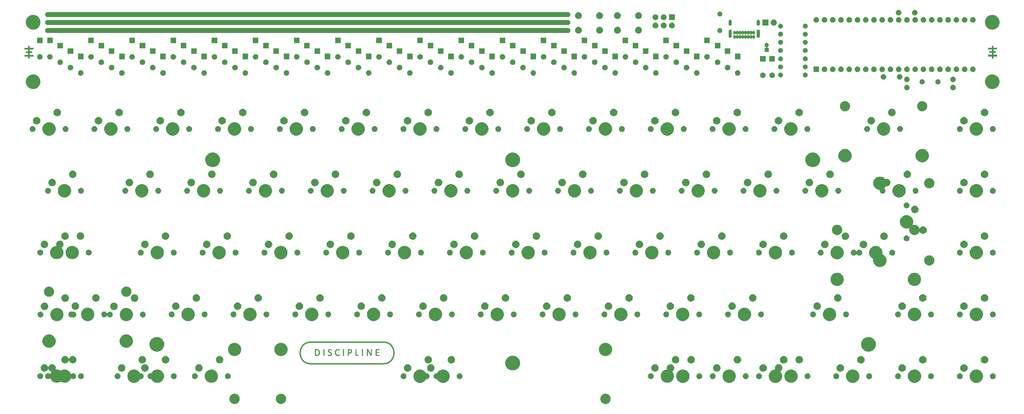
<source format=gbr>
G04 #@! TF.GenerationSoftware,KiCad,Pcbnew,(5.1.4)-1*
G04 #@! TF.CreationDate,2020-04-16T22:18:54+01:00*
G04 #@! TF.ProjectId,discipline-pcb,64697363-6970-46c6-996e-652d7063622e,rev?*
G04 #@! TF.SameCoordinates,Original*
G04 #@! TF.FileFunction,Soldermask,Top*
G04 #@! TF.FilePolarity,Negative*
%FSLAX46Y46*%
G04 Gerber Fmt 4.6, Leading zero omitted, Abs format (unit mm)*
G04 Created by KiCad (PCBNEW (5.1.4)-1) date 2020-04-16 22:18:54*
%MOMM*%
%LPD*%
G04 APERTURE LIST*
%ADD10C,1.500000*%
%ADD11C,0.010000*%
%ADD12C,0.400000*%
%ADD13C,0.100000*%
G04 APERTURE END LIST*
D10*
X223254308Y-59503020D02*
X62883004Y-59503020D01*
X223254308Y-61986290D02*
X62883004Y-61986290D01*
X223254308Y-64469560D02*
X62883004Y-64469560D01*
D11*
G36*
X354287356Y-69739610D02*
G01*
X354856739Y-69741787D01*
X355426122Y-69743963D01*
X355426122Y-70150363D01*
X354287356Y-70154715D01*
X354287356Y-70814996D01*
X355007023Y-70814996D01*
X355007023Y-71246796D01*
X354287356Y-71246796D01*
X354287356Y-71924010D01*
X354856739Y-71926187D01*
X355426122Y-71928363D01*
X355428385Y-72142146D01*
X355430647Y-72355929D01*
X354287356Y-72355929D01*
X354287356Y-72973996D01*
X353847089Y-72973996D01*
X353847089Y-72355929D01*
X352712556Y-72355929D01*
X352712556Y-71924130D01*
X353847089Y-71924130D01*
X353847089Y-71246796D01*
X353135889Y-71246796D01*
X353135889Y-70814996D01*
X353847089Y-70814996D01*
X353847089Y-70154596D01*
X352712556Y-70154596D01*
X352712556Y-69739730D01*
X353846870Y-69739730D01*
X353851322Y-69151296D01*
X354069339Y-69149037D01*
X354287356Y-69146777D01*
X354287356Y-69739610D01*
X354287356Y-69739610D01*
G37*
X354287356Y-69739610D02*
X354856739Y-69741787D01*
X355426122Y-69743963D01*
X355426122Y-70150363D01*
X354287356Y-70154715D01*
X354287356Y-70814996D01*
X355007023Y-70814996D01*
X355007023Y-71246796D01*
X354287356Y-71246796D01*
X354287356Y-71924010D01*
X354856739Y-71926187D01*
X355426122Y-71928363D01*
X355428385Y-72142146D01*
X355430647Y-72355929D01*
X354287356Y-72355929D01*
X354287356Y-72973996D01*
X353847089Y-72973996D01*
X353847089Y-72355929D01*
X352712556Y-72355929D01*
X352712556Y-71924130D01*
X353847089Y-71924130D01*
X353847089Y-71246796D01*
X353135889Y-71246796D01*
X353135889Y-70814996D01*
X353847089Y-70814996D01*
X353847089Y-70154596D01*
X352712556Y-70154596D01*
X352712556Y-69739730D01*
X353846870Y-69739730D01*
X353851322Y-69151296D01*
X354069339Y-69149037D01*
X354287356Y-69146777D01*
X354287356Y-69739610D01*
G36*
X57320134Y-69779081D02*
G01*
X57889517Y-69781258D01*
X58458900Y-69783434D01*
X58458900Y-70189834D01*
X57320134Y-70194186D01*
X57320134Y-70854467D01*
X58039801Y-70854467D01*
X58039801Y-71286267D01*
X57320134Y-71286267D01*
X57320134Y-71963481D01*
X57889517Y-71965658D01*
X58458900Y-71967834D01*
X58461163Y-72181617D01*
X58463425Y-72395400D01*
X57320134Y-72395400D01*
X57320134Y-73013467D01*
X56879867Y-73013467D01*
X56879867Y-72395400D01*
X55745334Y-72395400D01*
X55745334Y-71963601D01*
X56879867Y-71963601D01*
X56879867Y-71286267D01*
X56168667Y-71286267D01*
X56168667Y-70854467D01*
X56879867Y-70854467D01*
X56879867Y-70194067D01*
X55745334Y-70194067D01*
X55745334Y-69779201D01*
X56879648Y-69779201D01*
X56884100Y-69190767D01*
X57102117Y-69188508D01*
X57320134Y-69186248D01*
X57320134Y-69779081D01*
X57320134Y-69779081D01*
G37*
X57320134Y-69779081D02*
X57889517Y-69781258D01*
X58458900Y-69783434D01*
X58458900Y-70189834D01*
X57320134Y-70194186D01*
X57320134Y-70854467D01*
X58039801Y-70854467D01*
X58039801Y-71286267D01*
X57320134Y-71286267D01*
X57320134Y-71963481D01*
X57889517Y-71965658D01*
X58458900Y-71967834D01*
X58461163Y-72181617D01*
X58463425Y-72395400D01*
X57320134Y-72395400D01*
X57320134Y-73013467D01*
X56879867Y-73013467D01*
X56879867Y-72395400D01*
X55745334Y-72395400D01*
X55745334Y-71963601D01*
X56879867Y-71963601D01*
X56879867Y-71286267D01*
X56168667Y-71286267D01*
X56168667Y-70854467D01*
X56879867Y-70854467D01*
X56879867Y-70194067D01*
X55745334Y-70194067D01*
X55745334Y-69779201D01*
X56879648Y-69779201D01*
X56884100Y-69190767D01*
X57102117Y-69188508D01*
X57320134Y-69186248D01*
X57320134Y-69779081D01*
G36*
X150058620Y-162650150D02*
G01*
X150181691Y-162684296D01*
X150274180Y-162728554D01*
X150316406Y-162773391D01*
X150334272Y-162857763D01*
X150327489Y-162931595D01*
X150307760Y-162961945D01*
X150264101Y-162958916D01*
X150187416Y-162930900D01*
X150153942Y-162914901D01*
X149996013Y-162858251D01*
X149846929Y-162847564D01*
X149717597Y-162878974D01*
X149618923Y-162948617D01*
X149561814Y-163052629D01*
X149552032Y-163128169D01*
X149575421Y-163240997D01*
X149649293Y-163340158D01*
X149779204Y-163431459D01*
X149898620Y-163490354D01*
X150125834Y-163606298D01*
X150289152Y-163724770D01*
X150372520Y-163819849D01*
X150414719Y-163927832D01*
X150432425Y-164068767D01*
X150424946Y-164214800D01*
X150391589Y-164338078D01*
X150385724Y-164350194D01*
X150276350Y-164493769D01*
X150122757Y-164598390D01*
X149935744Y-164660265D01*
X149726111Y-164675603D01*
X149535708Y-164648620D01*
X149419119Y-164610095D01*
X149316971Y-164558593D01*
X149253173Y-164506351D01*
X149250539Y-164502652D01*
X149229230Y-164437173D01*
X149229852Y-164361057D01*
X149251456Y-164308359D01*
X149256050Y-164304820D01*
X149300715Y-164307535D01*
X149379113Y-164335935D01*
X149422808Y-164356995D01*
X149596979Y-164424087D01*
X149764628Y-164446056D01*
X149915771Y-164426186D01*
X150040425Y-164367761D01*
X150128607Y-164274064D01*
X150170333Y-164148378D01*
X150172340Y-164110470D01*
X150150853Y-164021260D01*
X150082869Y-163932090D01*
X149963105Y-163838044D01*
X149786278Y-163734206D01*
X149744317Y-163712201D01*
X149560379Y-163608427D01*
X149431276Y-163511457D01*
X149348801Y-163411095D01*
X149304745Y-163297144D01*
X149290899Y-163159409D01*
X149290849Y-163148930D01*
X149316523Y-162961799D01*
X149393178Y-162815336D01*
X149520261Y-162710107D01*
X149697220Y-162646681D01*
X149793478Y-162631877D01*
X149923154Y-162631036D01*
X150058620Y-162650150D01*
X150058620Y-162650150D01*
G37*
X150058620Y-162650150D02*
X150181691Y-162684296D01*
X150274180Y-162728554D01*
X150316406Y-162773391D01*
X150334272Y-162857763D01*
X150327489Y-162931595D01*
X150307760Y-162961945D01*
X150264101Y-162958916D01*
X150187416Y-162930900D01*
X150153942Y-162914901D01*
X149996013Y-162858251D01*
X149846929Y-162847564D01*
X149717597Y-162878974D01*
X149618923Y-162948617D01*
X149561814Y-163052629D01*
X149552032Y-163128169D01*
X149575421Y-163240997D01*
X149649293Y-163340158D01*
X149779204Y-163431459D01*
X149898620Y-163490354D01*
X150125834Y-163606298D01*
X150289152Y-163724770D01*
X150372520Y-163819849D01*
X150414719Y-163927832D01*
X150432425Y-164068767D01*
X150424946Y-164214800D01*
X150391589Y-164338078D01*
X150385724Y-164350194D01*
X150276350Y-164493769D01*
X150122757Y-164598390D01*
X149935744Y-164660265D01*
X149726111Y-164675603D01*
X149535708Y-164648620D01*
X149419119Y-164610095D01*
X149316971Y-164558593D01*
X149253173Y-164506351D01*
X149250539Y-164502652D01*
X149229230Y-164437173D01*
X149229852Y-164361057D01*
X149251456Y-164308359D01*
X149256050Y-164304820D01*
X149300715Y-164307535D01*
X149379113Y-164335935D01*
X149422808Y-164356995D01*
X149596979Y-164424087D01*
X149764628Y-164446056D01*
X149915771Y-164426186D01*
X150040425Y-164367761D01*
X150128607Y-164274064D01*
X150170333Y-164148378D01*
X150172340Y-164110470D01*
X150150853Y-164021260D01*
X150082869Y-163932090D01*
X149963105Y-163838044D01*
X149786278Y-163734206D01*
X149744317Y-163712201D01*
X149560379Y-163608427D01*
X149431276Y-163511457D01*
X149348801Y-163411095D01*
X149304745Y-163297144D01*
X149290899Y-163159409D01*
X149290849Y-163148930D01*
X149316523Y-162961799D01*
X149393178Y-162815336D01*
X149520261Y-162710107D01*
X149697220Y-162646681D01*
X149793478Y-162631877D01*
X149923154Y-162631036D01*
X150058620Y-162650150D01*
G36*
X152408386Y-162635959D02*
G01*
X152621244Y-162690119D01*
X152679962Y-162716878D01*
X152784487Y-162784344D01*
X152836756Y-162860616D01*
X152849461Y-162949349D01*
X152834489Y-163012693D01*
X152786729Y-163026512D01*
X152701921Y-162991031D01*
X152651765Y-162959858D01*
X152513590Y-162891158D01*
X152352941Y-162860803D01*
X152332306Y-162859344D01*
X152143062Y-162872186D01*
X151989583Y-162938547D01*
X151866387Y-163061565D01*
X151806649Y-163160111D01*
X151768065Y-163242415D01*
X151743490Y-163320306D01*
X151729877Y-163412270D01*
X151724181Y-163536793D01*
X151723274Y-163666152D01*
X151725317Y-163830258D01*
X151733073Y-163946696D01*
X151749257Y-164033021D01*
X151776585Y-164106793D01*
X151798048Y-164149694D01*
X151908533Y-164293309D01*
X152054800Y-164390362D01*
X152224605Y-164438527D01*
X152405703Y-164435479D01*
X152585849Y-164378891D01*
X152687818Y-164318677D01*
X152759436Y-164274662D01*
X152811380Y-164254634D01*
X152813691Y-164254519D01*
X152844489Y-164280286D01*
X152849916Y-164343086D01*
X152833021Y-164421166D01*
X152796856Y-164492776D01*
X152777122Y-164515256D01*
X152656447Y-164591254D01*
X152493250Y-164643959D01*
X152307205Y-164669959D01*
X152117982Y-164665847D01*
X152012312Y-164647796D01*
X151824801Y-164571180D01*
X151668871Y-164441890D01*
X151547844Y-164266117D01*
X151465039Y-164050050D01*
X151423778Y-163799878D01*
X151424759Y-163552590D01*
X151466364Y-163300088D01*
X151547477Y-163078068D01*
X151663241Y-162897078D01*
X151776084Y-162789979D01*
X151967945Y-162687333D01*
X152184666Y-162635512D01*
X152408386Y-162635959D01*
X152408386Y-162635959D01*
G37*
X152408386Y-162635959D02*
X152621244Y-162690119D01*
X152679962Y-162716878D01*
X152784487Y-162784344D01*
X152836756Y-162860616D01*
X152849461Y-162949349D01*
X152834489Y-163012693D01*
X152786729Y-163026512D01*
X152701921Y-162991031D01*
X152651765Y-162959858D01*
X152513590Y-162891158D01*
X152352941Y-162860803D01*
X152332306Y-162859344D01*
X152143062Y-162872186D01*
X151989583Y-162938547D01*
X151866387Y-163061565D01*
X151806649Y-163160111D01*
X151768065Y-163242415D01*
X151743490Y-163320306D01*
X151729877Y-163412270D01*
X151724181Y-163536793D01*
X151723274Y-163666152D01*
X151725317Y-163830258D01*
X151733073Y-163946696D01*
X151749257Y-164033021D01*
X151776585Y-164106793D01*
X151798048Y-164149694D01*
X151908533Y-164293309D01*
X152054800Y-164390362D01*
X152224605Y-164438527D01*
X152405703Y-164435479D01*
X152585849Y-164378891D01*
X152687818Y-164318677D01*
X152759436Y-164274662D01*
X152811380Y-164254634D01*
X152813691Y-164254519D01*
X152844489Y-164280286D01*
X152849916Y-164343086D01*
X152833021Y-164421166D01*
X152796856Y-164492776D01*
X152777122Y-164515256D01*
X152656447Y-164591254D01*
X152493250Y-164643959D01*
X152307205Y-164669959D01*
X152117982Y-164665847D01*
X152012312Y-164647796D01*
X151824801Y-164571180D01*
X151668871Y-164441890D01*
X151547844Y-164266117D01*
X151465039Y-164050050D01*
X151423778Y-163799878D01*
X151424759Y-163552590D01*
X151466364Y-163300088D01*
X151547477Y-163078068D01*
X151663241Y-162897078D01*
X151776084Y-162789979D01*
X151967945Y-162687333D01*
X152184666Y-162635512D01*
X152408386Y-162635959D01*
G36*
X145844792Y-162663531D02*
G01*
X146057901Y-162687634D01*
X146234495Y-162736457D01*
X146387427Y-162812457D01*
X146394580Y-162816950D01*
X146546193Y-162950535D01*
X146660045Y-163130150D01*
X146732980Y-163346453D01*
X146761840Y-163590101D01*
X146743731Y-163850102D01*
X146681412Y-164098167D01*
X146579948Y-164296471D01*
X146436000Y-164449859D01*
X146254602Y-164559414D01*
X146163426Y-164588215D01*
X146035359Y-164612240D01*
X145884217Y-164630801D01*
X145723819Y-164643212D01*
X145567982Y-164648785D01*
X145430523Y-164646834D01*
X145325259Y-164636671D01*
X145266009Y-164617610D01*
X145258782Y-164608931D01*
X145254647Y-164565780D01*
X145251459Y-164465980D01*
X145249295Y-164318171D01*
X145248228Y-164130992D01*
X145248335Y-163913086D01*
X145249689Y-163673092D01*
X145250169Y-163617489D01*
X145256898Y-162883310D01*
X145503703Y-162883310D01*
X145503703Y-164417758D01*
X145757967Y-164417758D01*
X145915175Y-164412346D01*
X146032635Y-164393063D01*
X146135227Y-164355341D01*
X146157903Y-164344300D01*
X146295793Y-164246591D01*
X146392863Y-164109937D01*
X146452488Y-163927864D01*
X146476152Y-163734335D01*
X146474971Y-163502917D01*
X146439735Y-163316878D01*
X146367335Y-163164100D01*
X146310872Y-163090229D01*
X146204191Y-162989823D01*
X146084972Y-162926035D01*
X145936269Y-162892618D01*
X145749610Y-162883310D01*
X145503703Y-162883310D01*
X145256898Y-162883310D01*
X145258844Y-162671099D01*
X145582316Y-162661693D01*
X145844792Y-162663531D01*
X145844792Y-162663531D01*
G37*
X145844792Y-162663531D02*
X146057901Y-162687634D01*
X146234495Y-162736457D01*
X146387427Y-162812457D01*
X146394580Y-162816950D01*
X146546193Y-162950535D01*
X146660045Y-163130150D01*
X146732980Y-163346453D01*
X146761840Y-163590101D01*
X146743731Y-163850102D01*
X146681412Y-164098167D01*
X146579948Y-164296471D01*
X146436000Y-164449859D01*
X146254602Y-164559414D01*
X146163426Y-164588215D01*
X146035359Y-164612240D01*
X145884217Y-164630801D01*
X145723819Y-164643212D01*
X145567982Y-164648785D01*
X145430523Y-164646834D01*
X145325259Y-164636671D01*
X145266009Y-164617610D01*
X145258782Y-164608931D01*
X145254647Y-164565780D01*
X145251459Y-164465980D01*
X145249295Y-164318171D01*
X145248228Y-164130992D01*
X145248335Y-163913086D01*
X145249689Y-163673092D01*
X145250169Y-163617489D01*
X145256898Y-162883310D01*
X145503703Y-162883310D01*
X145503703Y-164417758D01*
X145757967Y-164417758D01*
X145915175Y-164412346D01*
X146032635Y-164393063D01*
X146135227Y-164355341D01*
X146157903Y-164344300D01*
X146295793Y-164246591D01*
X146392863Y-164109937D01*
X146452488Y-163927864D01*
X146476152Y-163734335D01*
X146474971Y-163502917D01*
X146439735Y-163316878D01*
X146367335Y-163164100D01*
X146310872Y-163090229D01*
X146204191Y-162989823D01*
X146084972Y-162926035D01*
X145936269Y-162892618D01*
X145749610Y-162883310D01*
X145503703Y-162883310D01*
X145256898Y-162883310D01*
X145258844Y-162671099D01*
X145582316Y-162661693D01*
X145844792Y-162663531D01*
G36*
X148131852Y-164629968D02*
G01*
X148025522Y-164640216D01*
X147939522Y-164635155D01*
X147902579Y-164607170D01*
X147898618Y-164564485D01*
X147895587Y-164465130D01*
X147893557Y-164317724D01*
X147892596Y-164130887D01*
X147892773Y-163913238D01*
X147894159Y-163673398D01*
X147894642Y-163617489D01*
X147903317Y-162671099D01*
X148131852Y-162671099D01*
X148131852Y-164629968D01*
X148131852Y-164629968D01*
G37*
X148131852Y-164629968D02*
X148025522Y-164640216D01*
X147939522Y-164635155D01*
X147902579Y-164607170D01*
X147898618Y-164564485D01*
X147895587Y-164465130D01*
X147893557Y-164317724D01*
X147892596Y-164130887D01*
X147892773Y-163913238D01*
X147894159Y-163673398D01*
X147894642Y-163617489D01*
X147903317Y-162671099D01*
X148131852Y-162671099D01*
X148131852Y-164629968D01*
G36*
X154155374Y-164646292D02*
G01*
X154040082Y-164646292D01*
X153959195Y-164635741D01*
X153911587Y-164609863D01*
X153908977Y-164605085D01*
X153905221Y-164562951D01*
X153902376Y-164464122D01*
X153900505Y-164317194D01*
X153899669Y-164130761D01*
X153899931Y-163913418D01*
X153901352Y-163673761D01*
X153901840Y-163617489D01*
X153910515Y-162671099D01*
X154032944Y-162660967D01*
X154155374Y-162650834D01*
X154155374Y-164646292D01*
X154155374Y-164646292D01*
G37*
X154155374Y-164646292D02*
X154040082Y-164646292D01*
X153959195Y-164635741D01*
X153911587Y-164609863D01*
X153908977Y-164605085D01*
X153905221Y-164562951D01*
X153902376Y-164464122D01*
X153900505Y-164317194D01*
X153899669Y-164130761D01*
X153899931Y-163913418D01*
X153901352Y-163673761D01*
X153901840Y-163617489D01*
X153910515Y-162671099D01*
X154032944Y-162660967D01*
X154155374Y-162650834D01*
X154155374Y-164646292D01*
G36*
X155863650Y-162660711D02*
G01*
X156033793Y-162669015D01*
X156154340Y-162680525D01*
X156240993Y-162698121D01*
X156309451Y-162724684D01*
X156356603Y-162751175D01*
X156483192Y-162851186D01*
X156561203Y-162971445D01*
X156597976Y-163126571D01*
X156603301Y-163242436D01*
X156579591Y-163453977D01*
X156508446Y-163622394D01*
X156388472Y-163748994D01*
X156218272Y-163835080D01*
X155996453Y-163881960D01*
X155912375Y-163889009D01*
X155657173Y-163903782D01*
X155657173Y-164646292D01*
X155548347Y-164646292D01*
X155467677Y-164640319D01*
X155419230Y-164625812D01*
X155417756Y-164624527D01*
X155412174Y-164587498D01*
X155407121Y-164493586D01*
X155402789Y-164351203D01*
X155399368Y-164168760D01*
X155397049Y-163954668D01*
X155396024Y-163717340D01*
X155395991Y-163665414D01*
X155396428Y-163387409D01*
X155397972Y-163167721D01*
X155400974Y-162999379D01*
X155405476Y-162883310D01*
X155657173Y-162883310D01*
X155657173Y-163269643D01*
X155658914Y-163422368D01*
X155663650Y-163550448D01*
X155670653Y-163640207D01*
X155678938Y-163677740D01*
X155730938Y-163694686D01*
X155824375Y-163698293D01*
X155936910Y-163689223D01*
X156046201Y-163668137D01*
X156051371Y-163666725D01*
X156190303Y-163602535D01*
X156281681Y-163497595D01*
X156329504Y-163346643D01*
X156335892Y-163292377D01*
X156341468Y-163185561D01*
X156329626Y-163116034D01*
X156290997Y-163056290D01*
X156235758Y-162998296D01*
X156171379Y-162937956D01*
X156115104Y-162903537D01*
X156045070Y-162887790D01*
X155939416Y-162883466D01*
X155888973Y-162883310D01*
X155657173Y-162883310D01*
X155405476Y-162883310D01*
X155405783Y-162875408D01*
X155412749Y-162788836D01*
X155422223Y-162732690D01*
X155434555Y-162699996D01*
X155445090Y-162687318D01*
X155493218Y-162668250D01*
X155585445Y-162658270D01*
X155729471Y-162656887D01*
X155863650Y-162660711D01*
X155863650Y-162660711D01*
G37*
X155863650Y-162660711D02*
X156033793Y-162669015D01*
X156154340Y-162680525D01*
X156240993Y-162698121D01*
X156309451Y-162724684D01*
X156356603Y-162751175D01*
X156483192Y-162851186D01*
X156561203Y-162971445D01*
X156597976Y-163126571D01*
X156603301Y-163242436D01*
X156579591Y-163453977D01*
X156508446Y-163622394D01*
X156388472Y-163748994D01*
X156218272Y-163835080D01*
X155996453Y-163881960D01*
X155912375Y-163889009D01*
X155657173Y-163903782D01*
X155657173Y-164646292D01*
X155548347Y-164646292D01*
X155467677Y-164640319D01*
X155419230Y-164625812D01*
X155417756Y-164624527D01*
X155412174Y-164587498D01*
X155407121Y-164493586D01*
X155402789Y-164351203D01*
X155399368Y-164168760D01*
X155397049Y-163954668D01*
X155396024Y-163717340D01*
X155395991Y-163665414D01*
X155396428Y-163387409D01*
X155397972Y-163167721D01*
X155400974Y-162999379D01*
X155405476Y-162883310D01*
X155657173Y-162883310D01*
X155657173Y-163269643D01*
X155658914Y-163422368D01*
X155663650Y-163550448D01*
X155670653Y-163640207D01*
X155678938Y-163677740D01*
X155730938Y-163694686D01*
X155824375Y-163698293D01*
X155936910Y-163689223D01*
X156046201Y-163668137D01*
X156051371Y-163666725D01*
X156190303Y-163602535D01*
X156281681Y-163497595D01*
X156329504Y-163346643D01*
X156335892Y-163292377D01*
X156341468Y-163185561D01*
X156329626Y-163116034D01*
X156290997Y-163056290D01*
X156235758Y-162998296D01*
X156171379Y-162937956D01*
X156115104Y-162903537D01*
X156045070Y-162887790D01*
X155939416Y-162883466D01*
X155888973Y-162883310D01*
X155657173Y-162883310D01*
X155405476Y-162883310D01*
X155405783Y-162875408D01*
X155412749Y-162788836D01*
X155422223Y-162732690D01*
X155434555Y-162699996D01*
X155445090Y-162687318D01*
X155493218Y-162668250D01*
X155585445Y-162658270D01*
X155729471Y-162656887D01*
X155863650Y-162660711D01*
G36*
X157869063Y-162660967D02*
G01*
X157991492Y-162671099D01*
X158008878Y-164415629D01*
X158742392Y-164434081D01*
X158742392Y-164629968D01*
X158267114Y-164638967D01*
X158097108Y-164640682D01*
X157950808Y-164639315D01*
X157840400Y-164635199D01*
X157778070Y-164628668D01*
X157769235Y-164625364D01*
X157763550Y-164588205D01*
X157758388Y-164493994D01*
X157753938Y-164350974D01*
X157750385Y-164167387D01*
X157747916Y-163951478D01*
X157746718Y-163711488D01*
X157746633Y-163626798D01*
X157746633Y-162650834D01*
X157869063Y-162660967D01*
X157869063Y-162660967D01*
G37*
X157869063Y-162660967D02*
X157991492Y-162671099D01*
X158008878Y-164415629D01*
X158742392Y-164434081D01*
X158742392Y-164629968D01*
X158267114Y-164638967D01*
X158097108Y-164640682D01*
X157950808Y-164639315D01*
X157840400Y-164635199D01*
X157778070Y-164628668D01*
X157769235Y-164625364D01*
X157763550Y-164588205D01*
X157758388Y-164493994D01*
X157753938Y-164350974D01*
X157750385Y-164167387D01*
X157747916Y-163951478D01*
X157746718Y-163711488D01*
X157746633Y-163626798D01*
X157746633Y-162650834D01*
X157869063Y-162660967D01*
G36*
X159893227Y-162660967D02*
G01*
X160015656Y-162671099D01*
X160015656Y-164629968D01*
X159770798Y-164650234D01*
X159770798Y-162650834D01*
X159893227Y-162660967D01*
X159893227Y-162660967D01*
G37*
X159893227Y-162660967D02*
X160015656Y-162671099D01*
X160015656Y-164629968D01*
X159770798Y-164650234D01*
X159770798Y-162650834D01*
X159893227Y-162660967D01*
G36*
X162734069Y-163640268D02*
G01*
X162725425Y-164629968D01*
X162611158Y-164639583D01*
X162517601Y-164634566D01*
X162445477Y-164609338D01*
X162442159Y-164606936D01*
X162412497Y-164568132D01*
X162356197Y-164479783D01*
X162277860Y-164349678D01*
X162182092Y-164185608D01*
X162073495Y-163995362D01*
X161956674Y-163786732D01*
X161944856Y-163765409D01*
X161502285Y-162966146D01*
X161493546Y-163798057D01*
X161484808Y-164629968D01*
X161378221Y-164640235D01*
X161271634Y-164650501D01*
X161280277Y-163660800D01*
X161288921Y-162671099D01*
X161440339Y-162661298D01*
X161541129Y-162660739D01*
X161603506Y-162681279D01*
X161652550Y-162730572D01*
X161684699Y-162780561D01*
X161742835Y-162879148D01*
X161821926Y-163017470D01*
X161916944Y-163186666D01*
X162022859Y-163377872D01*
X162105117Y-163527999D01*
X162496890Y-164246351D01*
X162529538Y-162671099D01*
X162636125Y-162660833D01*
X162742713Y-162650567D01*
X162734069Y-163640268D01*
X162734069Y-163640268D01*
G37*
X162734069Y-163640268D02*
X162725425Y-164629968D01*
X162611158Y-164639583D01*
X162517601Y-164634566D01*
X162445477Y-164609338D01*
X162442159Y-164606936D01*
X162412497Y-164568132D01*
X162356197Y-164479783D01*
X162277860Y-164349678D01*
X162182092Y-164185608D01*
X162073495Y-163995362D01*
X161956674Y-163786732D01*
X161944856Y-163765409D01*
X161502285Y-162966146D01*
X161493546Y-163798057D01*
X161484808Y-164629968D01*
X161378221Y-164640235D01*
X161271634Y-164650501D01*
X161280277Y-163660800D01*
X161288921Y-162671099D01*
X161440339Y-162661298D01*
X161541129Y-162660739D01*
X161603506Y-162681279D01*
X161652550Y-162730572D01*
X161684699Y-162780561D01*
X161742835Y-162879148D01*
X161821926Y-163017470D01*
X161916944Y-163186666D01*
X162022859Y-163377872D01*
X162105117Y-163527999D01*
X162496890Y-164246351D01*
X162529538Y-162671099D01*
X162636125Y-162660833D01*
X162742713Y-162650567D01*
X162734069Y-163640268D01*
G36*
X164749072Y-162655368D02*
G01*
X164884771Y-162657925D01*
X164975079Y-162663614D01*
X165029945Y-162673607D01*
X165059319Y-162689070D01*
X165073151Y-162711174D01*
X165074608Y-162715472D01*
X165081021Y-162794519D01*
X165073315Y-162829739D01*
X165056010Y-162852466D01*
X165017542Y-162867835D01*
X164947162Y-162877197D01*
X164834122Y-162881902D01*
X164667674Y-162883300D01*
X164646928Y-162883310D01*
X164241098Y-162883310D01*
X164250485Y-163185303D01*
X164259872Y-163487295D01*
X164610836Y-163496561D01*
X164961800Y-163505828D01*
X164961800Y-163699506D01*
X164243548Y-163699506D01*
X164243548Y-164415807D01*
X165076068Y-164434081D01*
X165076068Y-164629968D01*
X164569186Y-164638922D01*
X164353731Y-164640947D01*
X164197101Y-164638059D01*
X164092985Y-164629900D01*
X164035072Y-164616111D01*
X164022335Y-164607907D01*
X164009968Y-164563582D01*
X163999695Y-164464305D01*
X163991522Y-164320384D01*
X163985452Y-164142124D01*
X163981490Y-163939834D01*
X163979639Y-163723818D01*
X163979905Y-163504386D01*
X163982291Y-163291842D01*
X163986802Y-163096495D01*
X163993442Y-162928651D01*
X164002214Y-162798616D01*
X164013125Y-162716699D01*
X164021543Y-162693953D01*
X164067798Y-162676565D01*
X164168692Y-162664409D01*
X164327682Y-162657231D01*
X164548224Y-162654779D01*
X164558032Y-162654776D01*
X164749072Y-162655368D01*
X164749072Y-162655368D01*
G37*
X164749072Y-162655368D02*
X164884771Y-162657925D01*
X164975079Y-162663614D01*
X165029945Y-162673607D01*
X165059319Y-162689070D01*
X165073151Y-162711174D01*
X165074608Y-162715472D01*
X165081021Y-162794519D01*
X165073315Y-162829739D01*
X165056010Y-162852466D01*
X165017542Y-162867835D01*
X164947162Y-162877197D01*
X164834122Y-162881902D01*
X164667674Y-162883300D01*
X164646928Y-162883310D01*
X164241098Y-162883310D01*
X164250485Y-163185303D01*
X164259872Y-163487295D01*
X164610836Y-163496561D01*
X164961800Y-163505828D01*
X164961800Y-163699506D01*
X164243548Y-163699506D01*
X164243548Y-164415807D01*
X165076068Y-164434081D01*
X165076068Y-164629968D01*
X164569186Y-164638922D01*
X164353731Y-164640947D01*
X164197101Y-164638059D01*
X164092985Y-164629900D01*
X164035072Y-164616111D01*
X164022335Y-164607907D01*
X164009968Y-164563582D01*
X163999695Y-164464305D01*
X163991522Y-164320384D01*
X163985452Y-164142124D01*
X163981490Y-163939834D01*
X163979639Y-163723818D01*
X163979905Y-163504386D01*
X163982291Y-163291842D01*
X163986802Y-163096495D01*
X163993442Y-162928651D01*
X164002214Y-162798616D01*
X164013125Y-162716699D01*
X164021543Y-162693953D01*
X164067798Y-162676565D01*
X164168692Y-162664409D01*
X164327682Y-162657231D01*
X164548224Y-162654779D01*
X164558032Y-162654776D01*
X164749072Y-162655368D01*
D12*
X144027456Y-167154210D02*
G75*
G02X144027456Y-160474210I0J3340000D01*
G01*
X166327456Y-160474210D02*
G75*
G02X166327456Y-167154210I0J-3340000D01*
G01*
X144057456Y-160474210D02*
X166337456Y-160474210D01*
X144037456Y-167154210D02*
X166337456Y-167154210D01*
D13*
G36*
X235124840Y-176421903D02*
G01*
X235276984Y-176452166D01*
X235395710Y-176501344D01*
X235563614Y-176570892D01*
X235563615Y-176570893D01*
X235821577Y-176743257D01*
X236040956Y-176962636D01*
X236156126Y-177135001D01*
X236213321Y-177220599D01*
X236332047Y-177507230D01*
X236392573Y-177811515D01*
X236392573Y-178121765D01*
X236332047Y-178426050D01*
X236213321Y-178712681D01*
X236213320Y-178712682D01*
X236040956Y-178970644D01*
X235821577Y-179190023D01*
X235649212Y-179305193D01*
X235563614Y-179362388D01*
X235395710Y-179431936D01*
X235276984Y-179481114D01*
X234972698Y-179541640D01*
X234656098Y-179541640D01*
X234503956Y-179511377D01*
X234351812Y-179481114D01*
X234233086Y-179431936D01*
X234065182Y-179362388D01*
X233979584Y-179305193D01*
X233807219Y-179190023D01*
X233587840Y-178970644D01*
X233415476Y-178712682D01*
X233415475Y-178712681D01*
X233296749Y-178426050D01*
X233236223Y-178121765D01*
X233236223Y-177811515D01*
X233296749Y-177507230D01*
X233415475Y-177220599D01*
X233472670Y-177135001D01*
X233587840Y-176962636D01*
X233807219Y-176743257D01*
X234065181Y-176570893D01*
X234065182Y-176570892D01*
X234233086Y-176501344D01*
X234351812Y-176452166D01*
X234656098Y-176391640D01*
X234972698Y-176391640D01*
X235124840Y-176421903D01*
X235124840Y-176421903D01*
G37*
G36*
X135118690Y-176421903D02*
G01*
X135270834Y-176452166D01*
X135389560Y-176501344D01*
X135557464Y-176570892D01*
X135557465Y-176570893D01*
X135815427Y-176743257D01*
X136034806Y-176962636D01*
X136149976Y-177135001D01*
X136207171Y-177220599D01*
X136325897Y-177507230D01*
X136386423Y-177811515D01*
X136386423Y-178121765D01*
X136325897Y-178426050D01*
X136207171Y-178712681D01*
X136207170Y-178712682D01*
X136034806Y-178970644D01*
X135815427Y-179190023D01*
X135643062Y-179305193D01*
X135557464Y-179362388D01*
X135389560Y-179431936D01*
X135270834Y-179481114D01*
X135118690Y-179511377D01*
X134966548Y-179541640D01*
X134656298Y-179541640D01*
X134504156Y-179511377D01*
X134352012Y-179481114D01*
X134233286Y-179431936D01*
X134065382Y-179362388D01*
X133979784Y-179305193D01*
X133807419Y-179190023D01*
X133588040Y-178970644D01*
X133415676Y-178712682D01*
X133415675Y-178712681D01*
X133296949Y-178426050D01*
X133236423Y-178121765D01*
X133236423Y-177811515D01*
X133296949Y-177507230D01*
X133415675Y-177220599D01*
X133472870Y-177135001D01*
X133588040Y-176962636D01*
X133807419Y-176743257D01*
X134065381Y-176570893D01*
X134065382Y-176570892D01*
X134233286Y-176501344D01*
X134352012Y-176452166D01*
X134504156Y-176421903D01*
X134656298Y-176391640D01*
X134966548Y-176391640D01*
X135118690Y-176421903D01*
X135118690Y-176421903D01*
G37*
G36*
X120824840Y-176421903D02*
G01*
X120976984Y-176452166D01*
X121095710Y-176501344D01*
X121263614Y-176570892D01*
X121263615Y-176570893D01*
X121521577Y-176743257D01*
X121740956Y-176962636D01*
X121856126Y-177135001D01*
X121913321Y-177220599D01*
X122032047Y-177507230D01*
X122092573Y-177811515D01*
X122092573Y-178121765D01*
X122032047Y-178426050D01*
X121913321Y-178712681D01*
X121913320Y-178712682D01*
X121740956Y-178970644D01*
X121521577Y-179190023D01*
X121349212Y-179305193D01*
X121263614Y-179362388D01*
X121095710Y-179431936D01*
X120976984Y-179481114D01*
X120824840Y-179511377D01*
X120672698Y-179541640D01*
X120362448Y-179541640D01*
X120210306Y-179511377D01*
X120058162Y-179481114D01*
X119939436Y-179431936D01*
X119771532Y-179362388D01*
X119685934Y-179305193D01*
X119513569Y-179190023D01*
X119294190Y-178970644D01*
X119121826Y-178712682D01*
X119121825Y-178712681D01*
X119003099Y-178426050D01*
X118942573Y-178121765D01*
X118942573Y-177811515D01*
X119003099Y-177507230D01*
X119121825Y-177220599D01*
X119179020Y-177135001D01*
X119294190Y-176962636D01*
X119513569Y-176743257D01*
X119771531Y-176570893D01*
X119771532Y-176570892D01*
X119939436Y-176501344D01*
X120058162Y-176452166D01*
X120210306Y-176421903D01*
X120362448Y-176391640D01*
X120672698Y-176391640D01*
X120824840Y-176421903D01*
X120824840Y-176421903D01*
G37*
G36*
X178265827Y-169009458D02*
G01*
X178639084Y-169164066D01*
X178639086Y-169164067D01*
X178975009Y-169388524D01*
X179260689Y-169674204D01*
X179479954Y-170002356D01*
X179491089Y-170019022D01*
X179506634Y-170037964D01*
X179525576Y-170053509D01*
X179547187Y-170065060D01*
X179570636Y-170072173D01*
X179595022Y-170074575D01*
X179613556Y-170072750D01*
X179793992Y-170072750D01*
X179815971Y-170077122D01*
X179968062Y-170107374D01*
X180132034Y-170175294D01*
X180279604Y-170273897D01*
X180405103Y-170399396D01*
X180503706Y-170546966D01*
X180571626Y-170710938D01*
X180601323Y-170860238D01*
X180606250Y-170885008D01*
X180606250Y-171062492D01*
X180601323Y-171087262D01*
X180571626Y-171236562D01*
X180503706Y-171400534D01*
X180405103Y-171548104D01*
X180279604Y-171673603D01*
X180132034Y-171772206D01*
X179968062Y-171840126D01*
X179818762Y-171869823D01*
X179793992Y-171874750D01*
X179607065Y-171874750D01*
X179601362Y-171874189D01*
X179576976Y-171876594D01*
X179553528Y-171883709D01*
X179531919Y-171895263D01*
X179512978Y-171910810D01*
X179497435Y-171929754D01*
X179485892Y-171951352D01*
X179485146Y-171953153D01*
X179260689Y-172289076D01*
X178975009Y-172574756D01*
X178639086Y-172799213D01*
X178639085Y-172799214D01*
X178639084Y-172799214D01*
X178265827Y-172953822D01*
X177869580Y-173032640D01*
X177465566Y-173032640D01*
X177069319Y-172953822D01*
X176696062Y-172799214D01*
X176696061Y-172799214D01*
X176696060Y-172799213D01*
X176360137Y-172574756D01*
X176074457Y-172289076D01*
X175850000Y-171953153D01*
X175845104Y-171941333D01*
X175695391Y-171579894D01*
X175616573Y-171183647D01*
X175616573Y-170779633D01*
X175695391Y-170383386D01*
X175849999Y-170010129D01*
X175855193Y-170002356D01*
X176074457Y-169674204D01*
X176360137Y-169388524D01*
X176696060Y-169164067D01*
X176696062Y-169164066D01*
X177069319Y-169009458D01*
X177465566Y-168930640D01*
X177869580Y-168930640D01*
X178265827Y-169009458D01*
X178265827Y-169009458D01*
G37*
G36*
X330639504Y-169001568D02*
G01*
X331003273Y-169152246D01*
X331012763Y-169156177D01*
X331348686Y-169380634D01*
X331634366Y-169666314D01*
X331856198Y-169998308D01*
X331858824Y-170002239D01*
X332013432Y-170375496D01*
X332092250Y-170771743D01*
X332092250Y-171175757D01*
X332013432Y-171572004D01*
X331861883Y-171937876D01*
X331858823Y-171945263D01*
X331634366Y-172281186D01*
X331348686Y-172566866D01*
X331012763Y-172791323D01*
X331012762Y-172791324D01*
X331012761Y-172791324D01*
X330639504Y-172945932D01*
X330243257Y-173024750D01*
X329839243Y-173024750D01*
X329442996Y-172945932D01*
X329069739Y-172791324D01*
X329069738Y-172791324D01*
X329069737Y-172791323D01*
X328733814Y-172566866D01*
X328448134Y-172281186D01*
X328223677Y-171945263D01*
X328220617Y-171937876D01*
X328069068Y-171572004D01*
X327990250Y-171175757D01*
X327990250Y-170771743D01*
X328069068Y-170375496D01*
X328223676Y-170002239D01*
X328226303Y-169998308D01*
X328448134Y-169666314D01*
X328733814Y-169380634D01*
X329069737Y-169156177D01*
X329079227Y-169152246D01*
X329442996Y-169001568D01*
X329839243Y-168922750D01*
X330243257Y-168922750D01*
X330639504Y-169001568D01*
X330639504Y-169001568D01*
G37*
G36*
X349689504Y-169001568D02*
G01*
X350053273Y-169152246D01*
X350062763Y-169156177D01*
X350398686Y-169380634D01*
X350684366Y-169666314D01*
X350906198Y-169998308D01*
X350908824Y-170002239D01*
X351063432Y-170375496D01*
X351142250Y-170771743D01*
X351142250Y-171175757D01*
X351063432Y-171572004D01*
X350911883Y-171937876D01*
X350908823Y-171945263D01*
X350684366Y-172281186D01*
X350398686Y-172566866D01*
X350062763Y-172791323D01*
X350062762Y-172791324D01*
X350062761Y-172791324D01*
X349689504Y-172945932D01*
X349293257Y-173024750D01*
X348889243Y-173024750D01*
X348492996Y-172945932D01*
X348119739Y-172791324D01*
X348119738Y-172791324D01*
X348119737Y-172791323D01*
X347783814Y-172566866D01*
X347498134Y-172281186D01*
X347273677Y-171945263D01*
X347270617Y-171937876D01*
X347119068Y-171572004D01*
X347040250Y-171175757D01*
X347040250Y-170771743D01*
X347119068Y-170375496D01*
X347273676Y-170002239D01*
X347276303Y-169998308D01*
X347498134Y-169666314D01*
X347783814Y-169380634D01*
X348119737Y-169156177D01*
X348129227Y-169152246D01*
X348492996Y-169001568D01*
X348889243Y-168922750D01*
X349293257Y-168922750D01*
X349689504Y-169001568D01*
X349689504Y-169001568D01*
G37*
G36*
X311589504Y-169001568D02*
G01*
X311953273Y-169152246D01*
X311962763Y-169156177D01*
X312298686Y-169380634D01*
X312584366Y-169666314D01*
X312806198Y-169998308D01*
X312808824Y-170002239D01*
X312963432Y-170375496D01*
X313042250Y-170771743D01*
X313042250Y-171175757D01*
X312963432Y-171572004D01*
X312811883Y-171937876D01*
X312808823Y-171945263D01*
X312584366Y-172281186D01*
X312298686Y-172566866D01*
X311962763Y-172791323D01*
X311962762Y-172791324D01*
X311962761Y-172791324D01*
X311589504Y-172945932D01*
X311193257Y-173024750D01*
X310789243Y-173024750D01*
X310392996Y-172945932D01*
X310019739Y-172791324D01*
X310019738Y-172791324D01*
X310019737Y-172791323D01*
X309683814Y-172566866D01*
X309398134Y-172281186D01*
X309173677Y-171945263D01*
X309170617Y-171937876D01*
X309019068Y-171572004D01*
X308940250Y-171175757D01*
X308940250Y-170771743D01*
X309019068Y-170375496D01*
X309173676Y-170002239D01*
X309176303Y-169998308D01*
X309398134Y-169666314D01*
X309683814Y-169380634D01*
X310019737Y-169156177D01*
X310029227Y-169152246D01*
X310392996Y-169001568D01*
X310789243Y-168922750D01*
X311193257Y-168922750D01*
X311589504Y-169001568D01*
X311589504Y-169001568D01*
G37*
G36*
X185383504Y-169001568D02*
G01*
X185747273Y-169152246D01*
X185756763Y-169156177D01*
X186092686Y-169380634D01*
X186378366Y-169666314D01*
X186600198Y-169998308D01*
X186602824Y-170002239D01*
X186757432Y-170375496D01*
X186836250Y-170771743D01*
X186836250Y-171175757D01*
X186757432Y-171572004D01*
X186605883Y-171937876D01*
X186602823Y-171945263D01*
X186378366Y-172281186D01*
X186092686Y-172566866D01*
X185756763Y-172791323D01*
X185756762Y-172791324D01*
X185756761Y-172791324D01*
X185383504Y-172945932D01*
X184987257Y-173024750D01*
X184583243Y-173024750D01*
X184186996Y-172945932D01*
X183813739Y-172791324D01*
X183813738Y-172791324D01*
X183813737Y-172791323D01*
X183477814Y-172566866D01*
X183192134Y-172281186D01*
X182967677Y-171945263D01*
X182967676Y-171945261D01*
X182961734Y-171936368D01*
X182946189Y-171917426D01*
X182927247Y-171901881D01*
X182905636Y-171890330D01*
X182882187Y-171883217D01*
X182857801Y-171880815D01*
X182839267Y-171882640D01*
X182658831Y-171882640D01*
X182628436Y-171876594D01*
X182484761Y-171848016D01*
X182320789Y-171780096D01*
X182173219Y-171681493D01*
X182047720Y-171555994D01*
X181949117Y-171408424D01*
X181881197Y-171244452D01*
X181846573Y-171070381D01*
X181846573Y-170892899D01*
X181848143Y-170885008D01*
X181851500Y-170868128D01*
X181881197Y-170718828D01*
X181949117Y-170554856D01*
X182047720Y-170407286D01*
X182173219Y-170281787D01*
X182320789Y-170183184D01*
X182484761Y-170115264D01*
X182647686Y-170082857D01*
X182658831Y-170080640D01*
X182845758Y-170080640D01*
X182851461Y-170081201D01*
X182875847Y-170078796D01*
X182899295Y-170071681D01*
X182920904Y-170060127D01*
X182939845Y-170044580D01*
X182955388Y-170025636D01*
X182966931Y-170004038D01*
X182967628Y-170002356D01*
X182967677Y-170002237D01*
X183192134Y-169666314D01*
X183477814Y-169380634D01*
X183813737Y-169156177D01*
X183823227Y-169152246D01*
X184186996Y-169001568D01*
X184583243Y-168922750D01*
X184987257Y-168922750D01*
X185383504Y-169001568D01*
X185383504Y-169001568D01*
G37*
G36*
X288375485Y-167290640D02*
G01*
X288507262Y-167316852D01*
X288716731Y-167403617D01*
X288905248Y-167529580D01*
X289065568Y-167689900D01*
X289191531Y-167878417D01*
X289278296Y-168087886D01*
X289300412Y-168199071D01*
X289322528Y-168310255D01*
X289322528Y-168536985D01*
X289300412Y-168648169D01*
X289278296Y-168759354D01*
X289191531Y-168968823D01*
X289065568Y-169157340D01*
X288905248Y-169317660D01*
X288755745Y-169417555D01*
X288736805Y-169433098D01*
X288721259Y-169452040D01*
X288709708Y-169473651D01*
X288702595Y-169497100D01*
X288700193Y-169521486D01*
X288702595Y-169545872D01*
X288709708Y-169569321D01*
X288721259Y-169590931D01*
X288736804Y-169609874D01*
X288793244Y-169666314D01*
X289015076Y-169998308D01*
X289017702Y-170002239D01*
X289172310Y-170375496D01*
X289251128Y-170771743D01*
X289251128Y-171175757D01*
X289172310Y-171572004D01*
X289020761Y-171937876D01*
X289017701Y-171945263D01*
X288793244Y-172281186D01*
X288507564Y-172566866D01*
X288171641Y-172791323D01*
X288171640Y-172791324D01*
X288171639Y-172791324D01*
X287798382Y-172945932D01*
X287402135Y-173024750D01*
X286998121Y-173024750D01*
X286601874Y-172945932D01*
X286228617Y-172791324D01*
X286228616Y-172791324D01*
X286228615Y-172791323D01*
X285892692Y-172566866D01*
X285607012Y-172281186D01*
X285382555Y-171945263D01*
X285379495Y-171937876D01*
X285227946Y-171572004D01*
X285149128Y-171175757D01*
X285149128Y-170771743D01*
X285227946Y-170375496D01*
X285382554Y-170002239D01*
X285385181Y-169998308D01*
X285607012Y-169666314D01*
X285892692Y-169380634D01*
X286228615Y-169156177D01*
X286238105Y-169152246D01*
X286601874Y-169001568D01*
X286972832Y-168927780D01*
X286996281Y-168920667D01*
X287017892Y-168909116D01*
X287036834Y-168893571D01*
X287052379Y-168874629D01*
X287063930Y-168853018D01*
X287071043Y-168829569D01*
X287073445Y-168805183D01*
X287071043Y-168780797D01*
X287065184Y-168761483D01*
X287064761Y-168759356D01*
X287064760Y-168759354D01*
X287032936Y-168599366D01*
X287020528Y-168536985D01*
X287020528Y-168310255D01*
X287042644Y-168199071D01*
X287064760Y-168087886D01*
X287151525Y-167878417D01*
X287277488Y-167689900D01*
X287437808Y-167529580D01*
X287626325Y-167403617D01*
X287835794Y-167316852D01*
X287967571Y-167290640D01*
X288058163Y-167272620D01*
X288284893Y-167272620D01*
X288375485Y-167290640D01*
X288375485Y-167290640D01*
G37*
G36*
X259242190Y-169001568D02*
G01*
X259605959Y-169152246D01*
X259615449Y-169156177D01*
X259951372Y-169380634D01*
X260237052Y-169666314D01*
X260458884Y-169998308D01*
X260461510Y-170002239D01*
X260616118Y-170375496D01*
X260694936Y-170771743D01*
X260694936Y-171175757D01*
X260616118Y-171572004D01*
X260464569Y-171937876D01*
X260461509Y-171945263D01*
X260237052Y-172281186D01*
X259951372Y-172566866D01*
X259615449Y-172791323D01*
X259615448Y-172791324D01*
X259615447Y-172791324D01*
X259242190Y-172945932D01*
X258845943Y-173024750D01*
X258441929Y-173024750D01*
X258045682Y-172945932D01*
X257672425Y-172791324D01*
X257672424Y-172791324D01*
X257672423Y-172791323D01*
X257336500Y-172566866D01*
X257050820Y-172281186D01*
X256826363Y-171945263D01*
X256823303Y-171937876D01*
X256671754Y-171572004D01*
X256592936Y-171175757D01*
X256592936Y-170771743D01*
X256671754Y-170375496D01*
X256826362Y-170002239D01*
X256828989Y-169998308D01*
X257050820Y-169666314D01*
X257336500Y-169380634D01*
X257672423Y-169156177D01*
X257681913Y-169152246D01*
X258045682Y-169001568D01*
X258441929Y-168922750D01*
X258845943Y-168922750D01*
X259242190Y-169001568D01*
X259242190Y-169001568D01*
G37*
G36*
X273524460Y-169001568D02*
G01*
X273888229Y-169152246D01*
X273897719Y-169156177D01*
X274233642Y-169380634D01*
X274519322Y-169666314D01*
X274741154Y-169998308D01*
X274743780Y-170002239D01*
X274898388Y-170375496D01*
X274977206Y-170771743D01*
X274977206Y-171175757D01*
X274898388Y-171572004D01*
X274746839Y-171937876D01*
X274743779Y-171945263D01*
X274519322Y-172281186D01*
X274233642Y-172566866D01*
X273897719Y-172791323D01*
X273897718Y-172791324D01*
X273897717Y-172791324D01*
X273524460Y-172945932D01*
X273128213Y-173024750D01*
X272724199Y-173024750D01*
X272327952Y-172945932D01*
X271954695Y-172791324D01*
X271954694Y-172791324D01*
X271954693Y-172791323D01*
X271618770Y-172566866D01*
X271333090Y-172281186D01*
X271108633Y-171945263D01*
X271105573Y-171937876D01*
X270954024Y-171572004D01*
X270875206Y-171175757D01*
X270875206Y-170771743D01*
X270954024Y-170375496D01*
X271108632Y-170002239D01*
X271111259Y-169998308D01*
X271333090Y-169666314D01*
X271618770Y-169380634D01*
X271954693Y-169156177D01*
X271964183Y-169152246D01*
X272327952Y-169001568D01*
X272724199Y-168922750D01*
X273128213Y-168922750D01*
X273524460Y-169001568D01*
X273524460Y-169001568D01*
G37*
G36*
X90133304Y-169001568D02*
G01*
X90497073Y-169152246D01*
X90506563Y-169156177D01*
X90842486Y-169380634D01*
X91128166Y-169666314D01*
X91352623Y-170002237D01*
X91352672Y-170002356D01*
X91364222Y-170023967D01*
X91379766Y-170042910D01*
X91398707Y-170058456D01*
X91420318Y-170070008D01*
X91443766Y-170077122D01*
X91468152Y-170079525D01*
X91492539Y-170077124D01*
X91534290Y-170068819D01*
X91711773Y-170068819D01*
X91717750Y-170070008D01*
X91885843Y-170103443D01*
X92049815Y-170171363D01*
X92197385Y-170269966D01*
X92322884Y-170395465D01*
X92421487Y-170543035D01*
X92489407Y-170707007D01*
X92524031Y-170881078D01*
X92524031Y-171058560D01*
X92489407Y-171232631D01*
X92421487Y-171396603D01*
X92322884Y-171544173D01*
X92197385Y-171669672D01*
X92049815Y-171768275D01*
X91885843Y-171836195D01*
X91745833Y-171864044D01*
X91711773Y-171870819D01*
X91534289Y-171870819D01*
X91495553Y-171863114D01*
X91471167Y-171860712D01*
X91446781Y-171863114D01*
X91423332Y-171870227D01*
X91401721Y-171881778D01*
X91382779Y-171897324D01*
X91367234Y-171916266D01*
X91355683Y-171937876D01*
X91352624Y-171945262D01*
X91347352Y-171953152D01*
X91128166Y-172281186D01*
X90842486Y-172566866D01*
X90506563Y-172791323D01*
X90506562Y-172791324D01*
X90506561Y-172791324D01*
X90133304Y-172945932D01*
X89737057Y-173024750D01*
X89333043Y-173024750D01*
X88936796Y-172945932D01*
X88563539Y-172791324D01*
X88563538Y-172791324D01*
X88563537Y-172791323D01*
X88227614Y-172566866D01*
X87941934Y-172281186D01*
X87717477Y-171945263D01*
X87714417Y-171937876D01*
X87562868Y-171572004D01*
X87484050Y-171175757D01*
X87484050Y-170771743D01*
X87562868Y-170375496D01*
X87717476Y-170002239D01*
X87720103Y-169998308D01*
X87941934Y-169666314D01*
X88227614Y-169380634D01*
X88563537Y-169156177D01*
X88573027Y-169152246D01*
X88936796Y-169001568D01*
X89333043Y-168922750D01*
X89737057Y-168922750D01*
X90133304Y-169001568D01*
X90133304Y-169001568D01*
G37*
G36*
X97301285Y-168997637D02*
G01*
X97674542Y-169152245D01*
X97674544Y-169152246D01*
X97937264Y-169327790D01*
X98010467Y-169376703D01*
X98296147Y-169662383D01*
X98520605Y-169998308D01*
X98675213Y-170371565D01*
X98754031Y-170767812D01*
X98754031Y-171171826D01*
X98675213Y-171568073D01*
X98538833Y-171897324D01*
X98520604Y-171941332D01*
X98296147Y-172277255D01*
X98010467Y-172562935D01*
X97674544Y-172787392D01*
X97674543Y-172787393D01*
X97674542Y-172787393D01*
X97301285Y-172942001D01*
X96905038Y-173020819D01*
X96501024Y-173020819D01*
X96104777Y-172942001D01*
X95731520Y-172787393D01*
X95731519Y-172787393D01*
X95731518Y-172787392D01*
X95395595Y-172562935D01*
X95109915Y-172277255D01*
X94885458Y-171941332D01*
X94885408Y-171941211D01*
X94873859Y-171919602D01*
X94858315Y-171900659D01*
X94839374Y-171885113D01*
X94817763Y-171873561D01*
X94794315Y-171866447D01*
X94769929Y-171864044D01*
X94745542Y-171866445D01*
X94703791Y-171874750D01*
X94526308Y-171874750D01*
X94501538Y-171869823D01*
X94352238Y-171840126D01*
X94188266Y-171772206D01*
X94040696Y-171673603D01*
X93915197Y-171548104D01*
X93816594Y-171400534D01*
X93748674Y-171236562D01*
X93718977Y-171087262D01*
X93714050Y-171062492D01*
X93714050Y-170885008D01*
X93718977Y-170860238D01*
X93748674Y-170710938D01*
X93816594Y-170546966D01*
X93915197Y-170399396D01*
X94040696Y-170273897D01*
X94188266Y-170175294D01*
X94352238Y-170107374D01*
X94504329Y-170077122D01*
X94526308Y-170072750D01*
X94703792Y-170072750D01*
X94742528Y-170080455D01*
X94766914Y-170082857D01*
X94791300Y-170080455D01*
X94814749Y-170073342D01*
X94836360Y-170061791D01*
X94855302Y-170046245D01*
X94870847Y-170027303D01*
X94882398Y-170005693D01*
X94885457Y-169998307D01*
X95109915Y-169662383D01*
X95395595Y-169376703D01*
X95468798Y-169327790D01*
X95731518Y-169152246D01*
X95731520Y-169152245D01*
X96104777Y-168997637D01*
X96501024Y-168918819D01*
X96905038Y-168918819D01*
X97301285Y-168997637D01*
X97301285Y-168997637D01*
G37*
G36*
X292579782Y-168991438D02*
G01*
X292953039Y-169146046D01*
X292953041Y-169146047D01*
X293219155Y-169323859D01*
X293288964Y-169370504D01*
X293574644Y-169656184D01*
X293799102Y-169992109D01*
X293953710Y-170365366D01*
X294032528Y-170761613D01*
X294032528Y-171165627D01*
X293953710Y-171561874D01*
X293805534Y-171919602D01*
X293799101Y-171935133D01*
X293574644Y-172271056D01*
X293288964Y-172556736D01*
X292953041Y-172781193D01*
X292953040Y-172781194D01*
X292953039Y-172781194D01*
X292579782Y-172935802D01*
X292183535Y-173014620D01*
X291779521Y-173014620D01*
X291383274Y-172935802D01*
X291010017Y-172781194D01*
X291010016Y-172781194D01*
X291010015Y-172781193D01*
X290674092Y-172556736D01*
X290388412Y-172271056D01*
X290163955Y-171935133D01*
X290157522Y-171919602D01*
X290009346Y-171561874D01*
X289930528Y-171165627D01*
X289930528Y-170761613D01*
X290009346Y-170365366D01*
X290163954Y-169992109D01*
X290388412Y-169656184D01*
X290674092Y-169370504D01*
X290743901Y-169323859D01*
X291010015Y-169146047D01*
X291010017Y-169146046D01*
X291383274Y-168991438D01*
X291779521Y-168912620D01*
X292183535Y-168912620D01*
X292579782Y-168991438D01*
X292579782Y-168991438D01*
G37*
G36*
X62116407Y-167290640D02*
G01*
X62248184Y-167316852D01*
X62457653Y-167403617D01*
X62646170Y-167529580D01*
X62806490Y-167689900D01*
X62818531Y-167707921D01*
X62932454Y-167878419D01*
X62987591Y-168011532D01*
X62999142Y-168033143D01*
X63014687Y-168052084D01*
X63033629Y-168067630D01*
X63055240Y-168079181D01*
X63078689Y-168086294D01*
X63103075Y-168088696D01*
X63127461Y-168086294D01*
X63150910Y-168079181D01*
X63172521Y-168067630D01*
X63191462Y-168052085D01*
X63207008Y-168033143D01*
X63218559Y-168011532D01*
X63273696Y-167878419D01*
X63387619Y-167707921D01*
X63399660Y-167689900D01*
X63559980Y-167529580D01*
X63748497Y-167403617D01*
X63957966Y-167316852D01*
X64089743Y-167290640D01*
X64180335Y-167272620D01*
X64407065Y-167272620D01*
X64497657Y-167290640D01*
X64629434Y-167316852D01*
X64838903Y-167403617D01*
X65027420Y-167529580D01*
X65187740Y-167689900D01*
X65313703Y-167878417D01*
X65400468Y-168087886D01*
X65422584Y-168199071D01*
X65444700Y-168310255D01*
X65444700Y-168536985D01*
X65399696Y-168763235D01*
X65397294Y-168787621D01*
X65399696Y-168812007D01*
X65406809Y-168835456D01*
X65418360Y-168857067D01*
X65433905Y-168876009D01*
X65452847Y-168891554D01*
X65474458Y-168903105D01*
X65497907Y-168910218D01*
X65522293Y-168912620D01*
X65924457Y-168912620D01*
X66320704Y-168991438D01*
X66693961Y-169146046D01*
X66693963Y-169146047D01*
X66788343Y-169209110D01*
X66843629Y-169246051D01*
X66865240Y-169257602D01*
X66888689Y-169264715D01*
X66913075Y-169267117D01*
X66937461Y-169264715D01*
X66960910Y-169257602D01*
X66982521Y-169246051D01*
X67037807Y-169209110D01*
X67132187Y-169146047D01*
X67132189Y-169146046D01*
X67505446Y-168991438D01*
X67901693Y-168912620D01*
X68305707Y-168912620D01*
X68701954Y-168991438D01*
X69075211Y-169146046D01*
X69075213Y-169146047D01*
X69341327Y-169323859D01*
X69411136Y-169370504D01*
X69696816Y-169656184D01*
X69921274Y-169992109D01*
X70019117Y-170228323D01*
X70030668Y-170249934D01*
X70046213Y-170268876D01*
X70065155Y-170284421D01*
X70086766Y-170295972D01*
X70110215Y-170303085D01*
X70134601Y-170305487D01*
X70158987Y-170303085D01*
X70182436Y-170295972D01*
X70204047Y-170284421D01*
X70222978Y-170268885D01*
X70228096Y-170263767D01*
X70375666Y-170165164D01*
X70539638Y-170097244D01*
X70688938Y-170067547D01*
X70713708Y-170062620D01*
X70891192Y-170062620D01*
X70915962Y-170067547D01*
X71065262Y-170097244D01*
X71229234Y-170165164D01*
X71376804Y-170263767D01*
X71502303Y-170389266D01*
X71600906Y-170536836D01*
X71668826Y-170700808D01*
X71684505Y-170779634D01*
X71703450Y-170874878D01*
X71703450Y-171052362D01*
X71698523Y-171077132D01*
X71668826Y-171226432D01*
X71600906Y-171390404D01*
X71502303Y-171537974D01*
X71376804Y-171663473D01*
X71229234Y-171762076D01*
X71065262Y-171829996D01*
X70915962Y-171859693D01*
X70891192Y-171864620D01*
X70713708Y-171864620D01*
X70688938Y-171859693D01*
X70539638Y-171829996D01*
X70375666Y-171762076D01*
X70228096Y-171663473D01*
X70222978Y-171658355D01*
X70204047Y-171642819D01*
X70182436Y-171631268D01*
X70158987Y-171624155D01*
X70134601Y-171621753D01*
X70110215Y-171624155D01*
X70086766Y-171631268D01*
X70065155Y-171642819D01*
X70046213Y-171658364D01*
X70030668Y-171677306D01*
X70019117Y-171698917D01*
X69927706Y-171919602D01*
X69921273Y-171935133D01*
X69696816Y-172271056D01*
X69411136Y-172556736D01*
X69075213Y-172781193D01*
X69075212Y-172781194D01*
X69075211Y-172781194D01*
X68701954Y-172935802D01*
X68305707Y-173014620D01*
X67901693Y-173014620D01*
X67505446Y-172935802D01*
X67132189Y-172781194D01*
X67132188Y-172781194D01*
X67132187Y-172781193D01*
X66982520Y-172681188D01*
X66960910Y-172669638D01*
X66937461Y-172662525D01*
X66913075Y-172660123D01*
X66888689Y-172662525D01*
X66865240Y-172669638D01*
X66843630Y-172681188D01*
X66693963Y-172781193D01*
X66693962Y-172781194D01*
X66693961Y-172781194D01*
X66320704Y-172935802D01*
X65924457Y-173014620D01*
X65520443Y-173014620D01*
X65124196Y-172935802D01*
X64750939Y-172781194D01*
X64750938Y-172781194D01*
X64750937Y-172781193D01*
X64415014Y-172556736D01*
X64129334Y-172271056D01*
X63904877Y-171935133D01*
X63898444Y-171919602D01*
X63807033Y-171698917D01*
X63795482Y-171677306D01*
X63779937Y-171658364D01*
X63760995Y-171642819D01*
X63739384Y-171631268D01*
X63715935Y-171624155D01*
X63691549Y-171621753D01*
X63667163Y-171624155D01*
X63643714Y-171631268D01*
X63622103Y-171642819D01*
X63603172Y-171658355D01*
X63598054Y-171663473D01*
X63450484Y-171762076D01*
X63286512Y-171829996D01*
X63137212Y-171859693D01*
X63112442Y-171864620D01*
X62934958Y-171864620D01*
X62910188Y-171859693D01*
X62760888Y-171829996D01*
X62596916Y-171762076D01*
X62449346Y-171663473D01*
X62323847Y-171537974D01*
X62225244Y-171390404D01*
X62157324Y-171226432D01*
X62127627Y-171077132D01*
X62122700Y-171052362D01*
X62122700Y-170874878D01*
X62141645Y-170779634D01*
X62157324Y-170700808D01*
X62225244Y-170536836D01*
X62323847Y-170389266D01*
X62449346Y-170263767D01*
X62596916Y-170165164D01*
X62760888Y-170097244D01*
X62910188Y-170067547D01*
X62934958Y-170062620D01*
X63112442Y-170062620D01*
X63137212Y-170067547D01*
X63286512Y-170097244D01*
X63450484Y-170165164D01*
X63598054Y-170263767D01*
X63603172Y-170268885D01*
X63622103Y-170284421D01*
X63643714Y-170295972D01*
X63667163Y-170303085D01*
X63691549Y-170305487D01*
X63715935Y-170303085D01*
X63739384Y-170295972D01*
X63760995Y-170284421D01*
X63779937Y-170268876D01*
X63795482Y-170249934D01*
X63807033Y-170228323D01*
X63904876Y-169992109D01*
X64079490Y-169730781D01*
X64091041Y-169709170D01*
X64098154Y-169685721D01*
X64100556Y-169661335D01*
X64098154Y-169636949D01*
X64091041Y-169613500D01*
X64079490Y-169591889D01*
X64063945Y-169572947D01*
X64045003Y-169557402D01*
X64023392Y-169545851D01*
X63999944Y-169538738D01*
X63957966Y-169530388D01*
X63748499Y-169443624D01*
X63748498Y-169443624D01*
X63748497Y-169443623D01*
X63559980Y-169317660D01*
X63399660Y-169157340D01*
X63273697Y-168968823D01*
X63248966Y-168909116D01*
X63218559Y-168835708D01*
X63207008Y-168814097D01*
X63191463Y-168795156D01*
X63172521Y-168779610D01*
X63150910Y-168768059D01*
X63127461Y-168760946D01*
X63103075Y-168758544D01*
X63078689Y-168760946D01*
X63055240Y-168768059D01*
X63033629Y-168779610D01*
X63014688Y-168795155D01*
X62999142Y-168814097D01*
X62987591Y-168835708D01*
X62957185Y-168909116D01*
X62932453Y-168968823D01*
X62806490Y-169157340D01*
X62646170Y-169317660D01*
X62457653Y-169443623D01*
X62457652Y-169443624D01*
X62457651Y-169443624D01*
X62437333Y-169452040D01*
X62248184Y-169530388D01*
X62170446Y-169545851D01*
X62025815Y-169574620D01*
X61799085Y-169574620D01*
X61654454Y-169545851D01*
X61576716Y-169530388D01*
X61387567Y-169452040D01*
X61367249Y-169443624D01*
X61367248Y-169443624D01*
X61367247Y-169443623D01*
X61178730Y-169317660D01*
X61018410Y-169157340D01*
X60892447Y-168968823D01*
X60805682Y-168759354D01*
X60783566Y-168648169D01*
X60761450Y-168536985D01*
X60761450Y-168310255D01*
X60783566Y-168199071D01*
X60805682Y-168087886D01*
X60892447Y-167878417D01*
X61018410Y-167689900D01*
X61178730Y-167529580D01*
X61367247Y-167403617D01*
X61576716Y-167316852D01*
X61708493Y-167290640D01*
X61799085Y-167272620D01*
X62025815Y-167272620D01*
X62116407Y-167290640D01*
X62116407Y-167290640D01*
G37*
G36*
X254986966Y-167290640D02*
G01*
X255169670Y-167326982D01*
X255317786Y-167388334D01*
X255369647Y-167409815D01*
X255379139Y-167413747D01*
X255567656Y-167539710D01*
X255727976Y-167700030D01*
X255853939Y-167888547D01*
X255940704Y-168098016D01*
X255962820Y-168209201D01*
X255984936Y-168320385D01*
X255984936Y-168547115D01*
X255962820Y-168658299D01*
X255940704Y-168769484D01*
X255853939Y-168978953D01*
X255727976Y-169167470D01*
X255567656Y-169327790D01*
X255490892Y-169379082D01*
X255435304Y-169416225D01*
X255416362Y-169431771D01*
X255400817Y-169450713D01*
X255389266Y-169472323D01*
X255382153Y-169495772D01*
X255379751Y-169520158D01*
X255382153Y-169544545D01*
X255389266Y-169567993D01*
X255400817Y-169589604D01*
X255416362Y-169608546D01*
X255464000Y-169656184D01*
X255688458Y-169992109D01*
X255843066Y-170365366D01*
X255921884Y-170761613D01*
X255921884Y-171165627D01*
X255843066Y-171561874D01*
X255694890Y-171919602D01*
X255688457Y-171935133D01*
X255464000Y-172271056D01*
X255178320Y-172556736D01*
X254842397Y-172781193D01*
X254842396Y-172781194D01*
X254842395Y-172781194D01*
X254469138Y-172935802D01*
X254072891Y-173014620D01*
X253668877Y-173014620D01*
X253272630Y-172935802D01*
X252899373Y-172781194D01*
X252899372Y-172781194D01*
X252899371Y-172781193D01*
X252563448Y-172556736D01*
X252277768Y-172271056D01*
X252053311Y-171935133D01*
X252046878Y-171919602D01*
X251898702Y-171561874D01*
X251819884Y-171165627D01*
X251819884Y-170761613D01*
X251898702Y-170365366D01*
X252053310Y-169992109D01*
X252277768Y-169656184D01*
X252563448Y-169370504D01*
X252633257Y-169323859D01*
X252899371Y-169146047D01*
X252899373Y-169146046D01*
X253272630Y-168991438D01*
X253629740Y-168920405D01*
X253653189Y-168913292D01*
X253674800Y-168901741D01*
X253693741Y-168886196D01*
X253709287Y-168867254D01*
X253720838Y-168845643D01*
X253727951Y-168822194D01*
X253730353Y-168797808D01*
X253727951Y-168773422D01*
X253682936Y-168547115D01*
X253682936Y-168320385D01*
X253705052Y-168209201D01*
X253727168Y-168098016D01*
X253813933Y-167888547D01*
X253939896Y-167700030D01*
X254100216Y-167539710D01*
X254288733Y-167413747D01*
X254298226Y-167409815D01*
X254350086Y-167388334D01*
X254498202Y-167326982D01*
X254680906Y-167290640D01*
X254720571Y-167282750D01*
X254947301Y-167282750D01*
X254986966Y-167290640D01*
X254986966Y-167290640D01*
G37*
G36*
X113945704Y-168991438D02*
G01*
X114318961Y-169146046D01*
X114318963Y-169146047D01*
X114585077Y-169323859D01*
X114654886Y-169370504D01*
X114940566Y-169656184D01*
X115165024Y-169992109D01*
X115319632Y-170365366D01*
X115398450Y-170761613D01*
X115398450Y-171165627D01*
X115319632Y-171561874D01*
X115171456Y-171919602D01*
X115165023Y-171935133D01*
X114940566Y-172271056D01*
X114654886Y-172556736D01*
X114318963Y-172781193D01*
X114318962Y-172781194D01*
X114318961Y-172781194D01*
X113945704Y-172935802D01*
X113549457Y-173014620D01*
X113145443Y-173014620D01*
X112749196Y-172935802D01*
X112375939Y-172781194D01*
X112375938Y-172781194D01*
X112375937Y-172781193D01*
X112040014Y-172556736D01*
X111754334Y-172271056D01*
X111529877Y-171935133D01*
X111523444Y-171919602D01*
X111375268Y-171561874D01*
X111296450Y-171165627D01*
X111296450Y-170761613D01*
X111375268Y-170365366D01*
X111529876Y-169992109D01*
X111754334Y-169656184D01*
X112040014Y-169370504D01*
X112109823Y-169323859D01*
X112375937Y-169146047D01*
X112375939Y-169146046D01*
X112749196Y-168991438D01*
X113145443Y-168912620D01*
X113549457Y-168912620D01*
X113945704Y-168991438D01*
X113945704Y-168991438D01*
G37*
G36*
X172687460Y-170082857D02*
G01*
X172850385Y-170115264D01*
X173014357Y-170183184D01*
X173161927Y-170281787D01*
X173287426Y-170407286D01*
X173386029Y-170554856D01*
X173453949Y-170718828D01*
X173483646Y-170868128D01*
X173487004Y-170885008D01*
X173488573Y-170892899D01*
X173488573Y-171070381D01*
X173453949Y-171244452D01*
X173386029Y-171408424D01*
X173287426Y-171555994D01*
X173161927Y-171681493D01*
X173014357Y-171780096D01*
X172850385Y-171848016D01*
X172706710Y-171876594D01*
X172676315Y-171882640D01*
X172498831Y-171882640D01*
X172468436Y-171876594D01*
X172324761Y-171848016D01*
X172160789Y-171780096D01*
X172013219Y-171681493D01*
X171887720Y-171555994D01*
X171789117Y-171408424D01*
X171721197Y-171244452D01*
X171686573Y-171070381D01*
X171686573Y-170892899D01*
X171688143Y-170885008D01*
X171691500Y-170868128D01*
X171721197Y-170718828D01*
X171789117Y-170554856D01*
X171887720Y-170407286D01*
X172013219Y-170281787D01*
X172160789Y-170183184D01*
X172324761Y-170115264D01*
X172487686Y-170082857D01*
X172498831Y-170080640D01*
X172676315Y-170080640D01*
X172687460Y-170082857D01*
X172687460Y-170082857D01*
G37*
G36*
X278116927Y-170077122D02*
G01*
X278269018Y-170107374D01*
X278432990Y-170175294D01*
X278580560Y-170273897D01*
X278706059Y-170399396D01*
X278804662Y-170546966D01*
X278872582Y-170710938D01*
X278902279Y-170860238D01*
X278907206Y-170885008D01*
X278907206Y-171062492D01*
X278902279Y-171087262D01*
X278872582Y-171236562D01*
X278804662Y-171400534D01*
X278706059Y-171548104D01*
X278580560Y-171673603D01*
X278432990Y-171772206D01*
X278269018Y-171840126D01*
X278119718Y-171869823D01*
X278094948Y-171874750D01*
X277917464Y-171874750D01*
X277892694Y-171869823D01*
X277743394Y-171840126D01*
X277579422Y-171772206D01*
X277431852Y-171673603D01*
X277306353Y-171548104D01*
X277207750Y-171400534D01*
X277139830Y-171236562D01*
X277110133Y-171087262D01*
X277105206Y-171062492D01*
X277105206Y-170885008D01*
X277110133Y-170860238D01*
X277139830Y-170710938D01*
X277207750Y-170546966D01*
X277306353Y-170399396D01*
X277431852Y-170273897D01*
X277579422Y-170175294D01*
X277743394Y-170107374D01*
X277895485Y-170077122D01*
X277917464Y-170072750D01*
X278094948Y-170072750D01*
X278116927Y-170077122D01*
X278116927Y-170077122D01*
G37*
G36*
X84565771Y-170077122D02*
G01*
X84717862Y-170107374D01*
X84881834Y-170175294D01*
X85029404Y-170273897D01*
X85154903Y-170399396D01*
X85253506Y-170546966D01*
X85321426Y-170710938D01*
X85351123Y-170860238D01*
X85356050Y-170885008D01*
X85356050Y-171062492D01*
X85351123Y-171087262D01*
X85321426Y-171236562D01*
X85253506Y-171400534D01*
X85154903Y-171548104D01*
X85029404Y-171673603D01*
X84881834Y-171772206D01*
X84717862Y-171840126D01*
X84568562Y-171869823D01*
X84543792Y-171874750D01*
X84366308Y-171874750D01*
X84341538Y-171869823D01*
X84192238Y-171840126D01*
X84028266Y-171772206D01*
X83880696Y-171673603D01*
X83755197Y-171548104D01*
X83656594Y-171400534D01*
X83588674Y-171236562D01*
X83558977Y-171087262D01*
X83554050Y-171062492D01*
X83554050Y-170885008D01*
X83558977Y-170860238D01*
X83588674Y-170710938D01*
X83656594Y-170546966D01*
X83755197Y-170399396D01*
X83880696Y-170273897D01*
X84028266Y-170175294D01*
X84192238Y-170107374D01*
X84344329Y-170077122D01*
X84366308Y-170072750D01*
X84543792Y-170072750D01*
X84565771Y-170077122D01*
X84565771Y-170077122D01*
G37*
G36*
X335231971Y-170077122D02*
G01*
X335384062Y-170107374D01*
X335548034Y-170175294D01*
X335695604Y-170273897D01*
X335821103Y-170399396D01*
X335919706Y-170546966D01*
X335987626Y-170710938D01*
X336017323Y-170860238D01*
X336022250Y-170885008D01*
X336022250Y-171062492D01*
X336017323Y-171087262D01*
X335987626Y-171236562D01*
X335919706Y-171400534D01*
X335821103Y-171548104D01*
X335695604Y-171673603D01*
X335548034Y-171772206D01*
X335384062Y-171840126D01*
X335234762Y-171869823D01*
X335209992Y-171874750D01*
X335032508Y-171874750D01*
X335007738Y-171869823D01*
X334858438Y-171840126D01*
X334694466Y-171772206D01*
X334546896Y-171673603D01*
X334421397Y-171548104D01*
X334322794Y-171400534D01*
X334254874Y-171236562D01*
X334225177Y-171087262D01*
X334220250Y-171062492D01*
X334220250Y-170885008D01*
X334225177Y-170860238D01*
X334254874Y-170710938D01*
X334322794Y-170546966D01*
X334421397Y-170399396D01*
X334546896Y-170273897D01*
X334694466Y-170175294D01*
X334858438Y-170107374D01*
X335010529Y-170077122D01*
X335032508Y-170072750D01*
X335209992Y-170072750D01*
X335231971Y-170077122D01*
X335231971Y-170077122D01*
G37*
G36*
X325071971Y-170077122D02*
G01*
X325224062Y-170107374D01*
X325388034Y-170175294D01*
X325535604Y-170273897D01*
X325661103Y-170399396D01*
X325759706Y-170546966D01*
X325827626Y-170710938D01*
X325857323Y-170860238D01*
X325862250Y-170885008D01*
X325862250Y-171062492D01*
X325857323Y-171087262D01*
X325827626Y-171236562D01*
X325759706Y-171400534D01*
X325661103Y-171548104D01*
X325535604Y-171673603D01*
X325388034Y-171772206D01*
X325224062Y-171840126D01*
X325074762Y-171869823D01*
X325049992Y-171874750D01*
X324872508Y-171874750D01*
X324847738Y-171869823D01*
X324698438Y-171840126D01*
X324534466Y-171772206D01*
X324386896Y-171673603D01*
X324261397Y-171548104D01*
X324162794Y-171400534D01*
X324094874Y-171236562D01*
X324065177Y-171087262D01*
X324060250Y-171062492D01*
X324060250Y-170885008D01*
X324065177Y-170860238D01*
X324094874Y-170710938D01*
X324162794Y-170546966D01*
X324261397Y-170399396D01*
X324386896Y-170273897D01*
X324534466Y-170175294D01*
X324698438Y-170107374D01*
X324850529Y-170077122D01*
X324872508Y-170072750D01*
X325049992Y-170072750D01*
X325071971Y-170077122D01*
X325071971Y-170077122D01*
G37*
G36*
X267956927Y-170077122D02*
G01*
X268109018Y-170107374D01*
X268272990Y-170175294D01*
X268420560Y-170273897D01*
X268546059Y-170399396D01*
X268644662Y-170546966D01*
X268712582Y-170710938D01*
X268742279Y-170860238D01*
X268747206Y-170885008D01*
X268747206Y-171062492D01*
X268742279Y-171087262D01*
X268712582Y-171236562D01*
X268644662Y-171400534D01*
X268546059Y-171548104D01*
X268420560Y-171673603D01*
X268272990Y-171772206D01*
X268109018Y-171840126D01*
X267959718Y-171869823D01*
X267934948Y-171874750D01*
X267757464Y-171874750D01*
X267732694Y-171869823D01*
X267583394Y-171840126D01*
X267419422Y-171772206D01*
X267271852Y-171673603D01*
X267146353Y-171548104D01*
X267047750Y-171400534D01*
X266979830Y-171236562D01*
X266950133Y-171087262D01*
X266945206Y-171062492D01*
X266945206Y-170885008D01*
X266950133Y-170860238D01*
X266979830Y-170710938D01*
X267047750Y-170546966D01*
X267146353Y-170399396D01*
X267271852Y-170273897D01*
X267419422Y-170175294D01*
X267583394Y-170107374D01*
X267735485Y-170077122D01*
X267757464Y-170072750D01*
X267934948Y-170072750D01*
X267956927Y-170077122D01*
X267956927Y-170077122D01*
G37*
G36*
X344121971Y-170077122D02*
G01*
X344274062Y-170107374D01*
X344438034Y-170175294D01*
X344585604Y-170273897D01*
X344711103Y-170399396D01*
X344809706Y-170546966D01*
X344877626Y-170710938D01*
X344907323Y-170860238D01*
X344912250Y-170885008D01*
X344912250Y-171062492D01*
X344907323Y-171087262D01*
X344877626Y-171236562D01*
X344809706Y-171400534D01*
X344711103Y-171548104D01*
X344585604Y-171673603D01*
X344438034Y-171772206D01*
X344274062Y-171840126D01*
X344124762Y-171869823D01*
X344099992Y-171874750D01*
X343922508Y-171874750D01*
X343897738Y-171869823D01*
X343748438Y-171840126D01*
X343584466Y-171772206D01*
X343436896Y-171673603D01*
X343311397Y-171548104D01*
X343212794Y-171400534D01*
X343144874Y-171236562D01*
X343115177Y-171087262D01*
X343110250Y-171062492D01*
X343110250Y-170885008D01*
X343115177Y-170860238D01*
X343144874Y-170710938D01*
X343212794Y-170546966D01*
X343311397Y-170399396D01*
X343436896Y-170273897D01*
X343584466Y-170175294D01*
X343748438Y-170107374D01*
X343900529Y-170077122D01*
X343922508Y-170072750D01*
X344099992Y-170072750D01*
X344121971Y-170077122D01*
X344121971Y-170077122D01*
G37*
G36*
X316181971Y-170077122D02*
G01*
X316334062Y-170107374D01*
X316498034Y-170175294D01*
X316645604Y-170273897D01*
X316771103Y-170399396D01*
X316869706Y-170546966D01*
X316937626Y-170710938D01*
X316967323Y-170860238D01*
X316972250Y-170885008D01*
X316972250Y-171062492D01*
X316967323Y-171087262D01*
X316937626Y-171236562D01*
X316869706Y-171400534D01*
X316771103Y-171548104D01*
X316645604Y-171673603D01*
X316498034Y-171772206D01*
X316334062Y-171840126D01*
X316184762Y-171869823D01*
X316159992Y-171874750D01*
X315982508Y-171874750D01*
X315957738Y-171869823D01*
X315808438Y-171840126D01*
X315644466Y-171772206D01*
X315496896Y-171673603D01*
X315371397Y-171548104D01*
X315272794Y-171400534D01*
X315204874Y-171236562D01*
X315175177Y-171087262D01*
X315170250Y-171062492D01*
X315170250Y-170885008D01*
X315175177Y-170860238D01*
X315204874Y-170710938D01*
X315272794Y-170546966D01*
X315371397Y-170399396D01*
X315496896Y-170273897D01*
X315644466Y-170175294D01*
X315808438Y-170107374D01*
X315960529Y-170077122D01*
X315982508Y-170072750D01*
X316159992Y-170072750D01*
X316181971Y-170077122D01*
X316181971Y-170077122D01*
G37*
G36*
X306021971Y-170077122D02*
G01*
X306174062Y-170107374D01*
X306338034Y-170175294D01*
X306485604Y-170273897D01*
X306611103Y-170399396D01*
X306709706Y-170546966D01*
X306777626Y-170710938D01*
X306807323Y-170860238D01*
X306812250Y-170885008D01*
X306812250Y-171062492D01*
X306807323Y-171087262D01*
X306777626Y-171236562D01*
X306709706Y-171400534D01*
X306611103Y-171548104D01*
X306485604Y-171673603D01*
X306338034Y-171772206D01*
X306174062Y-171840126D01*
X306024762Y-171869823D01*
X305999992Y-171874750D01*
X305822508Y-171874750D01*
X305797738Y-171869823D01*
X305648438Y-171840126D01*
X305484466Y-171772206D01*
X305336896Y-171673603D01*
X305211397Y-171548104D01*
X305112794Y-171400534D01*
X305044874Y-171236562D01*
X305015177Y-171087262D01*
X305010250Y-171062492D01*
X305010250Y-170885008D01*
X305015177Y-170860238D01*
X305044874Y-170710938D01*
X305112794Y-170546966D01*
X305211397Y-170399396D01*
X305336896Y-170273897D01*
X305484466Y-170175294D01*
X305648438Y-170107374D01*
X305800529Y-170077122D01*
X305822508Y-170072750D01*
X305999992Y-170072750D01*
X306021971Y-170077122D01*
X306021971Y-170077122D01*
G37*
G36*
X189975971Y-170077122D02*
G01*
X190128062Y-170107374D01*
X190292034Y-170175294D01*
X190439604Y-170273897D01*
X190565103Y-170399396D01*
X190663706Y-170546966D01*
X190731626Y-170710938D01*
X190761323Y-170860238D01*
X190766250Y-170885008D01*
X190766250Y-171062492D01*
X190761323Y-171087262D01*
X190731626Y-171236562D01*
X190663706Y-171400534D01*
X190565103Y-171548104D01*
X190439604Y-171673603D01*
X190292034Y-171772206D01*
X190128062Y-171840126D01*
X189978762Y-171869823D01*
X189953992Y-171874750D01*
X189776508Y-171874750D01*
X189751738Y-171869823D01*
X189602438Y-171840126D01*
X189438466Y-171772206D01*
X189290896Y-171673603D01*
X189165397Y-171548104D01*
X189066794Y-171400534D01*
X188998874Y-171236562D01*
X188969177Y-171087262D01*
X188964250Y-171062492D01*
X188964250Y-170885008D01*
X188969177Y-170860238D01*
X188998874Y-170710938D01*
X189066794Y-170546966D01*
X189165397Y-170399396D01*
X189290896Y-170273897D01*
X189438466Y-170175294D01*
X189602438Y-170107374D01*
X189754529Y-170077122D01*
X189776508Y-170072750D01*
X189953992Y-170072750D01*
X189975971Y-170077122D01*
X189975971Y-170077122D01*
G37*
G36*
X282230849Y-170077122D02*
G01*
X282382940Y-170107374D01*
X282546912Y-170175294D01*
X282694482Y-170273897D01*
X282819981Y-170399396D01*
X282918584Y-170546966D01*
X282986504Y-170710938D01*
X283016201Y-170860238D01*
X283021128Y-170885008D01*
X283021128Y-171062492D01*
X283016201Y-171087262D01*
X282986504Y-171236562D01*
X282918584Y-171400534D01*
X282819981Y-171548104D01*
X282694482Y-171673603D01*
X282546912Y-171772206D01*
X282382940Y-171840126D01*
X282233640Y-171869823D01*
X282208870Y-171874750D01*
X282031386Y-171874750D01*
X282006616Y-171869823D01*
X281857316Y-171840126D01*
X281693344Y-171772206D01*
X281545774Y-171673603D01*
X281420275Y-171548104D01*
X281321672Y-171400534D01*
X281253752Y-171236562D01*
X281224055Y-171087262D01*
X281219128Y-171062492D01*
X281219128Y-170885008D01*
X281224055Y-170860238D01*
X281253752Y-170710938D01*
X281321672Y-170546966D01*
X281420275Y-170399396D01*
X281545774Y-170273897D01*
X281693344Y-170175294D01*
X281857316Y-170107374D01*
X282009407Y-170077122D01*
X282031386Y-170072750D01*
X282208870Y-170072750D01*
X282230849Y-170077122D01*
X282230849Y-170077122D01*
G37*
G36*
X263834657Y-170077122D02*
G01*
X263986748Y-170107374D01*
X264150720Y-170175294D01*
X264298290Y-170273897D01*
X264423789Y-170399396D01*
X264522392Y-170546966D01*
X264590312Y-170710938D01*
X264620009Y-170860238D01*
X264624936Y-170885008D01*
X264624936Y-171062492D01*
X264620009Y-171087262D01*
X264590312Y-171236562D01*
X264522392Y-171400534D01*
X264423789Y-171548104D01*
X264298290Y-171673603D01*
X264150720Y-171772206D01*
X263986748Y-171840126D01*
X263837448Y-171869823D01*
X263812678Y-171874750D01*
X263635194Y-171874750D01*
X263610424Y-171869823D01*
X263461124Y-171840126D01*
X263297152Y-171772206D01*
X263149582Y-171673603D01*
X263024083Y-171548104D01*
X262925480Y-171400534D01*
X262857560Y-171236562D01*
X262827863Y-171087262D01*
X262822936Y-171062492D01*
X262822936Y-170885008D01*
X262827863Y-170860238D01*
X262857560Y-170710938D01*
X262925480Y-170546966D01*
X263024083Y-170399396D01*
X263149582Y-170273897D01*
X263297152Y-170175294D01*
X263461124Y-170107374D01*
X263613215Y-170077122D01*
X263635194Y-170072750D01*
X263812678Y-170072750D01*
X263834657Y-170077122D01*
X263834657Y-170077122D01*
G37*
G36*
X354281971Y-170077122D02*
G01*
X354434062Y-170107374D01*
X354598034Y-170175294D01*
X354745604Y-170273897D01*
X354871103Y-170399396D01*
X354969706Y-170546966D01*
X355037626Y-170710938D01*
X355067323Y-170860238D01*
X355072250Y-170885008D01*
X355072250Y-171062492D01*
X355067323Y-171087262D01*
X355037626Y-171236562D01*
X354969706Y-171400534D01*
X354871103Y-171548104D01*
X354745604Y-171673603D01*
X354598034Y-171772206D01*
X354434062Y-171840126D01*
X354284762Y-171869823D01*
X354259992Y-171874750D01*
X354082508Y-171874750D01*
X354057738Y-171869823D01*
X353908438Y-171840126D01*
X353744466Y-171772206D01*
X353596896Y-171673603D01*
X353471397Y-171548104D01*
X353372794Y-171400534D01*
X353304874Y-171236562D01*
X353275177Y-171087262D01*
X353270250Y-171062492D01*
X353270250Y-170885008D01*
X353275177Y-170860238D01*
X353304874Y-170710938D01*
X353372794Y-170546966D01*
X353471397Y-170399396D01*
X353596896Y-170273897D01*
X353744466Y-170175294D01*
X353908438Y-170107374D01*
X354060529Y-170077122D01*
X354082508Y-170072750D01*
X354259992Y-170072750D01*
X354281971Y-170077122D01*
X354281971Y-170077122D01*
G37*
G36*
X101877750Y-170070008D02*
G01*
X102045843Y-170103443D01*
X102209815Y-170171363D01*
X102357385Y-170269966D01*
X102482884Y-170395465D01*
X102581487Y-170543035D01*
X102649407Y-170707007D01*
X102684031Y-170881078D01*
X102684031Y-171058560D01*
X102649407Y-171232631D01*
X102581487Y-171396603D01*
X102482884Y-171544173D01*
X102357385Y-171669672D01*
X102209815Y-171768275D01*
X102045843Y-171836195D01*
X101905833Y-171864044D01*
X101871773Y-171870819D01*
X101694289Y-171870819D01*
X101660229Y-171864044D01*
X101520219Y-171836195D01*
X101356247Y-171768275D01*
X101208677Y-171669672D01*
X101083178Y-171544173D01*
X100984575Y-171396603D01*
X100916655Y-171232631D01*
X100882031Y-171058560D01*
X100882031Y-170881078D01*
X100916655Y-170707007D01*
X100984575Y-170543035D01*
X101083178Y-170395465D01*
X101208677Y-170269966D01*
X101356247Y-170171363D01*
X101520219Y-170103443D01*
X101688312Y-170070008D01*
X101694289Y-170068819D01*
X101871773Y-170068819D01*
X101877750Y-170070008D01*
X101877750Y-170070008D01*
G37*
G36*
X297175040Y-170067547D02*
G01*
X297324340Y-170097244D01*
X297488312Y-170165164D01*
X297635882Y-170263767D01*
X297761381Y-170389266D01*
X297859984Y-170536836D01*
X297927904Y-170700808D01*
X297943583Y-170779634D01*
X297962528Y-170874878D01*
X297962528Y-171052362D01*
X297957601Y-171077132D01*
X297927904Y-171226432D01*
X297859984Y-171390404D01*
X297761381Y-171537974D01*
X297635882Y-171663473D01*
X297488312Y-171762076D01*
X297324340Y-171829996D01*
X297175040Y-171859693D01*
X297150270Y-171864620D01*
X296972786Y-171864620D01*
X296948016Y-171859693D01*
X296798716Y-171829996D01*
X296634744Y-171762076D01*
X296487174Y-171663473D01*
X296361675Y-171537974D01*
X296263072Y-171390404D01*
X296195152Y-171226432D01*
X296165455Y-171077132D01*
X296160528Y-171052362D01*
X296160528Y-170874878D01*
X296179473Y-170779634D01*
X296195152Y-170700808D01*
X296263072Y-170536836D01*
X296361675Y-170389266D01*
X296487174Y-170263767D01*
X296634744Y-170165164D01*
X296798716Y-170097244D01*
X296948016Y-170067547D01*
X296972786Y-170062620D01*
X297150270Y-170062620D01*
X297175040Y-170067547D01*
X297175040Y-170067547D01*
G37*
G36*
X248904396Y-170067547D02*
G01*
X249053696Y-170097244D01*
X249217668Y-170165164D01*
X249365238Y-170263767D01*
X249490737Y-170389266D01*
X249589340Y-170536836D01*
X249657260Y-170700808D01*
X249672939Y-170779634D01*
X249691884Y-170874878D01*
X249691884Y-171052362D01*
X249686957Y-171077132D01*
X249657260Y-171226432D01*
X249589340Y-171390404D01*
X249490737Y-171537974D01*
X249365238Y-171663473D01*
X249217668Y-171762076D01*
X249053696Y-171829996D01*
X248904396Y-171859693D01*
X248879626Y-171864620D01*
X248702142Y-171864620D01*
X248677372Y-171859693D01*
X248528072Y-171829996D01*
X248364100Y-171762076D01*
X248216530Y-171663473D01*
X248091031Y-171537974D01*
X247992428Y-171390404D01*
X247924508Y-171226432D01*
X247894811Y-171077132D01*
X247889884Y-171052362D01*
X247889884Y-170874878D01*
X247908829Y-170779634D01*
X247924508Y-170700808D01*
X247992428Y-170536836D01*
X248091031Y-170389266D01*
X248216530Y-170263767D01*
X248364100Y-170165164D01*
X248528072Y-170097244D01*
X248677372Y-170067547D01*
X248702142Y-170062620D01*
X248879626Y-170062620D01*
X248904396Y-170067547D01*
X248904396Y-170067547D01*
G37*
G36*
X73297212Y-170067547D02*
G01*
X73446512Y-170097244D01*
X73610484Y-170165164D01*
X73758054Y-170263767D01*
X73883553Y-170389266D01*
X73982156Y-170536836D01*
X74050076Y-170700808D01*
X74065755Y-170779634D01*
X74084700Y-170874878D01*
X74084700Y-171052362D01*
X74079773Y-171077132D01*
X74050076Y-171226432D01*
X73982156Y-171390404D01*
X73883553Y-171537974D01*
X73758054Y-171663473D01*
X73610484Y-171762076D01*
X73446512Y-171829996D01*
X73297212Y-171859693D01*
X73272442Y-171864620D01*
X73094958Y-171864620D01*
X73070188Y-171859693D01*
X72920888Y-171829996D01*
X72756916Y-171762076D01*
X72609346Y-171663473D01*
X72483847Y-171537974D01*
X72385244Y-171390404D01*
X72317324Y-171226432D01*
X72287627Y-171077132D01*
X72282700Y-171052362D01*
X72282700Y-170874878D01*
X72301645Y-170779634D01*
X72317324Y-170700808D01*
X72385244Y-170536836D01*
X72483847Y-170389266D01*
X72609346Y-170263767D01*
X72756916Y-170165164D01*
X72920888Y-170097244D01*
X73070188Y-170067547D01*
X73094958Y-170062620D01*
X73272442Y-170062620D01*
X73297212Y-170067547D01*
X73297212Y-170067547D01*
G37*
G36*
X118540962Y-170067547D02*
G01*
X118690262Y-170097244D01*
X118854234Y-170165164D01*
X119001804Y-170263767D01*
X119127303Y-170389266D01*
X119225906Y-170536836D01*
X119293826Y-170700808D01*
X119309505Y-170779634D01*
X119328450Y-170874878D01*
X119328450Y-171052362D01*
X119323523Y-171077132D01*
X119293826Y-171226432D01*
X119225906Y-171390404D01*
X119127303Y-171537974D01*
X119001804Y-171663473D01*
X118854234Y-171762076D01*
X118690262Y-171829996D01*
X118540962Y-171859693D01*
X118516192Y-171864620D01*
X118338708Y-171864620D01*
X118313938Y-171859693D01*
X118164638Y-171829996D01*
X118000666Y-171762076D01*
X117853096Y-171663473D01*
X117727597Y-171537974D01*
X117628994Y-171390404D01*
X117561074Y-171226432D01*
X117531377Y-171077132D01*
X117526450Y-171052362D01*
X117526450Y-170874878D01*
X117545395Y-170779634D01*
X117561074Y-170700808D01*
X117628994Y-170536836D01*
X117727597Y-170389266D01*
X117853096Y-170263767D01*
X118000666Y-170165164D01*
X118164638Y-170097244D01*
X118313938Y-170067547D01*
X118338708Y-170062620D01*
X118516192Y-170062620D01*
X118540962Y-170067547D01*
X118540962Y-170067547D01*
G37*
G36*
X108380962Y-170067547D02*
G01*
X108530262Y-170097244D01*
X108694234Y-170165164D01*
X108841804Y-170263767D01*
X108967303Y-170389266D01*
X109065906Y-170536836D01*
X109133826Y-170700808D01*
X109149505Y-170779634D01*
X109168450Y-170874878D01*
X109168450Y-171052362D01*
X109163523Y-171077132D01*
X109133826Y-171226432D01*
X109065906Y-171390404D01*
X108967303Y-171537974D01*
X108841804Y-171663473D01*
X108694234Y-171762076D01*
X108530262Y-171829996D01*
X108380962Y-171859693D01*
X108356192Y-171864620D01*
X108178708Y-171864620D01*
X108153938Y-171859693D01*
X108004638Y-171829996D01*
X107840666Y-171762076D01*
X107693096Y-171663473D01*
X107567597Y-171537974D01*
X107468994Y-171390404D01*
X107401074Y-171226432D01*
X107371377Y-171077132D01*
X107366450Y-171052362D01*
X107366450Y-170874878D01*
X107385395Y-170779634D01*
X107401074Y-170700808D01*
X107468994Y-170536836D01*
X107567597Y-170389266D01*
X107693096Y-170263767D01*
X107840666Y-170165164D01*
X108004638Y-170097244D01*
X108153938Y-170067547D01*
X108178708Y-170062620D01*
X108356192Y-170062620D01*
X108380962Y-170067547D01*
X108380962Y-170067547D01*
G37*
G36*
X60755962Y-170067547D02*
G01*
X60905262Y-170097244D01*
X61069234Y-170165164D01*
X61216804Y-170263767D01*
X61342303Y-170389266D01*
X61440906Y-170536836D01*
X61508826Y-170700808D01*
X61524505Y-170779634D01*
X61543450Y-170874878D01*
X61543450Y-171052362D01*
X61538523Y-171077132D01*
X61508826Y-171226432D01*
X61440906Y-171390404D01*
X61342303Y-171537974D01*
X61216804Y-171663473D01*
X61069234Y-171762076D01*
X60905262Y-171829996D01*
X60755962Y-171859693D01*
X60731192Y-171864620D01*
X60553708Y-171864620D01*
X60528938Y-171859693D01*
X60379638Y-171829996D01*
X60215666Y-171762076D01*
X60068096Y-171663473D01*
X59942597Y-171537974D01*
X59843994Y-171390404D01*
X59776074Y-171226432D01*
X59746377Y-171077132D01*
X59741450Y-171052362D01*
X59741450Y-170874878D01*
X59760395Y-170779634D01*
X59776074Y-170700808D01*
X59843994Y-170536836D01*
X59942597Y-170389266D01*
X60068096Y-170263767D01*
X60215666Y-170165164D01*
X60379638Y-170097244D01*
X60528938Y-170067547D01*
X60553708Y-170062620D01*
X60731192Y-170062620D01*
X60755962Y-170067547D01*
X60755962Y-170067547D01*
G37*
G36*
X174082122Y-167312756D02*
G01*
X174193307Y-167334872D01*
X174341423Y-167396224D01*
X174383726Y-167413746D01*
X174402776Y-167421637D01*
X174591293Y-167547600D01*
X174751613Y-167707920D01*
X174877576Y-167896437D01*
X174961073Y-168098016D01*
X174964341Y-168105907D01*
X175007004Y-168320385D01*
X175008573Y-168328276D01*
X175008573Y-168555004D01*
X174964341Y-168777374D01*
X174912826Y-168901741D01*
X174882473Y-168975022D01*
X174877576Y-168986843D01*
X174751613Y-169175360D01*
X174591293Y-169335680D01*
X174402776Y-169461643D01*
X174193307Y-169548408D01*
X174094846Y-169567993D01*
X173970938Y-169592640D01*
X173744208Y-169592640D01*
X173620300Y-169567993D01*
X173521839Y-169548408D01*
X173312370Y-169461643D01*
X173123853Y-169335680D01*
X172963533Y-169175360D01*
X172837570Y-168986843D01*
X172832674Y-168975022D01*
X172802320Y-168901741D01*
X172750805Y-168777374D01*
X172706573Y-168555004D01*
X172706573Y-168328276D01*
X172708143Y-168320385D01*
X172750805Y-168105907D01*
X172754074Y-168098016D01*
X172837570Y-167896437D01*
X172963533Y-167707920D01*
X173123853Y-167547600D01*
X173312370Y-167421637D01*
X173331421Y-167413746D01*
X173373723Y-167396224D01*
X173521839Y-167334872D01*
X173633024Y-167312756D01*
X173744208Y-167290640D01*
X173970938Y-167290640D01*
X174082122Y-167312756D01*
X174082122Y-167312756D01*
G37*
G36*
X326384280Y-167290640D02*
G01*
X326566984Y-167326982D01*
X326715100Y-167388334D01*
X326766961Y-167409815D01*
X326776453Y-167413747D01*
X326964970Y-167539710D01*
X327125290Y-167700030D01*
X327251253Y-167888547D01*
X327338018Y-168098016D01*
X327360134Y-168209201D01*
X327382250Y-168320385D01*
X327382250Y-168547115D01*
X327360134Y-168658299D01*
X327338018Y-168769484D01*
X327251253Y-168978953D01*
X327125290Y-169167470D01*
X326964970Y-169327790D01*
X326776453Y-169453753D01*
X326776452Y-169453754D01*
X326776451Y-169453754D01*
X326731621Y-169472323D01*
X326566984Y-169540518D01*
X326527318Y-169548408D01*
X326344615Y-169584750D01*
X326117885Y-169584750D01*
X325935182Y-169548408D01*
X325895516Y-169540518D01*
X325730879Y-169472323D01*
X325686049Y-169453754D01*
X325686048Y-169453754D01*
X325686047Y-169453753D01*
X325497530Y-169327790D01*
X325337210Y-169167470D01*
X325211247Y-168978953D01*
X325124482Y-168769484D01*
X325102366Y-168658299D01*
X325080250Y-168547115D01*
X325080250Y-168320385D01*
X325102366Y-168209201D01*
X325124482Y-168098016D01*
X325211247Y-167888547D01*
X325337210Y-167700030D01*
X325497530Y-167539710D01*
X325686047Y-167413747D01*
X325695540Y-167409815D01*
X325747400Y-167388334D01*
X325895516Y-167326982D01*
X326078220Y-167290640D01*
X326117885Y-167282750D01*
X326344615Y-167282750D01*
X326384280Y-167290640D01*
X326384280Y-167290640D01*
G37*
G36*
X181128280Y-167290640D02*
G01*
X181310984Y-167326982D01*
X181459100Y-167388334D01*
X181510961Y-167409815D01*
X181520453Y-167413747D01*
X181708970Y-167539710D01*
X181869290Y-167700030D01*
X181995253Y-167888547D01*
X182082018Y-168098016D01*
X182104134Y-168209201D01*
X182126250Y-168320385D01*
X182126250Y-168547115D01*
X182104134Y-168658299D01*
X182082018Y-168769484D01*
X181995253Y-168978953D01*
X181869290Y-169167470D01*
X181708970Y-169327790D01*
X181520453Y-169453753D01*
X181520452Y-169453754D01*
X181520451Y-169453754D01*
X181475621Y-169472323D01*
X181310984Y-169540518D01*
X181271318Y-169548408D01*
X181088615Y-169584750D01*
X180861885Y-169584750D01*
X180679182Y-169548408D01*
X180639516Y-169540518D01*
X180474879Y-169472323D01*
X180430049Y-169453754D01*
X180430048Y-169453754D01*
X180430047Y-169453753D01*
X180241530Y-169327790D01*
X180081210Y-169167470D01*
X179955247Y-168978953D01*
X179868482Y-168769484D01*
X179846366Y-168658299D01*
X179824250Y-168547115D01*
X179824250Y-168320385D01*
X179846366Y-168209201D01*
X179868482Y-168098016D01*
X179955247Y-167888547D01*
X180081210Y-167700030D01*
X180241530Y-167539710D01*
X180430047Y-167413747D01*
X180439540Y-167409815D01*
X180491400Y-167388334D01*
X180639516Y-167326982D01*
X180822220Y-167290640D01*
X180861885Y-167282750D01*
X181088615Y-167282750D01*
X181128280Y-167290640D01*
X181128280Y-167290640D01*
G37*
G36*
X85878080Y-167290640D02*
G01*
X86060784Y-167326982D01*
X86208900Y-167388334D01*
X86260761Y-167409815D01*
X86270253Y-167413747D01*
X86458770Y-167539710D01*
X86619090Y-167700030D01*
X86745053Y-167888547D01*
X86831818Y-168098016D01*
X86853934Y-168209201D01*
X86876050Y-168320385D01*
X86876050Y-168547115D01*
X86853934Y-168658299D01*
X86831818Y-168769484D01*
X86745053Y-168978953D01*
X86619090Y-169167470D01*
X86458770Y-169327790D01*
X86270253Y-169453753D01*
X86270252Y-169453754D01*
X86270251Y-169453754D01*
X86225421Y-169472323D01*
X86060784Y-169540518D01*
X86021118Y-169548408D01*
X85838415Y-169584750D01*
X85611685Y-169584750D01*
X85428982Y-169548408D01*
X85389316Y-169540518D01*
X85224679Y-169472323D01*
X85179849Y-169453754D01*
X85179848Y-169453754D01*
X85179847Y-169453753D01*
X84991330Y-169327790D01*
X84831010Y-169167470D01*
X84705047Y-168978953D01*
X84618282Y-168769484D01*
X84596166Y-168658299D01*
X84574050Y-168547115D01*
X84574050Y-168320385D01*
X84596166Y-168209201D01*
X84618282Y-168098016D01*
X84705047Y-167888547D01*
X84831010Y-167700030D01*
X84991330Y-167539710D01*
X85179847Y-167413747D01*
X85189340Y-167409815D01*
X85241200Y-167388334D01*
X85389316Y-167326982D01*
X85572020Y-167290640D01*
X85611685Y-167282750D01*
X85838415Y-167282750D01*
X85878080Y-167290640D01*
X85878080Y-167290640D01*
G37*
G36*
X345434280Y-167290640D02*
G01*
X345616984Y-167326982D01*
X345765100Y-167388334D01*
X345816961Y-167409815D01*
X345826453Y-167413747D01*
X346014970Y-167539710D01*
X346175290Y-167700030D01*
X346301253Y-167888547D01*
X346388018Y-168098016D01*
X346410134Y-168209201D01*
X346432250Y-168320385D01*
X346432250Y-168547115D01*
X346410134Y-168658299D01*
X346388018Y-168769484D01*
X346301253Y-168978953D01*
X346175290Y-169167470D01*
X346014970Y-169327790D01*
X345826453Y-169453753D01*
X345826452Y-169453754D01*
X345826451Y-169453754D01*
X345781621Y-169472323D01*
X345616984Y-169540518D01*
X345577318Y-169548408D01*
X345394615Y-169584750D01*
X345167885Y-169584750D01*
X344985182Y-169548408D01*
X344945516Y-169540518D01*
X344780879Y-169472323D01*
X344736049Y-169453754D01*
X344736048Y-169453754D01*
X344736047Y-169453753D01*
X344547530Y-169327790D01*
X344387210Y-169167470D01*
X344261247Y-168978953D01*
X344174482Y-168769484D01*
X344152366Y-168658299D01*
X344130250Y-168547115D01*
X344130250Y-168320385D01*
X344152366Y-168209201D01*
X344174482Y-168098016D01*
X344261247Y-167888547D01*
X344387210Y-167700030D01*
X344547530Y-167539710D01*
X344736047Y-167413747D01*
X344745540Y-167409815D01*
X344797400Y-167388334D01*
X344945516Y-167326982D01*
X345128220Y-167290640D01*
X345167885Y-167282750D01*
X345394615Y-167282750D01*
X345434280Y-167290640D01*
X345434280Y-167290640D01*
G37*
G36*
X269269236Y-167290640D02*
G01*
X269451940Y-167326982D01*
X269600056Y-167388334D01*
X269651917Y-167409815D01*
X269661409Y-167413747D01*
X269849926Y-167539710D01*
X270010246Y-167700030D01*
X270136209Y-167888547D01*
X270222974Y-168098016D01*
X270245090Y-168209201D01*
X270267206Y-168320385D01*
X270267206Y-168547115D01*
X270245090Y-168658299D01*
X270222974Y-168769484D01*
X270136209Y-168978953D01*
X270010246Y-169167470D01*
X269849926Y-169327790D01*
X269661409Y-169453753D01*
X269661408Y-169453754D01*
X269661407Y-169453754D01*
X269616577Y-169472323D01*
X269451940Y-169540518D01*
X269412274Y-169548408D01*
X269229571Y-169584750D01*
X269002841Y-169584750D01*
X268820138Y-169548408D01*
X268780472Y-169540518D01*
X268615835Y-169472323D01*
X268571005Y-169453754D01*
X268571004Y-169453754D01*
X268571003Y-169453753D01*
X268382486Y-169327790D01*
X268222166Y-169167470D01*
X268096203Y-168978953D01*
X268009438Y-168769484D01*
X267987322Y-168658299D01*
X267965206Y-168547115D01*
X267965206Y-168320385D01*
X267987322Y-168209201D01*
X268009438Y-168098016D01*
X268096203Y-167888547D01*
X268222166Y-167700030D01*
X268382486Y-167539710D01*
X268571003Y-167413747D01*
X268580496Y-167409815D01*
X268632356Y-167388334D01*
X268780472Y-167326982D01*
X268963176Y-167290640D01*
X269002841Y-167282750D01*
X269229571Y-167282750D01*
X269269236Y-167290640D01*
X269269236Y-167290640D01*
G37*
G36*
X283543158Y-167290640D02*
G01*
X283725862Y-167326982D01*
X283873978Y-167388334D01*
X283925839Y-167409815D01*
X283935331Y-167413747D01*
X284123848Y-167539710D01*
X284284168Y-167700030D01*
X284410131Y-167888547D01*
X284496896Y-168098016D01*
X284519012Y-168209201D01*
X284541128Y-168320385D01*
X284541128Y-168547115D01*
X284519012Y-168658299D01*
X284496896Y-168769484D01*
X284410131Y-168978953D01*
X284284168Y-169167470D01*
X284123848Y-169327790D01*
X283935331Y-169453753D01*
X283935330Y-169453754D01*
X283935329Y-169453754D01*
X283890499Y-169472323D01*
X283725862Y-169540518D01*
X283686196Y-169548408D01*
X283503493Y-169584750D01*
X283276763Y-169584750D01*
X283094060Y-169548408D01*
X283054394Y-169540518D01*
X282889757Y-169472323D01*
X282844927Y-169453754D01*
X282844926Y-169453754D01*
X282844925Y-169453753D01*
X282656408Y-169327790D01*
X282496088Y-169167470D01*
X282370125Y-168978953D01*
X282283360Y-168769484D01*
X282261244Y-168658299D01*
X282239128Y-168547115D01*
X282239128Y-168320385D01*
X282261244Y-168209201D01*
X282283360Y-168098016D01*
X282370125Y-167888547D01*
X282496088Y-167700030D01*
X282656408Y-167539710D01*
X282844925Y-167413747D01*
X282854418Y-167409815D01*
X282906278Y-167388334D01*
X283054394Y-167326982D01*
X283237098Y-167290640D01*
X283276763Y-167282750D01*
X283503493Y-167282750D01*
X283543158Y-167290640D01*
X283543158Y-167290640D01*
G37*
G36*
X307334280Y-167290640D02*
G01*
X307516984Y-167326982D01*
X307665100Y-167388334D01*
X307716961Y-167409815D01*
X307726453Y-167413747D01*
X307914970Y-167539710D01*
X308075290Y-167700030D01*
X308201253Y-167888547D01*
X308288018Y-168098016D01*
X308310134Y-168209201D01*
X308332250Y-168320385D01*
X308332250Y-168547115D01*
X308310134Y-168658299D01*
X308288018Y-168769484D01*
X308201253Y-168978953D01*
X308075290Y-169167470D01*
X307914970Y-169327790D01*
X307726453Y-169453753D01*
X307726452Y-169453754D01*
X307726451Y-169453754D01*
X307681621Y-169472323D01*
X307516984Y-169540518D01*
X307477318Y-169548408D01*
X307294615Y-169584750D01*
X307067885Y-169584750D01*
X306885182Y-169548408D01*
X306845516Y-169540518D01*
X306680879Y-169472323D01*
X306636049Y-169453754D01*
X306636048Y-169453754D01*
X306636047Y-169453753D01*
X306447530Y-169327790D01*
X306287210Y-169167470D01*
X306161247Y-168978953D01*
X306074482Y-168769484D01*
X306052366Y-168658299D01*
X306030250Y-168547115D01*
X306030250Y-168320385D01*
X306052366Y-168209201D01*
X306074482Y-168098016D01*
X306161247Y-167888547D01*
X306287210Y-167700030D01*
X306447530Y-167539710D01*
X306636047Y-167413747D01*
X306645540Y-167409815D01*
X306697400Y-167388334D01*
X306845516Y-167326982D01*
X307028220Y-167290640D01*
X307067885Y-167282750D01*
X307294615Y-167282750D01*
X307334280Y-167290640D01*
X307334280Y-167290640D01*
G37*
G36*
X93117580Y-167300935D02*
G01*
X93228765Y-167323051D01*
X93257303Y-167334872D01*
X93423269Y-167403617D01*
X93438234Y-167409816D01*
X93626751Y-167535779D01*
X93787071Y-167696099D01*
X93794970Y-167707921D01*
X93913035Y-167884618D01*
X93917931Y-167896439D01*
X93999799Y-168094085D01*
X94021915Y-168205270D01*
X94044031Y-168316454D01*
X94044031Y-168543184D01*
X94021915Y-168654368D01*
X93999799Y-168765553D01*
X93913034Y-168975022D01*
X93787071Y-169163539D01*
X93626751Y-169323859D01*
X93438234Y-169449822D01*
X93438233Y-169449823D01*
X93438232Y-169449823D01*
X93409696Y-169461643D01*
X93228765Y-169536587D01*
X93124121Y-169557402D01*
X93006396Y-169580819D01*
X92779666Y-169580819D01*
X92661941Y-169557402D01*
X92557297Y-169536587D01*
X92376366Y-169461643D01*
X92347830Y-169449823D01*
X92347829Y-169449823D01*
X92347828Y-169449822D01*
X92159311Y-169323859D01*
X91998991Y-169163539D01*
X91873028Y-168975022D01*
X91786263Y-168765553D01*
X91764147Y-168654368D01*
X91742031Y-168543184D01*
X91742031Y-168316454D01*
X91764147Y-168205270D01*
X91786263Y-168094085D01*
X91868131Y-167896439D01*
X91873027Y-167884618D01*
X91991092Y-167707921D01*
X91998991Y-167696099D01*
X92159311Y-167535779D01*
X92347828Y-167409816D01*
X92362794Y-167403617D01*
X92528759Y-167334872D01*
X92557297Y-167323051D01*
X92668482Y-167300935D01*
X92779666Y-167278819D01*
X93006396Y-167278819D01*
X93117580Y-167300935D01*
X93117580Y-167300935D01*
G37*
G36*
X109741407Y-167290640D02*
G01*
X109873184Y-167316852D01*
X110082653Y-167403617D01*
X110271170Y-167529580D01*
X110431490Y-167689900D01*
X110557453Y-167878417D01*
X110644218Y-168087886D01*
X110666334Y-168199071D01*
X110688450Y-168310255D01*
X110688450Y-168536985D01*
X110666334Y-168648169D01*
X110644218Y-168759354D01*
X110557453Y-168968823D01*
X110431490Y-169157340D01*
X110271170Y-169317660D01*
X110082653Y-169443623D01*
X110082652Y-169443624D01*
X110082651Y-169443624D01*
X110062333Y-169452040D01*
X109873184Y-169530388D01*
X109795446Y-169545851D01*
X109650815Y-169574620D01*
X109424085Y-169574620D01*
X109279454Y-169545851D01*
X109201716Y-169530388D01*
X109012567Y-169452040D01*
X108992249Y-169443624D01*
X108992248Y-169443624D01*
X108992247Y-169443623D01*
X108803730Y-169317660D01*
X108643410Y-169157340D01*
X108517447Y-168968823D01*
X108430682Y-168759354D01*
X108408566Y-168648169D01*
X108386450Y-168536985D01*
X108386450Y-168310255D01*
X108408566Y-168199071D01*
X108430682Y-168087886D01*
X108517447Y-167878417D01*
X108643410Y-167689900D01*
X108803730Y-167529580D01*
X108992247Y-167403617D01*
X109201716Y-167316852D01*
X109333493Y-167290640D01*
X109424085Y-167272620D01*
X109650815Y-167272620D01*
X109741407Y-167290640D01*
X109741407Y-167290640D01*
G37*
G36*
X250264841Y-167290640D02*
G01*
X250396618Y-167316852D01*
X250606087Y-167403617D01*
X250794604Y-167529580D01*
X250954924Y-167689900D01*
X251080887Y-167878417D01*
X251167652Y-168087886D01*
X251189768Y-168199071D01*
X251211884Y-168310255D01*
X251211884Y-168536985D01*
X251189768Y-168648169D01*
X251167652Y-168759354D01*
X251080887Y-168968823D01*
X250954924Y-169157340D01*
X250794604Y-169317660D01*
X250606087Y-169443623D01*
X250606086Y-169443624D01*
X250606085Y-169443624D01*
X250585767Y-169452040D01*
X250396618Y-169530388D01*
X250318880Y-169545851D01*
X250174249Y-169574620D01*
X249947519Y-169574620D01*
X249802888Y-169545851D01*
X249725150Y-169530388D01*
X249536001Y-169452040D01*
X249515683Y-169443624D01*
X249515682Y-169443624D01*
X249515681Y-169443623D01*
X249327164Y-169317660D01*
X249166844Y-169157340D01*
X249040881Y-168968823D01*
X248954116Y-168759354D01*
X248932000Y-168648169D01*
X248909884Y-168536985D01*
X248909884Y-168310255D01*
X248932000Y-168199071D01*
X248954116Y-168087886D01*
X249040881Y-167878417D01*
X249166844Y-167689900D01*
X249327164Y-167529580D01*
X249515681Y-167403617D01*
X249725150Y-167316852D01*
X249856927Y-167290640D01*
X249947519Y-167272620D01*
X250174249Y-167272620D01*
X250264841Y-167290640D01*
X250264841Y-167290640D01*
G37*
G36*
X206489225Y-164717886D02*
G01*
X206869938Y-164793614D01*
X207279594Y-164963299D01*
X207648274Y-165209644D01*
X207961811Y-165523181D01*
X208208156Y-165891861D01*
X208377841Y-166301517D01*
X208464345Y-166736406D01*
X208464345Y-167179814D01*
X208377841Y-167614703D01*
X208208156Y-168024359D01*
X207961811Y-168393039D01*
X207648274Y-168706576D01*
X207279594Y-168952921D01*
X206869938Y-169122606D01*
X206489225Y-169198334D01*
X206435050Y-169209110D01*
X205991640Y-169209110D01*
X205937465Y-169198334D01*
X205556752Y-169122606D01*
X205147096Y-168952921D01*
X204778416Y-168706576D01*
X204464879Y-168393039D01*
X204218534Y-168024359D01*
X204048849Y-167614703D01*
X203962345Y-167179814D01*
X203962345Y-166736406D01*
X204048849Y-166301517D01*
X204218534Y-165891861D01*
X204464879Y-165523181D01*
X204778416Y-165209644D01*
X205147096Y-164963299D01*
X205556752Y-164793614D01*
X205937465Y-164717886D01*
X205991640Y-164707110D01*
X206435050Y-164707110D01*
X206489225Y-164717886D01*
X206489225Y-164717886D01*
G37*
G36*
X180426009Y-164771540D02*
G01*
X180543307Y-164794872D01*
X180691423Y-164856224D01*
X180733726Y-164873746D01*
X180752776Y-164881637D01*
X180941293Y-165007600D01*
X181101613Y-165167920D01*
X181227576Y-165356437D01*
X181311073Y-165558016D01*
X181314341Y-165565907D01*
X181357004Y-165780385D01*
X181358573Y-165788276D01*
X181358573Y-166015004D01*
X181314341Y-166237374D01*
X181306975Y-166255156D01*
X181232473Y-166435022D01*
X181227576Y-166446843D01*
X181101613Y-166635360D01*
X180941293Y-166795680D01*
X180752776Y-166921643D01*
X180543307Y-167008408D01*
X180432122Y-167030524D01*
X180320938Y-167052640D01*
X180094208Y-167052640D01*
X179983024Y-167030524D01*
X179871839Y-167008408D01*
X179662370Y-166921643D01*
X179473853Y-166795680D01*
X179313533Y-166635360D01*
X179187570Y-166446843D01*
X179182674Y-166435022D01*
X179108171Y-166255156D01*
X179100805Y-166237374D01*
X179056573Y-166015004D01*
X179056573Y-165788276D01*
X179058143Y-165780385D01*
X179100805Y-165565907D01*
X179104074Y-165558016D01*
X179187570Y-165356437D01*
X179313533Y-165167920D01*
X179473853Y-165007600D01*
X179662370Y-164881637D01*
X179681421Y-164873746D01*
X179723723Y-164856224D01*
X179871839Y-164794872D01*
X179989137Y-164771540D01*
X180094208Y-164750640D01*
X180320938Y-164750640D01*
X180426009Y-164771540D01*
X180426009Y-164771540D01*
G37*
G36*
X313684280Y-164750640D02*
G01*
X313866984Y-164786982D01*
X314015100Y-164848334D01*
X314066961Y-164869815D01*
X314076453Y-164873747D01*
X314264970Y-164999710D01*
X314425290Y-165160030D01*
X314551253Y-165348547D01*
X314638018Y-165558016D01*
X314660134Y-165669201D01*
X314682250Y-165780385D01*
X314682250Y-166007115D01*
X314660134Y-166118299D01*
X314638018Y-166229484D01*
X314551253Y-166438953D01*
X314425290Y-166627470D01*
X314264970Y-166787790D01*
X314076453Y-166913753D01*
X314076452Y-166913754D01*
X314076451Y-166913754D01*
X314015100Y-166939166D01*
X313866984Y-167000518D01*
X313827318Y-167008408D01*
X313644615Y-167044750D01*
X313417885Y-167044750D01*
X313235182Y-167008408D01*
X313195516Y-167000518D01*
X313047400Y-166939166D01*
X312986049Y-166913754D01*
X312986048Y-166913754D01*
X312986047Y-166913753D01*
X312797530Y-166787790D01*
X312637210Y-166627470D01*
X312511247Y-166438953D01*
X312424482Y-166229484D01*
X312402366Y-166118299D01*
X312380250Y-166007115D01*
X312380250Y-165780385D01*
X312402366Y-165669201D01*
X312424482Y-165558016D01*
X312511247Y-165348547D01*
X312637210Y-165160030D01*
X312797530Y-164999710D01*
X312986047Y-164873747D01*
X312995540Y-164869815D01*
X313047400Y-164848334D01*
X313195516Y-164786982D01*
X313378220Y-164750640D01*
X313417885Y-164742750D01*
X313644615Y-164742750D01*
X313684280Y-164750640D01*
X313684280Y-164750640D01*
G37*
G36*
X351784280Y-164750640D02*
G01*
X351966984Y-164786982D01*
X352115100Y-164848334D01*
X352166961Y-164869815D01*
X352176453Y-164873747D01*
X352364970Y-164999710D01*
X352525290Y-165160030D01*
X352651253Y-165348547D01*
X352738018Y-165558016D01*
X352760134Y-165669201D01*
X352782250Y-165780385D01*
X352782250Y-166007115D01*
X352760134Y-166118299D01*
X352738018Y-166229484D01*
X352651253Y-166438953D01*
X352525290Y-166627470D01*
X352364970Y-166787790D01*
X352176453Y-166913753D01*
X352176452Y-166913754D01*
X352176451Y-166913754D01*
X352115100Y-166939166D01*
X351966984Y-167000518D01*
X351927318Y-167008408D01*
X351744615Y-167044750D01*
X351517885Y-167044750D01*
X351335182Y-167008408D01*
X351295516Y-167000518D01*
X351147400Y-166939166D01*
X351086049Y-166913754D01*
X351086048Y-166913754D01*
X351086047Y-166913753D01*
X350897530Y-166787790D01*
X350737210Y-166627470D01*
X350611247Y-166438953D01*
X350524482Y-166229484D01*
X350502366Y-166118299D01*
X350480250Y-166007115D01*
X350480250Y-165780385D01*
X350502366Y-165669201D01*
X350524482Y-165558016D01*
X350611247Y-165348547D01*
X350737210Y-165160030D01*
X350897530Y-164999710D01*
X351086047Y-164873747D01*
X351095540Y-164869815D01*
X351147400Y-164848334D01*
X351295516Y-164786982D01*
X351478220Y-164750640D01*
X351517885Y-164742750D01*
X351744615Y-164742750D01*
X351784280Y-164750640D01*
X351784280Y-164750640D01*
G37*
G36*
X332734280Y-164750640D02*
G01*
X332916984Y-164786982D01*
X333065100Y-164848334D01*
X333116961Y-164869815D01*
X333126453Y-164873747D01*
X333314970Y-164999710D01*
X333475290Y-165160030D01*
X333601253Y-165348547D01*
X333688018Y-165558016D01*
X333710134Y-165669201D01*
X333732250Y-165780385D01*
X333732250Y-166007115D01*
X333710134Y-166118299D01*
X333688018Y-166229484D01*
X333601253Y-166438953D01*
X333475290Y-166627470D01*
X333314970Y-166787790D01*
X333126453Y-166913753D01*
X333126452Y-166913754D01*
X333126451Y-166913754D01*
X333065100Y-166939166D01*
X332916984Y-167000518D01*
X332877318Y-167008408D01*
X332694615Y-167044750D01*
X332467885Y-167044750D01*
X332285182Y-167008408D01*
X332245516Y-167000518D01*
X332097400Y-166939166D01*
X332036049Y-166913754D01*
X332036048Y-166913754D01*
X332036047Y-166913753D01*
X331847530Y-166787790D01*
X331687210Y-166627470D01*
X331561247Y-166438953D01*
X331474482Y-166229484D01*
X331452366Y-166118299D01*
X331430250Y-166007115D01*
X331430250Y-165780385D01*
X331452366Y-165669201D01*
X331474482Y-165558016D01*
X331561247Y-165348547D01*
X331687210Y-165160030D01*
X331847530Y-164999710D01*
X332036047Y-164873747D01*
X332045540Y-164869815D01*
X332097400Y-164848334D01*
X332245516Y-164786982D01*
X332428220Y-164750640D01*
X332467885Y-164742750D01*
X332694615Y-164742750D01*
X332734280Y-164750640D01*
X332734280Y-164750640D01*
G37*
G36*
X289893158Y-164750640D02*
G01*
X290075862Y-164786982D01*
X290223978Y-164848334D01*
X290275839Y-164869815D01*
X290285331Y-164873747D01*
X290473848Y-164999710D01*
X290634168Y-165160030D01*
X290760131Y-165348547D01*
X290846896Y-165558016D01*
X290869012Y-165669201D01*
X290891128Y-165780385D01*
X290891128Y-166007115D01*
X290869012Y-166118299D01*
X290846896Y-166229484D01*
X290760131Y-166438953D01*
X290634168Y-166627470D01*
X290473848Y-166787790D01*
X290285331Y-166913753D01*
X290285330Y-166913754D01*
X290285329Y-166913754D01*
X290223978Y-166939166D01*
X290075862Y-167000518D01*
X290036196Y-167008408D01*
X289853493Y-167044750D01*
X289626763Y-167044750D01*
X289444060Y-167008408D01*
X289404394Y-167000518D01*
X289256278Y-166939166D01*
X289194927Y-166913754D01*
X289194926Y-166913754D01*
X289194925Y-166913753D01*
X289006408Y-166787790D01*
X288846088Y-166627470D01*
X288720125Y-166438953D01*
X288633360Y-166229484D01*
X288611244Y-166118299D01*
X288589128Y-166007115D01*
X288589128Y-165780385D01*
X288611244Y-165669201D01*
X288633360Y-165558016D01*
X288720125Y-165348547D01*
X288846088Y-165160030D01*
X289006408Y-164999710D01*
X289194925Y-164873747D01*
X289204418Y-164869815D01*
X289256278Y-164848334D01*
X289404394Y-164786982D01*
X289587098Y-164750640D01*
X289626763Y-164742750D01*
X289853493Y-164742750D01*
X289893158Y-164750640D01*
X289893158Y-164750640D01*
G37*
G36*
X275619236Y-164750640D02*
G01*
X275801940Y-164786982D01*
X275950056Y-164848334D01*
X276001917Y-164869815D01*
X276011409Y-164873747D01*
X276199926Y-164999710D01*
X276360246Y-165160030D01*
X276486209Y-165348547D01*
X276572974Y-165558016D01*
X276595090Y-165669201D01*
X276617206Y-165780385D01*
X276617206Y-166007115D01*
X276595090Y-166118299D01*
X276572974Y-166229484D01*
X276486209Y-166438953D01*
X276360246Y-166627470D01*
X276199926Y-166787790D01*
X276011409Y-166913753D01*
X276011408Y-166913754D01*
X276011407Y-166913754D01*
X275950056Y-166939166D01*
X275801940Y-167000518D01*
X275762274Y-167008408D01*
X275579571Y-167044750D01*
X275352841Y-167044750D01*
X275170138Y-167008408D01*
X275130472Y-167000518D01*
X274982356Y-166939166D01*
X274921005Y-166913754D01*
X274921004Y-166913754D01*
X274921003Y-166913753D01*
X274732486Y-166787790D01*
X274572166Y-166627470D01*
X274446203Y-166438953D01*
X274359438Y-166229484D01*
X274337322Y-166118299D01*
X274315206Y-166007115D01*
X274315206Y-165780385D01*
X274337322Y-165669201D01*
X274359438Y-165558016D01*
X274446203Y-165348547D01*
X274572166Y-165160030D01*
X274732486Y-164999710D01*
X274921003Y-164873747D01*
X274930496Y-164869815D01*
X274982356Y-164848334D01*
X275130472Y-164786982D01*
X275313176Y-164750640D01*
X275352841Y-164742750D01*
X275579571Y-164742750D01*
X275619236Y-164750640D01*
X275619236Y-164750640D01*
G37*
G36*
X261336966Y-164750640D02*
G01*
X261519670Y-164786982D01*
X261667786Y-164848334D01*
X261719647Y-164869815D01*
X261729139Y-164873747D01*
X261917656Y-164999710D01*
X262077976Y-165160030D01*
X262203939Y-165348547D01*
X262290704Y-165558016D01*
X262312820Y-165669201D01*
X262334936Y-165780385D01*
X262334936Y-166007115D01*
X262312820Y-166118299D01*
X262290704Y-166229484D01*
X262203939Y-166438953D01*
X262077976Y-166627470D01*
X261917656Y-166787790D01*
X261729139Y-166913753D01*
X261729138Y-166913754D01*
X261729137Y-166913754D01*
X261667786Y-166939166D01*
X261519670Y-167000518D01*
X261480004Y-167008408D01*
X261297301Y-167044750D01*
X261070571Y-167044750D01*
X260887868Y-167008408D01*
X260848202Y-167000518D01*
X260700086Y-166939166D01*
X260638735Y-166913754D01*
X260638734Y-166913754D01*
X260638733Y-166913753D01*
X260450216Y-166787790D01*
X260289896Y-166627470D01*
X260163933Y-166438953D01*
X260077168Y-166229484D01*
X260055052Y-166118299D01*
X260032936Y-166007115D01*
X260032936Y-165780385D01*
X260055052Y-165669201D01*
X260077168Y-165558016D01*
X260163933Y-165348547D01*
X260289896Y-165160030D01*
X260450216Y-164999710D01*
X260638733Y-164873747D01*
X260648226Y-164869815D01*
X260700086Y-164848334D01*
X260848202Y-164786982D01*
X261030906Y-164750640D01*
X261070571Y-164742750D01*
X261297301Y-164742750D01*
X261336966Y-164750640D01*
X261336966Y-164750640D01*
G37*
G36*
X92228080Y-164750640D02*
G01*
X92410784Y-164786982D01*
X92558900Y-164848334D01*
X92610761Y-164869815D01*
X92620253Y-164873747D01*
X92808770Y-164999710D01*
X92969090Y-165160030D01*
X93095053Y-165348547D01*
X93181818Y-165558016D01*
X93203934Y-165669201D01*
X93226050Y-165780385D01*
X93226050Y-166007115D01*
X93203934Y-166118299D01*
X93181818Y-166229484D01*
X93095053Y-166438953D01*
X92969090Y-166627470D01*
X92808770Y-166787790D01*
X92620253Y-166913753D01*
X92620252Y-166913754D01*
X92620251Y-166913754D01*
X92558900Y-166939166D01*
X92410784Y-167000518D01*
X92371118Y-167008408D01*
X92188415Y-167044750D01*
X91961685Y-167044750D01*
X91778982Y-167008408D01*
X91739316Y-167000518D01*
X91591200Y-166939166D01*
X91529849Y-166913754D01*
X91529848Y-166913754D01*
X91529847Y-166913753D01*
X91341330Y-166787790D01*
X91181010Y-166627470D01*
X91055047Y-166438953D01*
X90968282Y-166229484D01*
X90946166Y-166118299D01*
X90924050Y-166007115D01*
X90924050Y-165780385D01*
X90946166Y-165669201D01*
X90968282Y-165558016D01*
X91055047Y-165348547D01*
X91181010Y-165160030D01*
X91341330Y-164999710D01*
X91529847Y-164873747D01*
X91539340Y-164869815D01*
X91591200Y-164848334D01*
X91739316Y-164786982D01*
X91922020Y-164750640D01*
X91961685Y-164742750D01*
X92188415Y-164742750D01*
X92228080Y-164750640D01*
X92228080Y-164750640D01*
G37*
G36*
X187478280Y-164750640D02*
G01*
X187660984Y-164786982D01*
X187809100Y-164848334D01*
X187860961Y-164869815D01*
X187870453Y-164873747D01*
X188058970Y-164999710D01*
X188219290Y-165160030D01*
X188345253Y-165348547D01*
X188432018Y-165558016D01*
X188454134Y-165669201D01*
X188476250Y-165780385D01*
X188476250Y-166007115D01*
X188454134Y-166118299D01*
X188432018Y-166229484D01*
X188345253Y-166438953D01*
X188219290Y-166627470D01*
X188058970Y-166787790D01*
X187870453Y-166913753D01*
X187870452Y-166913754D01*
X187870451Y-166913754D01*
X187809100Y-166939166D01*
X187660984Y-167000518D01*
X187621318Y-167008408D01*
X187438615Y-167044750D01*
X187211885Y-167044750D01*
X187029182Y-167008408D01*
X186989516Y-167000518D01*
X186841400Y-166939166D01*
X186780049Y-166913754D01*
X186780048Y-166913754D01*
X186780047Y-166913753D01*
X186591530Y-166787790D01*
X186431210Y-166627470D01*
X186305247Y-166438953D01*
X186218482Y-166229484D01*
X186196366Y-166118299D01*
X186174250Y-166007115D01*
X186174250Y-165780385D01*
X186196366Y-165669201D01*
X186218482Y-165558016D01*
X186305247Y-165348547D01*
X186431210Y-165160030D01*
X186591530Y-164999710D01*
X186780047Y-164873747D01*
X186789540Y-164869815D01*
X186841400Y-164848334D01*
X186989516Y-164786982D01*
X187172220Y-164750640D01*
X187211885Y-164742750D01*
X187438615Y-164742750D01*
X187478280Y-164750640D01*
X187478280Y-164750640D01*
G37*
G36*
X99467580Y-164760935D02*
G01*
X99578765Y-164783051D01*
X99607303Y-164794872D01*
X99773269Y-164863617D01*
X99788234Y-164869816D01*
X99976751Y-164995779D01*
X100137071Y-165156099D01*
X100258892Y-165338417D01*
X100263035Y-165344618D01*
X100267931Y-165356439D01*
X100349799Y-165554085D01*
X100371915Y-165665270D01*
X100394031Y-165776454D01*
X100394031Y-166003184D01*
X100371915Y-166114368D01*
X100349799Y-166225553D01*
X100263034Y-166435022D01*
X100137071Y-166623539D01*
X99976751Y-166783859D01*
X99788234Y-166909822D01*
X99788233Y-166909823D01*
X99788232Y-166909823D01*
X99759696Y-166921643D01*
X99578765Y-166996587D01*
X99467580Y-167018703D01*
X99356396Y-167040819D01*
X99129666Y-167040819D01*
X99018482Y-167018703D01*
X98907297Y-166996587D01*
X98726366Y-166921643D01*
X98697830Y-166909823D01*
X98697829Y-166909823D01*
X98697828Y-166909822D01*
X98509311Y-166783859D01*
X98348991Y-166623539D01*
X98223028Y-166435022D01*
X98136263Y-166225553D01*
X98114147Y-166114368D01*
X98092031Y-166003184D01*
X98092031Y-165776454D01*
X98114147Y-165665270D01*
X98136263Y-165554085D01*
X98218131Y-165356439D01*
X98223027Y-165344618D01*
X98227170Y-165338417D01*
X98348991Y-165156099D01*
X98509311Y-164995779D01*
X98697828Y-164869816D01*
X98712794Y-164863617D01*
X98878759Y-164794872D01*
X98907297Y-164783051D01*
X99018482Y-164760935D01*
X99129666Y-164738819D01*
X99356396Y-164738819D01*
X99467580Y-164760935D01*
X99467580Y-164760935D01*
G37*
G36*
X68466407Y-164750640D02*
G01*
X68598184Y-164776852D01*
X68807653Y-164863617D01*
X68996170Y-164989580D01*
X69156490Y-165149900D01*
X69282453Y-165338417D01*
X69282454Y-165338419D01*
X69337591Y-165471532D01*
X69349142Y-165493143D01*
X69364687Y-165512084D01*
X69383629Y-165527630D01*
X69405240Y-165539181D01*
X69428689Y-165546294D01*
X69453075Y-165548696D01*
X69477461Y-165546294D01*
X69500910Y-165539181D01*
X69522521Y-165527630D01*
X69541462Y-165512085D01*
X69557008Y-165493143D01*
X69568559Y-165471532D01*
X69623696Y-165338419D01*
X69623697Y-165338417D01*
X69749660Y-165149900D01*
X69909980Y-164989580D01*
X70098497Y-164863617D01*
X70307966Y-164776852D01*
X70439743Y-164750640D01*
X70530335Y-164732620D01*
X70757065Y-164732620D01*
X70847657Y-164750640D01*
X70979434Y-164776852D01*
X71188903Y-164863617D01*
X71377420Y-164989580D01*
X71537740Y-165149900D01*
X71663703Y-165338417D01*
X71750468Y-165547886D01*
X71772584Y-165659071D01*
X71794700Y-165770255D01*
X71794700Y-165996985D01*
X71772584Y-166108169D01*
X71750468Y-166219354D01*
X71663703Y-166428823D01*
X71537740Y-166617340D01*
X71377420Y-166777660D01*
X71188903Y-166903623D01*
X71188902Y-166903624D01*
X71188901Y-166903624D01*
X71173935Y-166909823D01*
X70979434Y-166990388D01*
X70888841Y-167008408D01*
X70757065Y-167034620D01*
X70530335Y-167034620D01*
X70398559Y-167008408D01*
X70307966Y-166990388D01*
X70113465Y-166909823D01*
X70098499Y-166903624D01*
X70098498Y-166903624D01*
X70098497Y-166903623D01*
X69909980Y-166777660D01*
X69749660Y-166617340D01*
X69623697Y-166428823D01*
X69568559Y-166295707D01*
X69557008Y-166274097D01*
X69541463Y-166255156D01*
X69522521Y-166239610D01*
X69500910Y-166228059D01*
X69477461Y-166220946D01*
X69453075Y-166218544D01*
X69428689Y-166220946D01*
X69405240Y-166228059D01*
X69383629Y-166239610D01*
X69364688Y-166255155D01*
X69349142Y-166274097D01*
X69337591Y-166295707D01*
X69282453Y-166428823D01*
X69156490Y-166617340D01*
X68996170Y-166777660D01*
X68807653Y-166903623D01*
X68807652Y-166903624D01*
X68807651Y-166903624D01*
X68792685Y-166909823D01*
X68598184Y-166990388D01*
X68507591Y-167008408D01*
X68375815Y-167034620D01*
X68149085Y-167034620D01*
X68017309Y-167008408D01*
X67926716Y-166990388D01*
X67732215Y-166909823D01*
X67717249Y-166903624D01*
X67717248Y-166903624D01*
X67717247Y-166903623D01*
X67528730Y-166777660D01*
X67368410Y-166617340D01*
X67242447Y-166428823D01*
X67155682Y-166219354D01*
X67133566Y-166108169D01*
X67111450Y-165996985D01*
X67111450Y-165770255D01*
X67133566Y-165659071D01*
X67155682Y-165547886D01*
X67242447Y-165338417D01*
X67368410Y-165149900D01*
X67528730Y-164989580D01*
X67717247Y-164863617D01*
X67926716Y-164776852D01*
X68058493Y-164750640D01*
X68149085Y-164732620D01*
X68375815Y-164732620D01*
X68466407Y-164750640D01*
X68466407Y-164750640D01*
G37*
G36*
X256614841Y-164750640D02*
G01*
X256746618Y-164776852D01*
X256956087Y-164863617D01*
X257144604Y-164989580D01*
X257304924Y-165149900D01*
X257430887Y-165338417D01*
X257517652Y-165547886D01*
X257539768Y-165659071D01*
X257561884Y-165770255D01*
X257561884Y-165996985D01*
X257539768Y-166108169D01*
X257517652Y-166219354D01*
X257430887Y-166428823D01*
X257304924Y-166617340D01*
X257144604Y-166777660D01*
X256956087Y-166903623D01*
X256956086Y-166903624D01*
X256956085Y-166903624D01*
X256941119Y-166909823D01*
X256746618Y-166990388D01*
X256656025Y-167008408D01*
X256524249Y-167034620D01*
X256297519Y-167034620D01*
X256165743Y-167008408D01*
X256075150Y-166990388D01*
X255880649Y-166909823D01*
X255865683Y-166903624D01*
X255865682Y-166903624D01*
X255865681Y-166903623D01*
X255677164Y-166777660D01*
X255516844Y-166617340D01*
X255390881Y-166428823D01*
X255304116Y-166219354D01*
X255282000Y-166108169D01*
X255259884Y-165996985D01*
X255259884Y-165770255D01*
X255282000Y-165659071D01*
X255304116Y-165547886D01*
X255390881Y-165338417D01*
X255516844Y-165149900D01*
X255677164Y-164989580D01*
X255865681Y-164863617D01*
X256075150Y-164776852D01*
X256206927Y-164750640D01*
X256297519Y-164732620D01*
X256524249Y-164732620D01*
X256614841Y-164750640D01*
X256614841Y-164750640D01*
G37*
G36*
X294725485Y-164750640D02*
G01*
X294857262Y-164776852D01*
X295066731Y-164863617D01*
X295255248Y-164989580D01*
X295415568Y-165149900D01*
X295541531Y-165338417D01*
X295628296Y-165547886D01*
X295650412Y-165659071D01*
X295672528Y-165770255D01*
X295672528Y-165996985D01*
X295650412Y-166108169D01*
X295628296Y-166219354D01*
X295541531Y-166428823D01*
X295415568Y-166617340D01*
X295255248Y-166777660D01*
X295066731Y-166903623D01*
X295066730Y-166903624D01*
X295066729Y-166903624D01*
X295051763Y-166909823D01*
X294857262Y-166990388D01*
X294766669Y-167008408D01*
X294634893Y-167034620D01*
X294408163Y-167034620D01*
X294276387Y-167008408D01*
X294185794Y-166990388D01*
X293991293Y-166909823D01*
X293976327Y-166903624D01*
X293976326Y-166903624D01*
X293976325Y-166903623D01*
X293787808Y-166777660D01*
X293627488Y-166617340D01*
X293501525Y-166428823D01*
X293414760Y-166219354D01*
X293392644Y-166108169D01*
X293370528Y-165996985D01*
X293370528Y-165770255D01*
X293392644Y-165659071D01*
X293414760Y-165547886D01*
X293501525Y-165338417D01*
X293627488Y-165149900D01*
X293787808Y-164989580D01*
X293976325Y-164863617D01*
X294185794Y-164776852D01*
X294317571Y-164750640D01*
X294408163Y-164732620D01*
X294634893Y-164732620D01*
X294725485Y-164750640D01*
X294725485Y-164750640D01*
G37*
G36*
X116091407Y-164750640D02*
G01*
X116223184Y-164776852D01*
X116432653Y-164863617D01*
X116621170Y-164989580D01*
X116781490Y-165149900D01*
X116907453Y-165338417D01*
X116994218Y-165547886D01*
X117016334Y-165659071D01*
X117038450Y-165770255D01*
X117038450Y-165996985D01*
X117016334Y-166108169D01*
X116994218Y-166219354D01*
X116907453Y-166428823D01*
X116781490Y-166617340D01*
X116621170Y-166777660D01*
X116432653Y-166903623D01*
X116432652Y-166903624D01*
X116432651Y-166903624D01*
X116417685Y-166909823D01*
X116223184Y-166990388D01*
X116132591Y-167008408D01*
X116000815Y-167034620D01*
X115774085Y-167034620D01*
X115642309Y-167008408D01*
X115551716Y-166990388D01*
X115357215Y-166909823D01*
X115342249Y-166903624D01*
X115342248Y-166903624D01*
X115342247Y-166903623D01*
X115153730Y-166777660D01*
X114993410Y-166617340D01*
X114867447Y-166428823D01*
X114780682Y-166219354D01*
X114758566Y-166108169D01*
X114736450Y-165996985D01*
X114736450Y-165770255D01*
X114758566Y-165659071D01*
X114780682Y-165547886D01*
X114867447Y-165338417D01*
X114993410Y-165149900D01*
X115153730Y-164989580D01*
X115342247Y-164863617D01*
X115551716Y-164776852D01*
X115683493Y-164750640D01*
X115774085Y-164732620D01*
X116000815Y-164732620D01*
X116091407Y-164750640D01*
X116091407Y-164750640D01*
G37*
G36*
X235414047Y-160760324D02*
G01*
X235632047Y-160850623D01*
X235786196Y-160914473D01*
X236121121Y-161138263D01*
X236405950Y-161423092D01*
X236629740Y-161758017D01*
X236693590Y-161912166D01*
X236783889Y-162130166D01*
X236862473Y-162525234D01*
X236862473Y-162928046D01*
X236783889Y-163323114D01*
X236693590Y-163541114D01*
X236629740Y-163695263D01*
X236405950Y-164030188D01*
X236121121Y-164315017D01*
X235786196Y-164538807D01*
X235632047Y-164602657D01*
X235414047Y-164692956D01*
X235018979Y-164771540D01*
X234609817Y-164771540D01*
X234214749Y-164692956D01*
X233996749Y-164602657D01*
X233842600Y-164538807D01*
X233507675Y-164315017D01*
X233222846Y-164030188D01*
X232999056Y-163695263D01*
X232935206Y-163541114D01*
X232844907Y-163323114D01*
X232766323Y-162928046D01*
X232766323Y-162525234D01*
X232844907Y-162130166D01*
X232935206Y-161912166D01*
X232999056Y-161758017D01*
X233222846Y-161423092D01*
X233507675Y-161138263D01*
X233842600Y-160914473D01*
X233996749Y-160850623D01*
X234214749Y-160760324D01*
X234609817Y-160681740D01*
X235018979Y-160681740D01*
X235414047Y-160760324D01*
X235414047Y-160760324D01*
G37*
G36*
X135407897Y-160760324D02*
G01*
X135625897Y-160850623D01*
X135780046Y-160914473D01*
X136114971Y-161138263D01*
X136399800Y-161423092D01*
X136623590Y-161758017D01*
X136687440Y-161912166D01*
X136777739Y-162130166D01*
X136856323Y-162525234D01*
X136856323Y-162928046D01*
X136777739Y-163323114D01*
X136687440Y-163541114D01*
X136623590Y-163695263D01*
X136399800Y-164030188D01*
X136114971Y-164315017D01*
X135780046Y-164538807D01*
X135625897Y-164602657D01*
X135407897Y-164692956D01*
X135012829Y-164771540D01*
X134610017Y-164771540D01*
X134214949Y-164692956D01*
X133996949Y-164602657D01*
X133842800Y-164538807D01*
X133507875Y-164315017D01*
X133223046Y-164030188D01*
X132999256Y-163695263D01*
X132935406Y-163541114D01*
X132845107Y-163323114D01*
X132766523Y-162928046D01*
X132766523Y-162525234D01*
X132845107Y-162130166D01*
X132935406Y-161912166D01*
X132999256Y-161758017D01*
X133223046Y-161423092D01*
X133507875Y-161138263D01*
X133842800Y-160914473D01*
X133996949Y-160850623D01*
X134214949Y-160760324D01*
X134610017Y-160681740D01*
X135012829Y-160681740D01*
X135407897Y-160760324D01*
X135407897Y-160760324D01*
G37*
G36*
X121114047Y-160760324D02*
G01*
X121332047Y-160850623D01*
X121486196Y-160914473D01*
X121821121Y-161138263D01*
X122105950Y-161423092D01*
X122329740Y-161758017D01*
X122393590Y-161912166D01*
X122483889Y-162130166D01*
X122562473Y-162525234D01*
X122562473Y-162928046D01*
X122483889Y-163323114D01*
X122393590Y-163541114D01*
X122329740Y-163695263D01*
X122105950Y-164030188D01*
X121821121Y-164315017D01*
X121486196Y-164538807D01*
X121332047Y-164602657D01*
X121114047Y-164692956D01*
X120718979Y-164771540D01*
X120316167Y-164771540D01*
X119921099Y-164692956D01*
X119703099Y-164602657D01*
X119548950Y-164538807D01*
X119214025Y-164315017D01*
X118929196Y-164030188D01*
X118705406Y-163695263D01*
X118641556Y-163541114D01*
X118551257Y-163323114D01*
X118472673Y-162928046D01*
X118472673Y-162525234D01*
X118551257Y-162130166D01*
X118641556Y-161912166D01*
X118705406Y-161758017D01*
X118929196Y-161423092D01*
X119214025Y-161138263D01*
X119548950Y-160914473D01*
X119703099Y-160850623D01*
X119921099Y-160760324D01*
X120316167Y-160681740D01*
X120718979Y-160681740D01*
X121114047Y-160760324D01*
X121114047Y-160760324D01*
G37*
G36*
X96841768Y-158906736D02*
G01*
X97222481Y-158982464D01*
X97632137Y-159152149D01*
X98000817Y-159398494D01*
X98314354Y-159712031D01*
X98560699Y-160080711D01*
X98730384Y-160490367D01*
X98816888Y-160925256D01*
X98816888Y-161368664D01*
X98730384Y-161803553D01*
X98560699Y-162213209D01*
X98314354Y-162581889D01*
X98000817Y-162895426D01*
X97632137Y-163141771D01*
X97222481Y-163311456D01*
X96841768Y-163387184D01*
X96787593Y-163397960D01*
X96344183Y-163397960D01*
X96290008Y-163387184D01*
X95909295Y-163311456D01*
X95499639Y-163141771D01*
X95130959Y-162895426D01*
X94817422Y-162581889D01*
X94571077Y-162213209D01*
X94401392Y-161803553D01*
X94314888Y-161368664D01*
X94314888Y-160925256D01*
X94401392Y-160490367D01*
X94571077Y-160080711D01*
X94817422Y-159712031D01*
X95130959Y-159398494D01*
X95499639Y-159152149D01*
X95909295Y-158982464D01*
X96290008Y-158906736D01*
X96344183Y-158895960D01*
X96787593Y-158895960D01*
X96841768Y-158906736D01*
X96841768Y-158906736D01*
G37*
G36*
X316136683Y-158906736D02*
G01*
X316517396Y-158982464D01*
X316927052Y-159152149D01*
X317295732Y-159398494D01*
X317609269Y-159712031D01*
X317855614Y-160080711D01*
X318025299Y-160490367D01*
X318111803Y-160925256D01*
X318111803Y-161368664D01*
X318025299Y-161803553D01*
X317855614Y-162213209D01*
X317609269Y-162581889D01*
X317295732Y-162895426D01*
X316927052Y-163141771D01*
X316517396Y-163311456D01*
X316136683Y-163387184D01*
X316082508Y-163397960D01*
X315639098Y-163397960D01*
X315584923Y-163387184D01*
X315204210Y-163311456D01*
X314794554Y-163141771D01*
X314425874Y-162895426D01*
X314112337Y-162581889D01*
X313865992Y-162213209D01*
X313696307Y-161803553D01*
X313609803Y-161368664D01*
X313609803Y-160925256D01*
X313696307Y-160490367D01*
X313865992Y-160080711D01*
X314112337Y-159712031D01*
X314425874Y-159398494D01*
X314794554Y-159152149D01*
X315204210Y-158982464D01*
X315584923Y-158906736D01*
X315639098Y-158895960D01*
X316082508Y-158895960D01*
X316136683Y-158906736D01*
X316136683Y-158906736D01*
G37*
G36*
X87745704Y-158191568D02*
G01*
X88118961Y-158346176D01*
X88118963Y-158346177D01*
X88454886Y-158570634D01*
X88740566Y-158856314D01*
X88824858Y-158982465D01*
X88965024Y-159192239D01*
X89119632Y-159565496D01*
X89198450Y-159961743D01*
X89198450Y-160365757D01*
X89119632Y-160762004D01*
X88965024Y-161135261D01*
X88965023Y-161135263D01*
X88740566Y-161471186D01*
X88454886Y-161756866D01*
X88118963Y-161981323D01*
X88118962Y-161981324D01*
X88118961Y-161981324D01*
X87745704Y-162135932D01*
X87349457Y-162214750D01*
X86945443Y-162214750D01*
X86549196Y-162135932D01*
X86175939Y-161981324D01*
X86175938Y-161981324D01*
X86175937Y-161981323D01*
X85840014Y-161756866D01*
X85554334Y-161471186D01*
X85329877Y-161135263D01*
X85329876Y-161135261D01*
X85175268Y-160762004D01*
X85096450Y-160365757D01*
X85096450Y-159961743D01*
X85175268Y-159565496D01*
X85329876Y-159192239D01*
X85470043Y-158982465D01*
X85554334Y-158856314D01*
X85840014Y-158570634D01*
X86175937Y-158346177D01*
X86175939Y-158346176D01*
X86549196Y-158191568D01*
X86945443Y-158112750D01*
X87349457Y-158112750D01*
X87745704Y-158191568D01*
X87745704Y-158191568D01*
G37*
G36*
X63945704Y-158191568D02*
G01*
X64318961Y-158346176D01*
X64318963Y-158346177D01*
X64654886Y-158570634D01*
X64940566Y-158856314D01*
X65024858Y-158982465D01*
X65165024Y-159192239D01*
X65319632Y-159565496D01*
X65398450Y-159961743D01*
X65398450Y-160365757D01*
X65319632Y-160762004D01*
X65165024Y-161135261D01*
X65165023Y-161135263D01*
X64940566Y-161471186D01*
X64654886Y-161756866D01*
X64318963Y-161981323D01*
X64318962Y-161981324D01*
X64318961Y-161981324D01*
X63945704Y-162135932D01*
X63549457Y-162214750D01*
X63145443Y-162214750D01*
X62749196Y-162135932D01*
X62375939Y-161981324D01*
X62375938Y-161981324D01*
X62375937Y-161981323D01*
X62040014Y-161756866D01*
X61754334Y-161471186D01*
X61529877Y-161135263D01*
X61529876Y-161135261D01*
X61375268Y-160762004D01*
X61296450Y-160365757D01*
X61296450Y-159961743D01*
X61375268Y-159565496D01*
X61529876Y-159192239D01*
X61670043Y-158982465D01*
X61754334Y-158856314D01*
X62040014Y-158570634D01*
X62375937Y-158346177D01*
X62375939Y-158346176D01*
X62749196Y-158191568D01*
X63145443Y-158112750D01*
X63549457Y-158112750D01*
X63945704Y-158191568D01*
X63945704Y-158191568D01*
G37*
G36*
X87758254Y-150007818D02*
G01*
X88131511Y-150162426D01*
X88131513Y-150162427D01*
X88467436Y-150386884D01*
X88753116Y-150672564D01*
X88977574Y-151008489D01*
X89132182Y-151381746D01*
X89211000Y-151777993D01*
X89211000Y-152182007D01*
X89132182Y-152578254D01*
X88977574Y-152951511D01*
X88977573Y-152951513D01*
X88753116Y-153287436D01*
X88467436Y-153573116D01*
X88131513Y-153797573D01*
X88131512Y-153797574D01*
X88131511Y-153797574D01*
X87758254Y-153952182D01*
X87362007Y-154031000D01*
X86957993Y-154031000D01*
X86561746Y-153952182D01*
X86188489Y-153797574D01*
X86188488Y-153797574D01*
X86188487Y-153797573D01*
X85852564Y-153573116D01*
X85566884Y-153287436D01*
X85342427Y-152951513D01*
X85342426Y-152951511D01*
X85187818Y-152578254D01*
X85109000Y-152182007D01*
X85109000Y-151777993D01*
X85187818Y-151381746D01*
X85342426Y-151008489D01*
X85566884Y-150672564D01*
X85852564Y-150386884D01*
X86188487Y-150162427D01*
X86188489Y-150162426D01*
X86561746Y-150007818D01*
X86957993Y-149929000D01*
X87362007Y-149929000D01*
X87758254Y-150007818D01*
X87758254Y-150007818D01*
G37*
G36*
X66358254Y-150007818D02*
G01*
X66731511Y-150162426D01*
X66731513Y-150162427D01*
X67067436Y-150386884D01*
X67353116Y-150672564D01*
X67577574Y-151008489D01*
X67732182Y-151381746D01*
X67811000Y-151777993D01*
X67811000Y-152182007D01*
X67732182Y-152578254D01*
X67577574Y-152951511D01*
X67577573Y-152951513D01*
X67353116Y-153287436D01*
X67067436Y-153573116D01*
X66731513Y-153797573D01*
X66731512Y-153797574D01*
X66731511Y-153797574D01*
X66358254Y-153952182D01*
X65962007Y-154031000D01*
X65557993Y-154031000D01*
X65161746Y-153952182D01*
X64788489Y-153797574D01*
X64788488Y-153797574D01*
X64788487Y-153797573D01*
X64452564Y-153573116D01*
X64166884Y-153287436D01*
X63942427Y-152951513D01*
X63942426Y-152951511D01*
X63787818Y-152578254D01*
X63709000Y-152182007D01*
X63709000Y-151777993D01*
X63787818Y-151381746D01*
X63942426Y-151008489D01*
X64166884Y-150672564D01*
X64452564Y-150386884D01*
X64788487Y-150162427D01*
X64788489Y-150162426D01*
X65161746Y-150007818D01*
X65557993Y-149929000D01*
X65962007Y-149929000D01*
X66358254Y-150007818D01*
X66358254Y-150007818D01*
G37*
G36*
X202052504Y-149951568D02*
G01*
X202425761Y-150106176D01*
X202425763Y-150106177D01*
X202761686Y-150330634D01*
X203047366Y-150616314D01*
X203271824Y-150952239D01*
X203426432Y-151325496D01*
X203505250Y-151721743D01*
X203505250Y-152125757D01*
X203426432Y-152522004D01*
X203292073Y-152846375D01*
X203271823Y-152895263D01*
X203047366Y-153231186D01*
X202761686Y-153516866D01*
X202425763Y-153741323D01*
X202425762Y-153741324D01*
X202425761Y-153741324D01*
X202052504Y-153895932D01*
X201656257Y-153974750D01*
X201252243Y-153974750D01*
X200855996Y-153895932D01*
X200482739Y-153741324D01*
X200482738Y-153741324D01*
X200482737Y-153741323D01*
X200146814Y-153516866D01*
X199861134Y-153231186D01*
X199636677Y-152895263D01*
X199616427Y-152846375D01*
X199482068Y-152522004D01*
X199403250Y-152125757D01*
X199403250Y-151721743D01*
X199482068Y-151325496D01*
X199636676Y-150952239D01*
X199861134Y-150616314D01*
X200146814Y-150330634D01*
X200482737Y-150106177D01*
X200482739Y-150106176D01*
X200855996Y-149951568D01*
X201252243Y-149872750D01*
X201656257Y-149872750D01*
X202052504Y-149951568D01*
X202052504Y-149951568D01*
G37*
G36*
X349689504Y-149951568D02*
G01*
X350062761Y-150106176D01*
X350062763Y-150106177D01*
X350398686Y-150330634D01*
X350684366Y-150616314D01*
X350908824Y-150952239D01*
X351063432Y-151325496D01*
X351142250Y-151721743D01*
X351142250Y-152125757D01*
X351063432Y-152522004D01*
X350929073Y-152846375D01*
X350908823Y-152895263D01*
X350684366Y-153231186D01*
X350398686Y-153516866D01*
X350062763Y-153741323D01*
X350062762Y-153741324D01*
X350062761Y-153741324D01*
X349689504Y-153895932D01*
X349293257Y-153974750D01*
X348889243Y-153974750D01*
X348492996Y-153895932D01*
X348119739Y-153741324D01*
X348119738Y-153741324D01*
X348119737Y-153741323D01*
X347783814Y-153516866D01*
X347498134Y-153231186D01*
X347273677Y-152895263D01*
X347253427Y-152846375D01*
X347119068Y-152522004D01*
X347040250Y-152125757D01*
X347040250Y-151721743D01*
X347119068Y-151325496D01*
X347273676Y-150952239D01*
X347498134Y-150616314D01*
X347783814Y-150330634D01*
X348119737Y-150106177D01*
X348119739Y-150106176D01*
X348492996Y-149951568D01*
X348889243Y-149872750D01*
X349293257Y-149872750D01*
X349689504Y-149951568D01*
X349689504Y-149951568D01*
G37*
G36*
X304445504Y-149951568D02*
G01*
X304818761Y-150106176D01*
X304818763Y-150106177D01*
X305154686Y-150330634D01*
X305440366Y-150616314D01*
X305664824Y-150952239D01*
X305819432Y-151325496D01*
X305898250Y-151721743D01*
X305898250Y-152125757D01*
X305819432Y-152522004D01*
X305685073Y-152846375D01*
X305664823Y-152895263D01*
X305440366Y-153231186D01*
X305154686Y-153516866D01*
X304818763Y-153741323D01*
X304818762Y-153741324D01*
X304818761Y-153741324D01*
X304445504Y-153895932D01*
X304049257Y-153974750D01*
X303645243Y-153974750D01*
X303248996Y-153895932D01*
X302875739Y-153741324D01*
X302875738Y-153741324D01*
X302875737Y-153741323D01*
X302539814Y-153516866D01*
X302254134Y-153231186D01*
X302029677Y-152895263D01*
X302009427Y-152846375D01*
X301875068Y-152522004D01*
X301796250Y-152125757D01*
X301796250Y-151721743D01*
X301875068Y-151325496D01*
X302029676Y-150952239D01*
X302254134Y-150616314D01*
X302539814Y-150330634D01*
X302875737Y-150106177D01*
X302875739Y-150106176D01*
X303248996Y-149951568D01*
X303645243Y-149872750D01*
X304049257Y-149872750D01*
X304445504Y-149951568D01*
X304445504Y-149951568D01*
G37*
G36*
X259202504Y-149951568D02*
G01*
X259575761Y-150106176D01*
X259575763Y-150106177D01*
X259911686Y-150330634D01*
X260197366Y-150616314D01*
X260421824Y-150952239D01*
X260576432Y-151325496D01*
X260655250Y-151721743D01*
X260655250Y-152125757D01*
X260576432Y-152522004D01*
X260442073Y-152846375D01*
X260421823Y-152895263D01*
X260197366Y-153231186D01*
X259911686Y-153516866D01*
X259575763Y-153741323D01*
X259575762Y-153741324D01*
X259575761Y-153741324D01*
X259202504Y-153895932D01*
X258806257Y-153974750D01*
X258402243Y-153974750D01*
X258005996Y-153895932D01*
X257632739Y-153741324D01*
X257632738Y-153741324D01*
X257632737Y-153741323D01*
X257296814Y-153516866D01*
X257011134Y-153231186D01*
X256786677Y-152895263D01*
X256766427Y-152846375D01*
X256632068Y-152522004D01*
X256553250Y-152125757D01*
X256553250Y-151721743D01*
X256632068Y-151325496D01*
X256786676Y-150952239D01*
X257011134Y-150616314D01*
X257296814Y-150330634D01*
X257632737Y-150106177D01*
X257632739Y-150106176D01*
X258005996Y-149951568D01*
X258402243Y-149872750D01*
X258806257Y-149872750D01*
X259202504Y-149951568D01*
X259202504Y-149951568D01*
G37*
G36*
X240152504Y-149951568D02*
G01*
X240525761Y-150106176D01*
X240525763Y-150106177D01*
X240861686Y-150330634D01*
X241147366Y-150616314D01*
X241371824Y-150952239D01*
X241526432Y-151325496D01*
X241605250Y-151721743D01*
X241605250Y-152125757D01*
X241526432Y-152522004D01*
X241392073Y-152846375D01*
X241371823Y-152895263D01*
X241147366Y-153231186D01*
X240861686Y-153516866D01*
X240525763Y-153741323D01*
X240525762Y-153741324D01*
X240525761Y-153741324D01*
X240152504Y-153895932D01*
X239756257Y-153974750D01*
X239352243Y-153974750D01*
X238955996Y-153895932D01*
X238582739Y-153741324D01*
X238582738Y-153741324D01*
X238582737Y-153741323D01*
X238246814Y-153516866D01*
X237961134Y-153231186D01*
X237736677Y-152895263D01*
X237716427Y-152846375D01*
X237582068Y-152522004D01*
X237503250Y-152125757D01*
X237503250Y-151721743D01*
X237582068Y-151325496D01*
X237736676Y-150952239D01*
X237961134Y-150616314D01*
X238246814Y-150330634D01*
X238582737Y-150106177D01*
X238582739Y-150106176D01*
X238955996Y-149951568D01*
X239352243Y-149872750D01*
X239756257Y-149872750D01*
X240152504Y-149951568D01*
X240152504Y-149951568D01*
G37*
G36*
X221102504Y-149951568D02*
G01*
X221475761Y-150106176D01*
X221475763Y-150106177D01*
X221811686Y-150330634D01*
X222097366Y-150616314D01*
X222321824Y-150952239D01*
X222476432Y-151325496D01*
X222555250Y-151721743D01*
X222555250Y-152125757D01*
X222476432Y-152522004D01*
X222342073Y-152846375D01*
X222321823Y-152895263D01*
X222097366Y-153231186D01*
X221811686Y-153516866D01*
X221475763Y-153741323D01*
X221475762Y-153741324D01*
X221475761Y-153741324D01*
X221102504Y-153895932D01*
X220706257Y-153974750D01*
X220302243Y-153974750D01*
X219905996Y-153895932D01*
X219532739Y-153741324D01*
X219532738Y-153741324D01*
X219532737Y-153741323D01*
X219196814Y-153516866D01*
X218911134Y-153231186D01*
X218686677Y-152895263D01*
X218666427Y-152846375D01*
X218532068Y-152522004D01*
X218453250Y-152125757D01*
X218453250Y-151721743D01*
X218532068Y-151325496D01*
X218686676Y-150952239D01*
X218911134Y-150616314D01*
X219196814Y-150330634D01*
X219532737Y-150106177D01*
X219532739Y-150106176D01*
X219905996Y-149951568D01*
X220302243Y-149872750D01*
X220706257Y-149872750D01*
X221102504Y-149951568D01*
X221102504Y-149951568D01*
G37*
G36*
X278252504Y-149951568D02*
G01*
X278625761Y-150106176D01*
X278625763Y-150106177D01*
X278961686Y-150330634D01*
X279247366Y-150616314D01*
X279471824Y-150952239D01*
X279626432Y-151325496D01*
X279705250Y-151721743D01*
X279705250Y-152125757D01*
X279626432Y-152522004D01*
X279492073Y-152846375D01*
X279471823Y-152895263D01*
X279247366Y-153231186D01*
X278961686Y-153516866D01*
X278625763Y-153741323D01*
X278625762Y-153741324D01*
X278625761Y-153741324D01*
X278252504Y-153895932D01*
X277856257Y-153974750D01*
X277452243Y-153974750D01*
X277055996Y-153895932D01*
X276682739Y-153741324D01*
X276682738Y-153741324D01*
X276682737Y-153741323D01*
X276346814Y-153516866D01*
X276061134Y-153231186D01*
X275836677Y-152895263D01*
X275816427Y-152846375D01*
X275682068Y-152522004D01*
X275603250Y-152125757D01*
X275603250Y-151721743D01*
X275682068Y-151325496D01*
X275836676Y-150952239D01*
X276061134Y-150616314D01*
X276346814Y-150330634D01*
X276682737Y-150106177D01*
X276682739Y-150106176D01*
X277055996Y-149951568D01*
X277452243Y-149872750D01*
X277856257Y-149872750D01*
X278252504Y-149951568D01*
X278252504Y-149951568D01*
G37*
G36*
X75845704Y-149951568D02*
G01*
X76218961Y-150106176D01*
X76218963Y-150106177D01*
X76554886Y-150330634D01*
X76840566Y-150616314D01*
X77065024Y-150952239D01*
X77219632Y-151325496D01*
X77298450Y-151721743D01*
X77298450Y-152125757D01*
X77219632Y-152522004D01*
X77085273Y-152846375D01*
X77065023Y-152895263D01*
X76840566Y-153231186D01*
X76554886Y-153516866D01*
X76218963Y-153741323D01*
X76218962Y-153741324D01*
X76218961Y-153741324D01*
X75845704Y-153895932D01*
X75449457Y-153974750D01*
X75045443Y-153974750D01*
X74649196Y-153895932D01*
X74275939Y-153741324D01*
X74275938Y-153741324D01*
X74275937Y-153741323D01*
X73940014Y-153516866D01*
X73654334Y-153231186D01*
X73429877Y-152895263D01*
X73409627Y-152846375D01*
X73275268Y-152522004D01*
X73196450Y-152125757D01*
X73196450Y-151721743D01*
X73275268Y-151325496D01*
X73429876Y-150952239D01*
X73654334Y-150616314D01*
X73940014Y-150330634D01*
X74275937Y-150106177D01*
X74275939Y-150106176D01*
X74649196Y-149951568D01*
X75045443Y-149872750D01*
X75449457Y-149872750D01*
X75845704Y-149951568D01*
X75845704Y-149951568D01*
G37*
G36*
X106802004Y-149951568D02*
G01*
X107175261Y-150106176D01*
X107175263Y-150106177D01*
X107511186Y-150330634D01*
X107796866Y-150616314D01*
X108021324Y-150952239D01*
X108175932Y-151325496D01*
X108254750Y-151721743D01*
X108254750Y-152125757D01*
X108175932Y-152522004D01*
X108041573Y-152846375D01*
X108021323Y-152895263D01*
X107796866Y-153231186D01*
X107511186Y-153516866D01*
X107175263Y-153741323D01*
X107175262Y-153741324D01*
X107175261Y-153741324D01*
X106802004Y-153895932D01*
X106405757Y-153974750D01*
X106001743Y-153974750D01*
X105605496Y-153895932D01*
X105232239Y-153741324D01*
X105232238Y-153741324D01*
X105232237Y-153741323D01*
X104896314Y-153516866D01*
X104610634Y-153231186D01*
X104386177Y-152895263D01*
X104365927Y-152846375D01*
X104231568Y-152522004D01*
X104152750Y-152125757D01*
X104152750Y-151721743D01*
X104231568Y-151325496D01*
X104386176Y-150952239D01*
X104610634Y-150616314D01*
X104896314Y-150330634D01*
X105232237Y-150106177D01*
X105232239Y-150106176D01*
X105605496Y-149951568D01*
X106001743Y-149872750D01*
X106405757Y-149872750D01*
X106802004Y-149951568D01*
X106802004Y-149951568D01*
G37*
G36*
X125852004Y-149951568D02*
G01*
X126225261Y-150106176D01*
X126225263Y-150106177D01*
X126561186Y-150330634D01*
X126846866Y-150616314D01*
X127071324Y-150952239D01*
X127225932Y-151325496D01*
X127304750Y-151721743D01*
X127304750Y-152125757D01*
X127225932Y-152522004D01*
X127091573Y-152846375D01*
X127071323Y-152895263D01*
X126846866Y-153231186D01*
X126561186Y-153516866D01*
X126225263Y-153741323D01*
X126225262Y-153741324D01*
X126225261Y-153741324D01*
X125852004Y-153895932D01*
X125455757Y-153974750D01*
X125051743Y-153974750D01*
X124655496Y-153895932D01*
X124282239Y-153741324D01*
X124282238Y-153741324D01*
X124282237Y-153741323D01*
X123946314Y-153516866D01*
X123660634Y-153231186D01*
X123436177Y-152895263D01*
X123415927Y-152846375D01*
X123281568Y-152522004D01*
X123202750Y-152125757D01*
X123202750Y-151721743D01*
X123281568Y-151325496D01*
X123436176Y-150952239D01*
X123660634Y-150616314D01*
X123946314Y-150330634D01*
X124282237Y-150106177D01*
X124282239Y-150106176D01*
X124655496Y-149951568D01*
X125051743Y-149872750D01*
X125455757Y-149872750D01*
X125852004Y-149951568D01*
X125852004Y-149951568D01*
G37*
G36*
X144902004Y-149951568D02*
G01*
X145275261Y-150106176D01*
X145275263Y-150106177D01*
X145611186Y-150330634D01*
X145896866Y-150616314D01*
X146121324Y-150952239D01*
X146275932Y-151325496D01*
X146354750Y-151721743D01*
X146354750Y-152125757D01*
X146275932Y-152522004D01*
X146141573Y-152846375D01*
X146121323Y-152895263D01*
X145896866Y-153231186D01*
X145611186Y-153516866D01*
X145275263Y-153741323D01*
X145275262Y-153741324D01*
X145275261Y-153741324D01*
X144902004Y-153895932D01*
X144505757Y-153974750D01*
X144101743Y-153974750D01*
X143705496Y-153895932D01*
X143332239Y-153741324D01*
X143332238Y-153741324D01*
X143332237Y-153741323D01*
X142996314Y-153516866D01*
X142710634Y-153231186D01*
X142486177Y-152895263D01*
X142465927Y-152846375D01*
X142331568Y-152522004D01*
X142252750Y-152125757D01*
X142252750Y-151721743D01*
X142331568Y-151325496D01*
X142486176Y-150952239D01*
X142710634Y-150616314D01*
X142996314Y-150330634D01*
X143332237Y-150106177D01*
X143332239Y-150106176D01*
X143705496Y-149951568D01*
X144101743Y-149872750D01*
X144505757Y-149872750D01*
X144902004Y-149951568D01*
X144902004Y-149951568D01*
G37*
G36*
X163952504Y-149951568D02*
G01*
X164325761Y-150106176D01*
X164325763Y-150106177D01*
X164661686Y-150330634D01*
X164947366Y-150616314D01*
X165171824Y-150952239D01*
X165326432Y-151325496D01*
X165405250Y-151721743D01*
X165405250Y-152125757D01*
X165326432Y-152522004D01*
X165192073Y-152846375D01*
X165171823Y-152895263D01*
X164947366Y-153231186D01*
X164661686Y-153516866D01*
X164325763Y-153741323D01*
X164325762Y-153741324D01*
X164325761Y-153741324D01*
X163952504Y-153895932D01*
X163556257Y-153974750D01*
X163152243Y-153974750D01*
X162755996Y-153895932D01*
X162382739Y-153741324D01*
X162382738Y-153741324D01*
X162382737Y-153741323D01*
X162046814Y-153516866D01*
X161761134Y-153231186D01*
X161536677Y-152895263D01*
X161516427Y-152846375D01*
X161382068Y-152522004D01*
X161303250Y-152125757D01*
X161303250Y-151721743D01*
X161382068Y-151325496D01*
X161536676Y-150952239D01*
X161761134Y-150616314D01*
X162046814Y-150330634D01*
X162382737Y-150106177D01*
X162382739Y-150106176D01*
X162755996Y-149951568D01*
X163152243Y-149872750D01*
X163556257Y-149872750D01*
X163952504Y-149951568D01*
X163952504Y-149951568D01*
G37*
G36*
X330639504Y-149951568D02*
G01*
X331012761Y-150106176D01*
X331012763Y-150106177D01*
X331348686Y-150330634D01*
X331634366Y-150616314D01*
X331858824Y-150952239D01*
X332013432Y-151325496D01*
X332092250Y-151721743D01*
X332092250Y-152125757D01*
X332013432Y-152522004D01*
X331879073Y-152846375D01*
X331858823Y-152895263D01*
X331634366Y-153231186D01*
X331348686Y-153516866D01*
X331012763Y-153741323D01*
X331012762Y-153741324D01*
X331012761Y-153741324D01*
X330639504Y-153895932D01*
X330243257Y-153974750D01*
X329839243Y-153974750D01*
X329442996Y-153895932D01*
X329069739Y-153741324D01*
X329069738Y-153741324D01*
X329069737Y-153741323D01*
X328733814Y-153516866D01*
X328448134Y-153231186D01*
X328223677Y-152895263D01*
X328203427Y-152846375D01*
X328069068Y-152522004D01*
X327990250Y-152125757D01*
X327990250Y-151721743D01*
X328069068Y-151325496D01*
X328223676Y-150952239D01*
X328448134Y-150616314D01*
X328733814Y-150330634D01*
X329069737Y-150106177D01*
X329069739Y-150106176D01*
X329442996Y-149951568D01*
X329839243Y-149872750D01*
X330243257Y-149872750D01*
X330639504Y-149951568D01*
X330639504Y-149951568D01*
G37*
G36*
X183002504Y-149951568D02*
G01*
X183375761Y-150106176D01*
X183375763Y-150106177D01*
X183711686Y-150330634D01*
X183997366Y-150616314D01*
X184221824Y-150952239D01*
X184376432Y-151325496D01*
X184455250Y-151721743D01*
X184455250Y-152125757D01*
X184376432Y-152522004D01*
X184242073Y-152846375D01*
X184221823Y-152895263D01*
X183997366Y-153231186D01*
X183711686Y-153516866D01*
X183375763Y-153741323D01*
X183375762Y-153741324D01*
X183375761Y-153741324D01*
X183002504Y-153895932D01*
X182606257Y-153974750D01*
X182202243Y-153974750D01*
X181805996Y-153895932D01*
X181432739Y-153741324D01*
X181432738Y-153741324D01*
X181432737Y-153741323D01*
X181096814Y-153516866D01*
X180811134Y-153231186D01*
X180586677Y-152895263D01*
X180566427Y-152846375D01*
X180432068Y-152522004D01*
X180353250Y-152125757D01*
X180353250Y-151721743D01*
X180432068Y-151325496D01*
X180586676Y-150952239D01*
X180811134Y-150616314D01*
X181096814Y-150330634D01*
X181432737Y-150106177D01*
X181432739Y-150106176D01*
X181805996Y-149951568D01*
X182202243Y-149872750D01*
X182606257Y-149872750D01*
X183002504Y-149951568D01*
X183002504Y-149951568D01*
G37*
G36*
X60793512Y-151083927D02*
G01*
X60942812Y-151113624D01*
X61106784Y-151181544D01*
X61254354Y-151280147D01*
X61379853Y-151405646D01*
X61478456Y-151553216D01*
X61546376Y-151717188D01*
X61581000Y-151891259D01*
X61581000Y-152068741D01*
X61546376Y-152242812D01*
X61478456Y-152406784D01*
X61379853Y-152554354D01*
X61254354Y-152679853D01*
X61106784Y-152778456D01*
X60942812Y-152846376D01*
X60793512Y-152876073D01*
X60768742Y-152881000D01*
X60591258Y-152881000D01*
X60566488Y-152876073D01*
X60417188Y-152846376D01*
X60253216Y-152778456D01*
X60105646Y-152679853D01*
X59980147Y-152554354D01*
X59881544Y-152406784D01*
X59813624Y-152242812D01*
X59779000Y-152068741D01*
X59779000Y-151891259D01*
X59813624Y-151717188D01*
X59881544Y-151553216D01*
X59980147Y-151405646D01*
X60105646Y-151280147D01*
X60253216Y-151181544D01*
X60417188Y-151113624D01*
X60566488Y-151083927D01*
X60591258Y-151079000D01*
X60768742Y-151079000D01*
X60793512Y-151083927D01*
X60793512Y-151083927D01*
G37*
G36*
X80440962Y-151027677D02*
G01*
X80590262Y-151057374D01*
X80754234Y-151125294D01*
X80901804Y-151223897D01*
X81027303Y-151349396D01*
X81118585Y-151486010D01*
X81134131Y-151504952D01*
X81153073Y-151520497D01*
X81174683Y-151532048D01*
X81198132Y-151539161D01*
X81222519Y-151541563D01*
X81246905Y-151539161D01*
X81270354Y-151532048D01*
X81291964Y-151520497D01*
X81310906Y-151504951D01*
X81326443Y-151486019D01*
X81380147Y-151405646D01*
X81505646Y-151280147D01*
X81653216Y-151181544D01*
X81817188Y-151113624D01*
X81966488Y-151083927D01*
X81991258Y-151079000D01*
X82168742Y-151079000D01*
X82193512Y-151083927D01*
X82342812Y-151113624D01*
X82506784Y-151181544D01*
X82654354Y-151280147D01*
X82779853Y-151405646D01*
X82878456Y-151553216D01*
X82946376Y-151717188D01*
X82981000Y-151891259D01*
X82981000Y-152068741D01*
X82946376Y-152242812D01*
X82878456Y-152406784D01*
X82779853Y-152554354D01*
X82654354Y-152679853D01*
X82506784Y-152778456D01*
X82342812Y-152846376D01*
X82193512Y-152876073D01*
X82168742Y-152881000D01*
X81991258Y-152881000D01*
X81966488Y-152876073D01*
X81817188Y-152846376D01*
X81653216Y-152778456D01*
X81505646Y-152679853D01*
X81380147Y-152554354D01*
X81288863Y-152417737D01*
X81273319Y-152398798D01*
X81254377Y-152383253D01*
X81232767Y-152371702D01*
X81209318Y-152364589D01*
X81184931Y-152362187D01*
X81160545Y-152364589D01*
X81137096Y-152371702D01*
X81115486Y-152383253D01*
X81096544Y-152398799D01*
X81081007Y-152417731D01*
X81027303Y-152498104D01*
X80901804Y-152623603D01*
X80754234Y-152722206D01*
X80590262Y-152790126D01*
X80440962Y-152819823D01*
X80416192Y-152824750D01*
X80238708Y-152824750D01*
X80213938Y-152819823D01*
X80064638Y-152790126D01*
X79900666Y-152722206D01*
X79753096Y-152623603D01*
X79627597Y-152498104D01*
X79528994Y-152350534D01*
X79461074Y-152186562D01*
X79426450Y-152012491D01*
X79426450Y-151835009D01*
X79461074Y-151660938D01*
X79528994Y-151496966D01*
X79627597Y-151349396D01*
X79753096Y-151223897D01*
X79900666Y-151125294D01*
X80064638Y-151057374D01*
X80213938Y-151027677D01*
X80238708Y-151022750D01*
X80416192Y-151022750D01*
X80440962Y-151027677D01*
X80440962Y-151027677D01*
G37*
G36*
X70280962Y-151027677D02*
G01*
X70430262Y-151057374D01*
X70534650Y-151100613D01*
X70558088Y-151107723D01*
X70582474Y-151110125D01*
X70606850Y-151107724D01*
X70726867Y-151083852D01*
X70751258Y-151079000D01*
X70928742Y-151079000D01*
X70953512Y-151083927D01*
X71102812Y-151113624D01*
X71266784Y-151181544D01*
X71414354Y-151280147D01*
X71539853Y-151405646D01*
X71638456Y-151553216D01*
X71706376Y-151717188D01*
X71741000Y-151891259D01*
X71741000Y-152068741D01*
X71706376Y-152242812D01*
X71638456Y-152406784D01*
X71539853Y-152554354D01*
X71414354Y-152679853D01*
X71266784Y-152778456D01*
X71102812Y-152846376D01*
X70953512Y-152876073D01*
X70928742Y-152881000D01*
X70751258Y-152881000D01*
X70726488Y-152876073D01*
X70577188Y-152846376D01*
X70472800Y-152803137D01*
X70449362Y-152796027D01*
X70424976Y-152793625D01*
X70400600Y-152796026D01*
X70280583Y-152819898D01*
X70256192Y-152824750D01*
X70078708Y-152824750D01*
X70053938Y-152819823D01*
X69904638Y-152790126D01*
X69740666Y-152722206D01*
X69593096Y-152623603D01*
X69467597Y-152498104D01*
X69368994Y-152350534D01*
X69301074Y-152186562D01*
X69266450Y-152012491D01*
X69266450Y-151835009D01*
X69301074Y-151660938D01*
X69368994Y-151496966D01*
X69467597Y-151349396D01*
X69593096Y-151223897D01*
X69740666Y-151125294D01*
X69904638Y-151057374D01*
X70053938Y-151027677D01*
X70078708Y-151022750D01*
X70256192Y-151022750D01*
X70280962Y-151027677D01*
X70280962Y-151027677D01*
G37*
G36*
X92353512Y-151083927D02*
G01*
X92502812Y-151113624D01*
X92666784Y-151181544D01*
X92814354Y-151280147D01*
X92939853Y-151405646D01*
X93038456Y-151553216D01*
X93106376Y-151717188D01*
X93141000Y-151891259D01*
X93141000Y-152068741D01*
X93106376Y-152242812D01*
X93038456Y-152406784D01*
X92939853Y-152554354D01*
X92814354Y-152679853D01*
X92666784Y-152778456D01*
X92502812Y-152846376D01*
X92353512Y-152876073D01*
X92328742Y-152881000D01*
X92151258Y-152881000D01*
X92126488Y-152876073D01*
X91977188Y-152846376D01*
X91813216Y-152778456D01*
X91665646Y-152679853D01*
X91540147Y-152554354D01*
X91441544Y-152406784D01*
X91373624Y-152242812D01*
X91339000Y-152068741D01*
X91339000Y-151891259D01*
X91373624Y-151717188D01*
X91441544Y-151553216D01*
X91540147Y-151405646D01*
X91665646Y-151280147D01*
X91813216Y-151181544D01*
X91977188Y-151113624D01*
X92126488Y-151083927D01*
X92151258Y-151079000D01*
X92328742Y-151079000D01*
X92353512Y-151083927D01*
X92353512Y-151083927D01*
G37*
G36*
X272687762Y-151027677D02*
G01*
X272837062Y-151057374D01*
X273001034Y-151125294D01*
X273148604Y-151223897D01*
X273274103Y-151349396D01*
X273372706Y-151496966D01*
X273440626Y-151660938D01*
X273475250Y-151835009D01*
X273475250Y-152012491D01*
X273440626Y-152186562D01*
X273372706Y-152350534D01*
X273274103Y-152498104D01*
X273148604Y-152623603D01*
X273001034Y-152722206D01*
X272837062Y-152790126D01*
X272687762Y-152819823D01*
X272662992Y-152824750D01*
X272485508Y-152824750D01*
X272460738Y-152819823D01*
X272311438Y-152790126D01*
X272147466Y-152722206D01*
X271999896Y-152623603D01*
X271874397Y-152498104D01*
X271775794Y-152350534D01*
X271707874Y-152186562D01*
X271673250Y-152012491D01*
X271673250Y-151835009D01*
X271707874Y-151660938D01*
X271775794Y-151496966D01*
X271874397Y-151349396D01*
X271999896Y-151223897D01*
X272147466Y-151125294D01*
X272311438Y-151057374D01*
X272460738Y-151027677D01*
X272485508Y-151022750D01*
X272662992Y-151022750D01*
X272687762Y-151027677D01*
X272687762Y-151027677D01*
G37*
G36*
X282847762Y-151027677D02*
G01*
X282997062Y-151057374D01*
X283161034Y-151125294D01*
X283308604Y-151223897D01*
X283434103Y-151349396D01*
X283532706Y-151496966D01*
X283600626Y-151660938D01*
X283635250Y-151835009D01*
X283635250Y-152012491D01*
X283600626Y-152186562D01*
X283532706Y-152350534D01*
X283434103Y-152498104D01*
X283308604Y-152623603D01*
X283161034Y-152722206D01*
X282997062Y-152790126D01*
X282847762Y-152819823D01*
X282822992Y-152824750D01*
X282645508Y-152824750D01*
X282620738Y-152819823D01*
X282471438Y-152790126D01*
X282307466Y-152722206D01*
X282159896Y-152623603D01*
X282034397Y-152498104D01*
X281935794Y-152350534D01*
X281867874Y-152186562D01*
X281833250Y-152012491D01*
X281833250Y-151835009D01*
X281867874Y-151660938D01*
X281935794Y-151496966D01*
X282034397Y-151349396D01*
X282159896Y-151223897D01*
X282307466Y-151125294D01*
X282471438Y-151057374D01*
X282620738Y-151027677D01*
X282645508Y-151022750D01*
X282822992Y-151022750D01*
X282847762Y-151027677D01*
X282847762Y-151027677D01*
G37*
G36*
X187597762Y-151027677D02*
G01*
X187747062Y-151057374D01*
X187911034Y-151125294D01*
X188058604Y-151223897D01*
X188184103Y-151349396D01*
X188282706Y-151496966D01*
X188350626Y-151660938D01*
X188385250Y-151835009D01*
X188385250Y-152012491D01*
X188350626Y-152186562D01*
X188282706Y-152350534D01*
X188184103Y-152498104D01*
X188058604Y-152623603D01*
X187911034Y-152722206D01*
X187747062Y-152790126D01*
X187597762Y-152819823D01*
X187572992Y-152824750D01*
X187395508Y-152824750D01*
X187370738Y-152819823D01*
X187221438Y-152790126D01*
X187057466Y-152722206D01*
X186909896Y-152623603D01*
X186784397Y-152498104D01*
X186685794Y-152350534D01*
X186617874Y-152186562D01*
X186583250Y-152012491D01*
X186583250Y-151835009D01*
X186617874Y-151660938D01*
X186685794Y-151496966D01*
X186784397Y-151349396D01*
X186909896Y-151223897D01*
X187057466Y-151125294D01*
X187221438Y-151057374D01*
X187370738Y-151027677D01*
X187395508Y-151022750D01*
X187572992Y-151022750D01*
X187597762Y-151027677D01*
X187597762Y-151027677D01*
G37*
G36*
X177437762Y-151027677D02*
G01*
X177587062Y-151057374D01*
X177751034Y-151125294D01*
X177898604Y-151223897D01*
X178024103Y-151349396D01*
X178122706Y-151496966D01*
X178190626Y-151660938D01*
X178225250Y-151835009D01*
X178225250Y-152012491D01*
X178190626Y-152186562D01*
X178122706Y-152350534D01*
X178024103Y-152498104D01*
X177898604Y-152623603D01*
X177751034Y-152722206D01*
X177587062Y-152790126D01*
X177437762Y-152819823D01*
X177412992Y-152824750D01*
X177235508Y-152824750D01*
X177210738Y-152819823D01*
X177061438Y-152790126D01*
X176897466Y-152722206D01*
X176749896Y-152623603D01*
X176624397Y-152498104D01*
X176525794Y-152350534D01*
X176457874Y-152186562D01*
X176423250Y-152012491D01*
X176423250Y-151835009D01*
X176457874Y-151660938D01*
X176525794Y-151496966D01*
X176624397Y-151349396D01*
X176749896Y-151223897D01*
X176897466Y-151125294D01*
X177061438Y-151057374D01*
X177210738Y-151027677D01*
X177235508Y-151022750D01*
X177412992Y-151022750D01*
X177437762Y-151027677D01*
X177437762Y-151027677D01*
G37*
G36*
X309040762Y-151027677D02*
G01*
X309190062Y-151057374D01*
X309354034Y-151125294D01*
X309501604Y-151223897D01*
X309627103Y-151349396D01*
X309725706Y-151496966D01*
X309793626Y-151660938D01*
X309828250Y-151835009D01*
X309828250Y-152012491D01*
X309793626Y-152186562D01*
X309725706Y-152350534D01*
X309627103Y-152498104D01*
X309501604Y-152623603D01*
X309354034Y-152722206D01*
X309190062Y-152790126D01*
X309040762Y-152819823D01*
X309015992Y-152824750D01*
X308838508Y-152824750D01*
X308813738Y-152819823D01*
X308664438Y-152790126D01*
X308500466Y-152722206D01*
X308352896Y-152623603D01*
X308227397Y-152498104D01*
X308128794Y-152350534D01*
X308060874Y-152186562D01*
X308026250Y-152012491D01*
X308026250Y-151835009D01*
X308060874Y-151660938D01*
X308128794Y-151496966D01*
X308227397Y-151349396D01*
X308352896Y-151223897D01*
X308500466Y-151125294D01*
X308664438Y-151057374D01*
X308813738Y-151027677D01*
X308838508Y-151022750D01*
X309015992Y-151022750D01*
X309040762Y-151027677D01*
X309040762Y-151027677D01*
G37*
G36*
X168547762Y-151027677D02*
G01*
X168697062Y-151057374D01*
X168861034Y-151125294D01*
X169008604Y-151223897D01*
X169134103Y-151349396D01*
X169232706Y-151496966D01*
X169300626Y-151660938D01*
X169335250Y-151835009D01*
X169335250Y-152012491D01*
X169300626Y-152186562D01*
X169232706Y-152350534D01*
X169134103Y-152498104D01*
X169008604Y-152623603D01*
X168861034Y-152722206D01*
X168697062Y-152790126D01*
X168547762Y-152819823D01*
X168522992Y-152824750D01*
X168345508Y-152824750D01*
X168320738Y-152819823D01*
X168171438Y-152790126D01*
X168007466Y-152722206D01*
X167859896Y-152623603D01*
X167734397Y-152498104D01*
X167635794Y-152350534D01*
X167567874Y-152186562D01*
X167533250Y-152012491D01*
X167533250Y-151835009D01*
X167567874Y-151660938D01*
X167635794Y-151496966D01*
X167734397Y-151349396D01*
X167859896Y-151223897D01*
X168007466Y-151125294D01*
X168171438Y-151057374D01*
X168320738Y-151027677D01*
X168345508Y-151022750D01*
X168522992Y-151022750D01*
X168547762Y-151027677D01*
X168547762Y-151027677D01*
G37*
G36*
X158387762Y-151027677D02*
G01*
X158537062Y-151057374D01*
X158701034Y-151125294D01*
X158848604Y-151223897D01*
X158974103Y-151349396D01*
X159072706Y-151496966D01*
X159140626Y-151660938D01*
X159175250Y-151835009D01*
X159175250Y-152012491D01*
X159140626Y-152186562D01*
X159072706Y-152350534D01*
X158974103Y-152498104D01*
X158848604Y-152623603D01*
X158701034Y-152722206D01*
X158537062Y-152790126D01*
X158387762Y-152819823D01*
X158362992Y-152824750D01*
X158185508Y-152824750D01*
X158160738Y-152819823D01*
X158011438Y-152790126D01*
X157847466Y-152722206D01*
X157699896Y-152623603D01*
X157574397Y-152498104D01*
X157475794Y-152350534D01*
X157407874Y-152186562D01*
X157373250Y-152012491D01*
X157373250Y-151835009D01*
X157407874Y-151660938D01*
X157475794Y-151496966D01*
X157574397Y-151349396D01*
X157699896Y-151223897D01*
X157847466Y-151125294D01*
X158011438Y-151057374D01*
X158160738Y-151027677D01*
X158185508Y-151022750D01*
X158362992Y-151022750D01*
X158387762Y-151027677D01*
X158387762Y-151027677D01*
G37*
G36*
X206647762Y-151027677D02*
G01*
X206797062Y-151057374D01*
X206961034Y-151125294D01*
X207108604Y-151223897D01*
X207234103Y-151349396D01*
X207332706Y-151496966D01*
X207400626Y-151660938D01*
X207435250Y-151835009D01*
X207435250Y-152012491D01*
X207400626Y-152186562D01*
X207332706Y-152350534D01*
X207234103Y-152498104D01*
X207108604Y-152623603D01*
X206961034Y-152722206D01*
X206797062Y-152790126D01*
X206647762Y-152819823D01*
X206622992Y-152824750D01*
X206445508Y-152824750D01*
X206420738Y-152819823D01*
X206271438Y-152790126D01*
X206107466Y-152722206D01*
X205959896Y-152623603D01*
X205834397Y-152498104D01*
X205735794Y-152350534D01*
X205667874Y-152186562D01*
X205633250Y-152012491D01*
X205633250Y-151835009D01*
X205667874Y-151660938D01*
X205735794Y-151496966D01*
X205834397Y-151349396D01*
X205959896Y-151223897D01*
X206107466Y-151125294D01*
X206271438Y-151057374D01*
X206420738Y-151027677D01*
X206445508Y-151022750D01*
X206622992Y-151022750D01*
X206647762Y-151027677D01*
X206647762Y-151027677D01*
G37*
G36*
X196487762Y-151027677D02*
G01*
X196637062Y-151057374D01*
X196801034Y-151125294D01*
X196948604Y-151223897D01*
X197074103Y-151349396D01*
X197172706Y-151496966D01*
X197240626Y-151660938D01*
X197275250Y-151835009D01*
X197275250Y-152012491D01*
X197240626Y-152186562D01*
X197172706Y-152350534D01*
X197074103Y-152498104D01*
X196948604Y-152623603D01*
X196801034Y-152722206D01*
X196637062Y-152790126D01*
X196487762Y-152819823D01*
X196462992Y-152824750D01*
X196285508Y-152824750D01*
X196260738Y-152819823D01*
X196111438Y-152790126D01*
X195947466Y-152722206D01*
X195799896Y-152623603D01*
X195674397Y-152498104D01*
X195575794Y-152350534D01*
X195507874Y-152186562D01*
X195473250Y-152012491D01*
X195473250Y-151835009D01*
X195507874Y-151660938D01*
X195575794Y-151496966D01*
X195674397Y-151349396D01*
X195799896Y-151223897D01*
X195947466Y-151125294D01*
X196111438Y-151057374D01*
X196260738Y-151027677D01*
X196285508Y-151022750D01*
X196462992Y-151022750D01*
X196487762Y-151027677D01*
X196487762Y-151027677D01*
G37*
G36*
X215537762Y-151027677D02*
G01*
X215687062Y-151057374D01*
X215851034Y-151125294D01*
X215998604Y-151223897D01*
X216124103Y-151349396D01*
X216222706Y-151496966D01*
X216290626Y-151660938D01*
X216325250Y-151835009D01*
X216325250Y-152012491D01*
X216290626Y-152186562D01*
X216222706Y-152350534D01*
X216124103Y-152498104D01*
X215998604Y-152623603D01*
X215851034Y-152722206D01*
X215687062Y-152790126D01*
X215537762Y-152819823D01*
X215512992Y-152824750D01*
X215335508Y-152824750D01*
X215310738Y-152819823D01*
X215161438Y-152790126D01*
X214997466Y-152722206D01*
X214849896Y-152623603D01*
X214724397Y-152498104D01*
X214625794Y-152350534D01*
X214557874Y-152186562D01*
X214523250Y-152012491D01*
X214523250Y-151835009D01*
X214557874Y-151660938D01*
X214625794Y-151496966D01*
X214724397Y-151349396D01*
X214849896Y-151223897D01*
X214997466Y-151125294D01*
X215161438Y-151057374D01*
X215310738Y-151027677D01*
X215335508Y-151022750D01*
X215512992Y-151022750D01*
X215537762Y-151027677D01*
X215537762Y-151027677D01*
G37*
G36*
X225697762Y-151027677D02*
G01*
X225847062Y-151057374D01*
X226011034Y-151125294D01*
X226158604Y-151223897D01*
X226284103Y-151349396D01*
X226382706Y-151496966D01*
X226450626Y-151660938D01*
X226485250Y-151835009D01*
X226485250Y-152012491D01*
X226450626Y-152186562D01*
X226382706Y-152350534D01*
X226284103Y-152498104D01*
X226158604Y-152623603D01*
X226011034Y-152722206D01*
X225847062Y-152790126D01*
X225697762Y-152819823D01*
X225672992Y-152824750D01*
X225495508Y-152824750D01*
X225470738Y-152819823D01*
X225321438Y-152790126D01*
X225157466Y-152722206D01*
X225009896Y-152623603D01*
X224884397Y-152498104D01*
X224785794Y-152350534D01*
X224717874Y-152186562D01*
X224683250Y-152012491D01*
X224683250Y-151835009D01*
X224717874Y-151660938D01*
X224785794Y-151496966D01*
X224884397Y-151349396D01*
X225009896Y-151223897D01*
X225157466Y-151125294D01*
X225321438Y-151057374D01*
X225470738Y-151027677D01*
X225495508Y-151022750D01*
X225672992Y-151022750D01*
X225697762Y-151027677D01*
X225697762Y-151027677D01*
G37*
G36*
X263797762Y-151027677D02*
G01*
X263947062Y-151057374D01*
X264111034Y-151125294D01*
X264258604Y-151223897D01*
X264384103Y-151349396D01*
X264482706Y-151496966D01*
X264550626Y-151660938D01*
X264585250Y-151835009D01*
X264585250Y-152012491D01*
X264550626Y-152186562D01*
X264482706Y-152350534D01*
X264384103Y-152498104D01*
X264258604Y-152623603D01*
X264111034Y-152722206D01*
X263947062Y-152790126D01*
X263797762Y-152819823D01*
X263772992Y-152824750D01*
X263595508Y-152824750D01*
X263570738Y-152819823D01*
X263421438Y-152790126D01*
X263257466Y-152722206D01*
X263109896Y-152623603D01*
X262984397Y-152498104D01*
X262885794Y-152350534D01*
X262817874Y-152186562D01*
X262783250Y-152012491D01*
X262783250Y-151835009D01*
X262817874Y-151660938D01*
X262885794Y-151496966D01*
X262984397Y-151349396D01*
X263109896Y-151223897D01*
X263257466Y-151125294D01*
X263421438Y-151057374D01*
X263570738Y-151027677D01*
X263595508Y-151022750D01*
X263772992Y-151022750D01*
X263797762Y-151027677D01*
X263797762Y-151027677D01*
G37*
G36*
X234587762Y-151027677D02*
G01*
X234737062Y-151057374D01*
X234901034Y-151125294D01*
X235048604Y-151223897D01*
X235174103Y-151349396D01*
X235272706Y-151496966D01*
X235340626Y-151660938D01*
X235375250Y-151835009D01*
X235375250Y-152012491D01*
X235340626Y-152186562D01*
X235272706Y-152350534D01*
X235174103Y-152498104D01*
X235048604Y-152623603D01*
X234901034Y-152722206D01*
X234737062Y-152790126D01*
X234587762Y-152819823D01*
X234562992Y-152824750D01*
X234385508Y-152824750D01*
X234360738Y-152819823D01*
X234211438Y-152790126D01*
X234047466Y-152722206D01*
X233899896Y-152623603D01*
X233774397Y-152498104D01*
X233675794Y-152350534D01*
X233607874Y-152186562D01*
X233573250Y-152012491D01*
X233573250Y-151835009D01*
X233607874Y-151660938D01*
X233675794Y-151496966D01*
X233774397Y-151349396D01*
X233899896Y-151223897D01*
X234047466Y-151125294D01*
X234211438Y-151057374D01*
X234360738Y-151027677D01*
X234385508Y-151022750D01*
X234562992Y-151022750D01*
X234587762Y-151027677D01*
X234587762Y-151027677D01*
G37*
G36*
X244747762Y-151027677D02*
G01*
X244897062Y-151057374D01*
X245061034Y-151125294D01*
X245208604Y-151223897D01*
X245334103Y-151349396D01*
X245432706Y-151496966D01*
X245500626Y-151660938D01*
X245535250Y-151835009D01*
X245535250Y-152012491D01*
X245500626Y-152186562D01*
X245432706Y-152350534D01*
X245334103Y-152498104D01*
X245208604Y-152623603D01*
X245061034Y-152722206D01*
X244897062Y-152790126D01*
X244747762Y-152819823D01*
X244722992Y-152824750D01*
X244545508Y-152824750D01*
X244520738Y-152819823D01*
X244371438Y-152790126D01*
X244207466Y-152722206D01*
X244059896Y-152623603D01*
X243934397Y-152498104D01*
X243835794Y-152350534D01*
X243767874Y-152186562D01*
X243733250Y-152012491D01*
X243733250Y-151835009D01*
X243767874Y-151660938D01*
X243835794Y-151496966D01*
X243934397Y-151349396D01*
X244059896Y-151223897D01*
X244207466Y-151125294D01*
X244371438Y-151057374D01*
X244520738Y-151027677D01*
X244545508Y-151022750D01*
X244722992Y-151022750D01*
X244747762Y-151027677D01*
X244747762Y-151027677D01*
G37*
G36*
X298880762Y-151027677D02*
G01*
X299030062Y-151057374D01*
X299194034Y-151125294D01*
X299341604Y-151223897D01*
X299467103Y-151349396D01*
X299565706Y-151496966D01*
X299633626Y-151660938D01*
X299668250Y-151835009D01*
X299668250Y-152012491D01*
X299633626Y-152186562D01*
X299565706Y-152350534D01*
X299467103Y-152498104D01*
X299341604Y-152623603D01*
X299194034Y-152722206D01*
X299030062Y-152790126D01*
X298880762Y-152819823D01*
X298855992Y-152824750D01*
X298678508Y-152824750D01*
X298653738Y-152819823D01*
X298504438Y-152790126D01*
X298340466Y-152722206D01*
X298192896Y-152623603D01*
X298067397Y-152498104D01*
X297968794Y-152350534D01*
X297900874Y-152186562D01*
X297866250Y-152012491D01*
X297866250Y-151835009D01*
X297900874Y-151660938D01*
X297968794Y-151496966D01*
X298067397Y-151349396D01*
X298192896Y-151223897D01*
X298340466Y-151125294D01*
X298504438Y-151057374D01*
X298653738Y-151027677D01*
X298678508Y-151022750D01*
X298855992Y-151022750D01*
X298880762Y-151027677D01*
X298880762Y-151027677D01*
G37*
G36*
X253637762Y-151027677D02*
G01*
X253787062Y-151057374D01*
X253951034Y-151125294D01*
X254098604Y-151223897D01*
X254224103Y-151349396D01*
X254322706Y-151496966D01*
X254390626Y-151660938D01*
X254425250Y-151835009D01*
X254425250Y-152012491D01*
X254390626Y-152186562D01*
X254322706Y-152350534D01*
X254224103Y-152498104D01*
X254098604Y-152623603D01*
X253951034Y-152722206D01*
X253787062Y-152790126D01*
X253637762Y-152819823D01*
X253612992Y-152824750D01*
X253435508Y-152824750D01*
X253410738Y-152819823D01*
X253261438Y-152790126D01*
X253097466Y-152722206D01*
X252949896Y-152623603D01*
X252824397Y-152498104D01*
X252725794Y-152350534D01*
X252657874Y-152186562D01*
X252623250Y-152012491D01*
X252623250Y-151835009D01*
X252657874Y-151660938D01*
X252725794Y-151496966D01*
X252824397Y-151349396D01*
X252949896Y-151223897D01*
X253097466Y-151125294D01*
X253261438Y-151057374D01*
X253410738Y-151027677D01*
X253435508Y-151022750D01*
X253612992Y-151022750D01*
X253637762Y-151027677D01*
X253637762Y-151027677D01*
G37*
G36*
X149497262Y-151027677D02*
G01*
X149646562Y-151057374D01*
X149810534Y-151125294D01*
X149958104Y-151223897D01*
X150083603Y-151349396D01*
X150182206Y-151496966D01*
X150250126Y-151660938D01*
X150284750Y-151835009D01*
X150284750Y-152012491D01*
X150250126Y-152186562D01*
X150182206Y-152350534D01*
X150083603Y-152498104D01*
X149958104Y-152623603D01*
X149810534Y-152722206D01*
X149646562Y-152790126D01*
X149497262Y-152819823D01*
X149472492Y-152824750D01*
X149295008Y-152824750D01*
X149270238Y-152819823D01*
X149120938Y-152790126D01*
X148956966Y-152722206D01*
X148809396Y-152623603D01*
X148683897Y-152498104D01*
X148585294Y-152350534D01*
X148517374Y-152186562D01*
X148482750Y-152012491D01*
X148482750Y-151835009D01*
X148517374Y-151660938D01*
X148585294Y-151496966D01*
X148683897Y-151349396D01*
X148809396Y-151223897D01*
X148956966Y-151125294D01*
X149120938Y-151057374D01*
X149270238Y-151027677D01*
X149295008Y-151022750D01*
X149472492Y-151022750D01*
X149497262Y-151027677D01*
X149497262Y-151027677D01*
G37*
G36*
X139337262Y-151027677D02*
G01*
X139486562Y-151057374D01*
X139650534Y-151125294D01*
X139798104Y-151223897D01*
X139923603Y-151349396D01*
X140022206Y-151496966D01*
X140090126Y-151660938D01*
X140124750Y-151835009D01*
X140124750Y-152012491D01*
X140090126Y-152186562D01*
X140022206Y-152350534D01*
X139923603Y-152498104D01*
X139798104Y-152623603D01*
X139650534Y-152722206D01*
X139486562Y-152790126D01*
X139337262Y-152819823D01*
X139312492Y-152824750D01*
X139135008Y-152824750D01*
X139110238Y-152819823D01*
X138960938Y-152790126D01*
X138796966Y-152722206D01*
X138649396Y-152623603D01*
X138523897Y-152498104D01*
X138425294Y-152350534D01*
X138357374Y-152186562D01*
X138322750Y-152012491D01*
X138322750Y-151835009D01*
X138357374Y-151660938D01*
X138425294Y-151496966D01*
X138523897Y-151349396D01*
X138649396Y-151223897D01*
X138796966Y-151125294D01*
X138960938Y-151057374D01*
X139110238Y-151027677D01*
X139135008Y-151022750D01*
X139312492Y-151022750D01*
X139337262Y-151027677D01*
X139337262Y-151027677D01*
G37*
G36*
X101237262Y-151027677D02*
G01*
X101386562Y-151057374D01*
X101550534Y-151125294D01*
X101698104Y-151223897D01*
X101823603Y-151349396D01*
X101922206Y-151496966D01*
X101990126Y-151660938D01*
X102024750Y-151835009D01*
X102024750Y-152012491D01*
X101990126Y-152186562D01*
X101922206Y-152350534D01*
X101823603Y-152498104D01*
X101698104Y-152623603D01*
X101550534Y-152722206D01*
X101386562Y-152790126D01*
X101237262Y-152819823D01*
X101212492Y-152824750D01*
X101035008Y-152824750D01*
X101010238Y-152819823D01*
X100860938Y-152790126D01*
X100696966Y-152722206D01*
X100549396Y-152623603D01*
X100423897Y-152498104D01*
X100325294Y-152350534D01*
X100257374Y-152186562D01*
X100222750Y-152012491D01*
X100222750Y-151835009D01*
X100257374Y-151660938D01*
X100325294Y-151496966D01*
X100423897Y-151349396D01*
X100549396Y-151223897D01*
X100696966Y-151125294D01*
X100860938Y-151057374D01*
X101010238Y-151027677D01*
X101035008Y-151022750D01*
X101212492Y-151022750D01*
X101237262Y-151027677D01*
X101237262Y-151027677D01*
G37*
G36*
X130447262Y-151027677D02*
G01*
X130596562Y-151057374D01*
X130760534Y-151125294D01*
X130908104Y-151223897D01*
X131033603Y-151349396D01*
X131132206Y-151496966D01*
X131200126Y-151660938D01*
X131234750Y-151835009D01*
X131234750Y-152012491D01*
X131200126Y-152186562D01*
X131132206Y-152350534D01*
X131033603Y-152498104D01*
X130908104Y-152623603D01*
X130760534Y-152722206D01*
X130596562Y-152790126D01*
X130447262Y-152819823D01*
X130422492Y-152824750D01*
X130245008Y-152824750D01*
X130220238Y-152819823D01*
X130070938Y-152790126D01*
X129906966Y-152722206D01*
X129759396Y-152623603D01*
X129633897Y-152498104D01*
X129535294Y-152350534D01*
X129467374Y-152186562D01*
X129432750Y-152012491D01*
X129432750Y-151835009D01*
X129467374Y-151660938D01*
X129535294Y-151496966D01*
X129633897Y-151349396D01*
X129759396Y-151223897D01*
X129906966Y-151125294D01*
X130070938Y-151057374D01*
X130220238Y-151027677D01*
X130245008Y-151022750D01*
X130422492Y-151022750D01*
X130447262Y-151027677D01*
X130447262Y-151027677D01*
G37*
G36*
X325074762Y-151027677D02*
G01*
X325224062Y-151057374D01*
X325388034Y-151125294D01*
X325535604Y-151223897D01*
X325661103Y-151349396D01*
X325759706Y-151496966D01*
X325827626Y-151660938D01*
X325862250Y-151835009D01*
X325862250Y-152012491D01*
X325827626Y-152186562D01*
X325759706Y-152350534D01*
X325661103Y-152498104D01*
X325535604Y-152623603D01*
X325388034Y-152722206D01*
X325224062Y-152790126D01*
X325074762Y-152819823D01*
X325049992Y-152824750D01*
X324872508Y-152824750D01*
X324847738Y-152819823D01*
X324698438Y-152790126D01*
X324534466Y-152722206D01*
X324386896Y-152623603D01*
X324261397Y-152498104D01*
X324162794Y-152350534D01*
X324094874Y-152186562D01*
X324060250Y-152012491D01*
X324060250Y-151835009D01*
X324094874Y-151660938D01*
X324162794Y-151496966D01*
X324261397Y-151349396D01*
X324386896Y-151223897D01*
X324534466Y-151125294D01*
X324698438Y-151057374D01*
X324847738Y-151027677D01*
X324872508Y-151022750D01*
X325049992Y-151022750D01*
X325074762Y-151027677D01*
X325074762Y-151027677D01*
G37*
G36*
X335234762Y-151027677D02*
G01*
X335384062Y-151057374D01*
X335548034Y-151125294D01*
X335695604Y-151223897D01*
X335821103Y-151349396D01*
X335919706Y-151496966D01*
X335987626Y-151660938D01*
X336022250Y-151835009D01*
X336022250Y-152012491D01*
X335987626Y-152186562D01*
X335919706Y-152350534D01*
X335821103Y-152498104D01*
X335695604Y-152623603D01*
X335548034Y-152722206D01*
X335384062Y-152790126D01*
X335234762Y-152819823D01*
X335209992Y-152824750D01*
X335032508Y-152824750D01*
X335007738Y-152819823D01*
X334858438Y-152790126D01*
X334694466Y-152722206D01*
X334546896Y-152623603D01*
X334421397Y-152498104D01*
X334322794Y-152350534D01*
X334254874Y-152186562D01*
X334220250Y-152012491D01*
X334220250Y-151835009D01*
X334254874Y-151660938D01*
X334322794Y-151496966D01*
X334421397Y-151349396D01*
X334546896Y-151223897D01*
X334694466Y-151125294D01*
X334858438Y-151057374D01*
X335007738Y-151027677D01*
X335032508Y-151022750D01*
X335209992Y-151022750D01*
X335234762Y-151027677D01*
X335234762Y-151027677D01*
G37*
G36*
X344124762Y-151027677D02*
G01*
X344274062Y-151057374D01*
X344438034Y-151125294D01*
X344585604Y-151223897D01*
X344711103Y-151349396D01*
X344809706Y-151496966D01*
X344877626Y-151660938D01*
X344912250Y-151835009D01*
X344912250Y-152012491D01*
X344877626Y-152186562D01*
X344809706Y-152350534D01*
X344711103Y-152498104D01*
X344585604Y-152623603D01*
X344438034Y-152722206D01*
X344274062Y-152790126D01*
X344124762Y-152819823D01*
X344099992Y-152824750D01*
X343922508Y-152824750D01*
X343897738Y-152819823D01*
X343748438Y-152790126D01*
X343584466Y-152722206D01*
X343436896Y-152623603D01*
X343311397Y-152498104D01*
X343212794Y-152350534D01*
X343144874Y-152186562D01*
X343110250Y-152012491D01*
X343110250Y-151835009D01*
X343144874Y-151660938D01*
X343212794Y-151496966D01*
X343311397Y-151349396D01*
X343436896Y-151223897D01*
X343584466Y-151125294D01*
X343748438Y-151057374D01*
X343897738Y-151027677D01*
X343922508Y-151022750D01*
X344099992Y-151022750D01*
X344124762Y-151027677D01*
X344124762Y-151027677D01*
G37*
G36*
X354284762Y-151027677D02*
G01*
X354434062Y-151057374D01*
X354598034Y-151125294D01*
X354745604Y-151223897D01*
X354871103Y-151349396D01*
X354969706Y-151496966D01*
X355037626Y-151660938D01*
X355072250Y-151835009D01*
X355072250Y-152012491D01*
X355037626Y-152186562D01*
X354969706Y-152350534D01*
X354871103Y-152498104D01*
X354745604Y-152623603D01*
X354598034Y-152722206D01*
X354434062Y-152790126D01*
X354284762Y-152819823D01*
X354259992Y-152824750D01*
X354082508Y-152824750D01*
X354057738Y-152819823D01*
X353908438Y-152790126D01*
X353744466Y-152722206D01*
X353596896Y-152623603D01*
X353471397Y-152498104D01*
X353372794Y-152350534D01*
X353304874Y-152186562D01*
X353270250Y-152012491D01*
X353270250Y-151835009D01*
X353304874Y-151660938D01*
X353372794Y-151496966D01*
X353471397Y-151349396D01*
X353596896Y-151223897D01*
X353744466Y-151125294D01*
X353908438Y-151057374D01*
X354057738Y-151027677D01*
X354082508Y-151022750D01*
X354259992Y-151022750D01*
X354284762Y-151027677D01*
X354284762Y-151027677D01*
G37*
G36*
X111397262Y-151027677D02*
G01*
X111546562Y-151057374D01*
X111710534Y-151125294D01*
X111858104Y-151223897D01*
X111983603Y-151349396D01*
X112082206Y-151496966D01*
X112150126Y-151660938D01*
X112184750Y-151835009D01*
X112184750Y-152012491D01*
X112150126Y-152186562D01*
X112082206Y-152350534D01*
X111983603Y-152498104D01*
X111858104Y-152623603D01*
X111710534Y-152722206D01*
X111546562Y-152790126D01*
X111397262Y-152819823D01*
X111372492Y-152824750D01*
X111195008Y-152824750D01*
X111170238Y-152819823D01*
X111020938Y-152790126D01*
X110856966Y-152722206D01*
X110709396Y-152623603D01*
X110583897Y-152498104D01*
X110485294Y-152350534D01*
X110417374Y-152186562D01*
X110382750Y-152012491D01*
X110382750Y-151835009D01*
X110417374Y-151660938D01*
X110485294Y-151496966D01*
X110583897Y-151349396D01*
X110709396Y-151223897D01*
X110856966Y-151125294D01*
X111020938Y-151057374D01*
X111170238Y-151027677D01*
X111195008Y-151022750D01*
X111372492Y-151022750D01*
X111397262Y-151027677D01*
X111397262Y-151027677D01*
G37*
G36*
X120287262Y-151027677D02*
G01*
X120436562Y-151057374D01*
X120600534Y-151125294D01*
X120748104Y-151223897D01*
X120873603Y-151349396D01*
X120972206Y-151496966D01*
X121040126Y-151660938D01*
X121074750Y-151835009D01*
X121074750Y-152012491D01*
X121040126Y-152186562D01*
X120972206Y-152350534D01*
X120873603Y-152498104D01*
X120748104Y-152623603D01*
X120600534Y-152722206D01*
X120436562Y-152790126D01*
X120287262Y-152819823D01*
X120262492Y-152824750D01*
X120085008Y-152824750D01*
X120060238Y-152819823D01*
X119910938Y-152790126D01*
X119746966Y-152722206D01*
X119599396Y-152623603D01*
X119473897Y-152498104D01*
X119375294Y-152350534D01*
X119307374Y-152186562D01*
X119272750Y-152012491D01*
X119272750Y-151835009D01*
X119307374Y-151660938D01*
X119375294Y-151496966D01*
X119473897Y-151349396D01*
X119599396Y-151223897D01*
X119746966Y-151125294D01*
X119910938Y-151057374D01*
X120060238Y-151027677D01*
X120085008Y-151022750D01*
X120262492Y-151022750D01*
X120287262Y-151027677D01*
X120287262Y-151027677D01*
G37*
G36*
X83574549Y-148311116D02*
G01*
X83685734Y-148333232D01*
X83895203Y-148419997D01*
X84083720Y-148545960D01*
X84244040Y-148706280D01*
X84370003Y-148894797D01*
X84456768Y-149104266D01*
X84501000Y-149326636D01*
X84501000Y-149553364D01*
X84456768Y-149775734D01*
X84370003Y-149985203D01*
X84244040Y-150173720D01*
X84083720Y-150334040D01*
X83895203Y-150460003D01*
X83685734Y-150546768D01*
X83574549Y-150568884D01*
X83463365Y-150591000D01*
X83236635Y-150591000D01*
X83125451Y-150568884D01*
X83014266Y-150546768D01*
X82804797Y-150460003D01*
X82616280Y-150334040D01*
X82455960Y-150173720D01*
X82329997Y-149985203D01*
X82243232Y-149775734D01*
X82199000Y-149553364D01*
X82199000Y-149326636D01*
X82243232Y-149104266D01*
X82329997Y-148894797D01*
X82455960Y-148706280D01*
X82616280Y-148545960D01*
X82804797Y-148419997D01*
X83014266Y-148333232D01*
X83125451Y-148311116D01*
X83236635Y-148289000D01*
X83463365Y-148289000D01*
X83574549Y-148311116D01*
X83574549Y-148311116D01*
G37*
G36*
X62174549Y-148311116D02*
G01*
X62285734Y-148333232D01*
X62495203Y-148419997D01*
X62683720Y-148545960D01*
X62844040Y-148706280D01*
X62970003Y-148894797D01*
X63056768Y-149104266D01*
X63101000Y-149326636D01*
X63101000Y-149553364D01*
X63056768Y-149775734D01*
X62970003Y-149985203D01*
X62844040Y-150173720D01*
X62683720Y-150334040D01*
X62495203Y-150460003D01*
X62285734Y-150546768D01*
X62174549Y-150568884D01*
X62063365Y-150591000D01*
X61836635Y-150591000D01*
X61725451Y-150568884D01*
X61614266Y-150546768D01*
X61404797Y-150460003D01*
X61216280Y-150334040D01*
X61055960Y-150173720D01*
X60929997Y-149985203D01*
X60843232Y-149775734D01*
X60799000Y-149553364D01*
X60799000Y-149326636D01*
X60843232Y-149104266D01*
X60929997Y-148894797D01*
X61055960Y-148706280D01*
X61216280Y-148545960D01*
X61404797Y-148419997D01*
X61614266Y-148333232D01*
X61725451Y-148311116D01*
X61836635Y-148289000D01*
X62063365Y-148289000D01*
X62174549Y-148311116D01*
X62174549Y-148311116D01*
G37*
G36*
X121668299Y-148254866D02*
G01*
X121779484Y-148276982D01*
X121988953Y-148363747D01*
X122177470Y-148489710D01*
X122337790Y-148650030D01*
X122463753Y-148838547D01*
X122550518Y-149048016D01*
X122594750Y-149270386D01*
X122594750Y-149497114D01*
X122550518Y-149719484D01*
X122463753Y-149928953D01*
X122337790Y-150117470D01*
X122177470Y-150277790D01*
X121988953Y-150403753D01*
X121779484Y-150490518D01*
X121668299Y-150512634D01*
X121557115Y-150534750D01*
X121330385Y-150534750D01*
X121219201Y-150512634D01*
X121108016Y-150490518D01*
X120898547Y-150403753D01*
X120710030Y-150277790D01*
X120549710Y-150117470D01*
X120423747Y-149928953D01*
X120336982Y-149719484D01*
X120292750Y-149497114D01*
X120292750Y-149270386D01*
X120336982Y-149048016D01*
X120423747Y-148838547D01*
X120549710Y-148650030D01*
X120710030Y-148489710D01*
X120898547Y-148363747D01*
X121108016Y-148276982D01*
X121219201Y-148254866D01*
X121330385Y-148232750D01*
X121557115Y-148232750D01*
X121668299Y-148254866D01*
X121668299Y-148254866D01*
G37*
G36*
X140718299Y-148254866D02*
G01*
X140829484Y-148276982D01*
X141038953Y-148363747D01*
X141227470Y-148489710D01*
X141387790Y-148650030D01*
X141513753Y-148838547D01*
X141600518Y-149048016D01*
X141644750Y-149270386D01*
X141644750Y-149497114D01*
X141600518Y-149719484D01*
X141513753Y-149928953D01*
X141387790Y-150117470D01*
X141227470Y-150277790D01*
X141038953Y-150403753D01*
X140829484Y-150490518D01*
X140718299Y-150512634D01*
X140607115Y-150534750D01*
X140380385Y-150534750D01*
X140269201Y-150512634D01*
X140158016Y-150490518D01*
X139948547Y-150403753D01*
X139760030Y-150277790D01*
X139599710Y-150117470D01*
X139473747Y-149928953D01*
X139386982Y-149719484D01*
X139342750Y-149497114D01*
X139342750Y-149270386D01*
X139386982Y-149048016D01*
X139473747Y-148838547D01*
X139599710Y-148650030D01*
X139760030Y-148489710D01*
X139948547Y-148363747D01*
X140158016Y-148276982D01*
X140269201Y-148254866D01*
X140380385Y-148232750D01*
X140607115Y-148232750D01*
X140718299Y-148254866D01*
X140718299Y-148254866D01*
G37*
G36*
X159768799Y-148254866D02*
G01*
X159879984Y-148276982D01*
X160089453Y-148363747D01*
X160277970Y-148489710D01*
X160438290Y-148650030D01*
X160564253Y-148838547D01*
X160651018Y-149048016D01*
X160695250Y-149270386D01*
X160695250Y-149497114D01*
X160651018Y-149719484D01*
X160564253Y-149928953D01*
X160438290Y-150117470D01*
X160277970Y-150277790D01*
X160089453Y-150403753D01*
X159879984Y-150490518D01*
X159768799Y-150512634D01*
X159657615Y-150534750D01*
X159430885Y-150534750D01*
X159319701Y-150512634D01*
X159208516Y-150490518D01*
X158999047Y-150403753D01*
X158810530Y-150277790D01*
X158650210Y-150117470D01*
X158524247Y-149928953D01*
X158437482Y-149719484D01*
X158393250Y-149497114D01*
X158393250Y-149270386D01*
X158437482Y-149048016D01*
X158524247Y-148838547D01*
X158650210Y-148650030D01*
X158810530Y-148489710D01*
X158999047Y-148363747D01*
X159208516Y-148276982D01*
X159319701Y-148254866D01*
X159430885Y-148232750D01*
X159657615Y-148232750D01*
X159768799Y-148254866D01*
X159768799Y-148254866D01*
G37*
G36*
X178818799Y-148254866D02*
G01*
X178929984Y-148276982D01*
X179139453Y-148363747D01*
X179327970Y-148489710D01*
X179488290Y-148650030D01*
X179614253Y-148838547D01*
X179701018Y-149048016D01*
X179745250Y-149270386D01*
X179745250Y-149497114D01*
X179701018Y-149719484D01*
X179614253Y-149928953D01*
X179488290Y-150117470D01*
X179327970Y-150277790D01*
X179139453Y-150403753D01*
X178929984Y-150490518D01*
X178818799Y-150512634D01*
X178707615Y-150534750D01*
X178480885Y-150534750D01*
X178369701Y-150512634D01*
X178258516Y-150490518D01*
X178049047Y-150403753D01*
X177860530Y-150277790D01*
X177700210Y-150117470D01*
X177574247Y-149928953D01*
X177487482Y-149719484D01*
X177443250Y-149497114D01*
X177443250Y-149270386D01*
X177487482Y-149048016D01*
X177574247Y-148838547D01*
X177700210Y-148650030D01*
X177860530Y-148489710D01*
X178049047Y-148363747D01*
X178258516Y-148276982D01*
X178369701Y-148254866D01*
X178480885Y-148232750D01*
X178707615Y-148232750D01*
X178818799Y-148254866D01*
X178818799Y-148254866D01*
G37*
G36*
X197868799Y-148254866D02*
G01*
X197979984Y-148276982D01*
X198189453Y-148363747D01*
X198377970Y-148489710D01*
X198538290Y-148650030D01*
X198664253Y-148838547D01*
X198751018Y-149048016D01*
X198795250Y-149270386D01*
X198795250Y-149497114D01*
X198751018Y-149719484D01*
X198664253Y-149928953D01*
X198538290Y-150117470D01*
X198377970Y-150277790D01*
X198189453Y-150403753D01*
X197979984Y-150490518D01*
X197868799Y-150512634D01*
X197757615Y-150534750D01*
X197530885Y-150534750D01*
X197419701Y-150512634D01*
X197308516Y-150490518D01*
X197099047Y-150403753D01*
X196910530Y-150277790D01*
X196750210Y-150117470D01*
X196624247Y-149928953D01*
X196537482Y-149719484D01*
X196493250Y-149497114D01*
X196493250Y-149270386D01*
X196537482Y-149048016D01*
X196624247Y-148838547D01*
X196750210Y-148650030D01*
X196910530Y-148489710D01*
X197099047Y-148363747D01*
X197308516Y-148276982D01*
X197419701Y-148254866D01*
X197530885Y-148232750D01*
X197757615Y-148232750D01*
X197868799Y-148254866D01*
X197868799Y-148254866D01*
G37*
G36*
X216918799Y-148254866D02*
G01*
X217029984Y-148276982D01*
X217239453Y-148363747D01*
X217427970Y-148489710D01*
X217588290Y-148650030D01*
X217714253Y-148838547D01*
X217801018Y-149048016D01*
X217845250Y-149270386D01*
X217845250Y-149497114D01*
X217801018Y-149719484D01*
X217714253Y-149928953D01*
X217588290Y-150117470D01*
X217427970Y-150277790D01*
X217239453Y-150403753D01*
X217029984Y-150490518D01*
X216918799Y-150512634D01*
X216807615Y-150534750D01*
X216580885Y-150534750D01*
X216469701Y-150512634D01*
X216358516Y-150490518D01*
X216149047Y-150403753D01*
X215960530Y-150277790D01*
X215800210Y-150117470D01*
X215674247Y-149928953D01*
X215587482Y-149719484D01*
X215543250Y-149497114D01*
X215543250Y-149270386D01*
X215587482Y-149048016D01*
X215674247Y-148838547D01*
X215800210Y-148650030D01*
X215960530Y-148489710D01*
X216149047Y-148363747D01*
X216358516Y-148276982D01*
X216469701Y-148254866D01*
X216580885Y-148232750D01*
X216807615Y-148232750D01*
X216918799Y-148254866D01*
X216918799Y-148254866D01*
G37*
G36*
X235968799Y-148254866D02*
G01*
X236079984Y-148276982D01*
X236289453Y-148363747D01*
X236477970Y-148489710D01*
X236638290Y-148650030D01*
X236764253Y-148838547D01*
X236851018Y-149048016D01*
X236895250Y-149270386D01*
X236895250Y-149497114D01*
X236851018Y-149719484D01*
X236764253Y-149928953D01*
X236638290Y-150117470D01*
X236477970Y-150277790D01*
X236289453Y-150403753D01*
X236079984Y-150490518D01*
X235968799Y-150512634D01*
X235857615Y-150534750D01*
X235630885Y-150534750D01*
X235519701Y-150512634D01*
X235408516Y-150490518D01*
X235199047Y-150403753D01*
X235010530Y-150277790D01*
X234850210Y-150117470D01*
X234724247Y-149928953D01*
X234637482Y-149719484D01*
X234593250Y-149497114D01*
X234593250Y-149270386D01*
X234637482Y-149048016D01*
X234724247Y-148838547D01*
X234850210Y-148650030D01*
X235010530Y-148489710D01*
X235199047Y-148363747D01*
X235408516Y-148276982D01*
X235519701Y-148254866D01*
X235630885Y-148232750D01*
X235857615Y-148232750D01*
X235968799Y-148254866D01*
X235968799Y-148254866D01*
G37*
G36*
X274068799Y-148254866D02*
G01*
X274179984Y-148276982D01*
X274389453Y-148363747D01*
X274577970Y-148489710D01*
X274738290Y-148650030D01*
X274864253Y-148838547D01*
X274951018Y-149048016D01*
X274995250Y-149270386D01*
X274995250Y-149497114D01*
X274951018Y-149719484D01*
X274864253Y-149928953D01*
X274738290Y-150117470D01*
X274577970Y-150277790D01*
X274389453Y-150403753D01*
X274179984Y-150490518D01*
X274068799Y-150512634D01*
X273957615Y-150534750D01*
X273730885Y-150534750D01*
X273619701Y-150512634D01*
X273508516Y-150490518D01*
X273299047Y-150403753D01*
X273110530Y-150277790D01*
X272950210Y-150117470D01*
X272824247Y-149928953D01*
X272737482Y-149719484D01*
X272693250Y-149497114D01*
X272693250Y-149270386D01*
X272737482Y-149048016D01*
X272824247Y-148838547D01*
X272950210Y-148650030D01*
X273110530Y-148489710D01*
X273299047Y-148363747D01*
X273508516Y-148276982D01*
X273619701Y-148254866D01*
X273730885Y-148232750D01*
X273957615Y-148232750D01*
X274068799Y-148254866D01*
X274068799Y-148254866D01*
G37*
G36*
X102618299Y-148254866D02*
G01*
X102729484Y-148276982D01*
X102938953Y-148363747D01*
X103127470Y-148489710D01*
X103287790Y-148650030D01*
X103413753Y-148838547D01*
X103500518Y-149048016D01*
X103544750Y-149270386D01*
X103544750Y-149497114D01*
X103500518Y-149719484D01*
X103413753Y-149928953D01*
X103287790Y-150117470D01*
X103127470Y-150277790D01*
X102938953Y-150403753D01*
X102729484Y-150490518D01*
X102618299Y-150512634D01*
X102507115Y-150534750D01*
X102280385Y-150534750D01*
X102169201Y-150512634D01*
X102058016Y-150490518D01*
X101848547Y-150403753D01*
X101660030Y-150277790D01*
X101499710Y-150117470D01*
X101373747Y-149928953D01*
X101286982Y-149719484D01*
X101242750Y-149497114D01*
X101242750Y-149270386D01*
X101286982Y-149048016D01*
X101373747Y-148838547D01*
X101499710Y-148650030D01*
X101660030Y-148489710D01*
X101848547Y-148363747D01*
X102058016Y-148276982D01*
X102169201Y-148254866D01*
X102280385Y-148232750D01*
X102507115Y-148232750D01*
X102618299Y-148254866D01*
X102618299Y-148254866D01*
G37*
G36*
X300261799Y-148254866D02*
G01*
X300372984Y-148276982D01*
X300582453Y-148363747D01*
X300770970Y-148489710D01*
X300931290Y-148650030D01*
X301057253Y-148838547D01*
X301144018Y-149048016D01*
X301188250Y-149270386D01*
X301188250Y-149497114D01*
X301144018Y-149719484D01*
X301057253Y-149928953D01*
X300931290Y-150117470D01*
X300770970Y-150277790D01*
X300582453Y-150403753D01*
X300372984Y-150490518D01*
X300261799Y-150512634D01*
X300150615Y-150534750D01*
X299923885Y-150534750D01*
X299812701Y-150512634D01*
X299701516Y-150490518D01*
X299492047Y-150403753D01*
X299303530Y-150277790D01*
X299143210Y-150117470D01*
X299017247Y-149928953D01*
X298930482Y-149719484D01*
X298886250Y-149497114D01*
X298886250Y-149270386D01*
X298930482Y-149048016D01*
X299017247Y-148838547D01*
X299143210Y-148650030D01*
X299303530Y-148489710D01*
X299492047Y-148363747D01*
X299701516Y-148276982D01*
X299812701Y-148254866D01*
X299923885Y-148232750D01*
X300150615Y-148232750D01*
X300261799Y-148254866D01*
X300261799Y-148254866D01*
G37*
G36*
X345505799Y-148254866D02*
G01*
X345616984Y-148276982D01*
X345826453Y-148363747D01*
X346014970Y-148489710D01*
X346175290Y-148650030D01*
X346301253Y-148838547D01*
X346388018Y-149048016D01*
X346432250Y-149270386D01*
X346432250Y-149497114D01*
X346388018Y-149719484D01*
X346301253Y-149928953D01*
X346175290Y-150117470D01*
X346014970Y-150277790D01*
X345826453Y-150403753D01*
X345616984Y-150490518D01*
X345505799Y-150512634D01*
X345394615Y-150534750D01*
X345167885Y-150534750D01*
X345056701Y-150512634D01*
X344945516Y-150490518D01*
X344736047Y-150403753D01*
X344547530Y-150277790D01*
X344387210Y-150117470D01*
X344261247Y-149928953D01*
X344174482Y-149719484D01*
X344130250Y-149497114D01*
X344130250Y-149270386D01*
X344174482Y-149048016D01*
X344261247Y-148838547D01*
X344387210Y-148650030D01*
X344547530Y-148489710D01*
X344736047Y-148363747D01*
X344945516Y-148276982D01*
X345056701Y-148254866D01*
X345167885Y-148232750D01*
X345394615Y-148232750D01*
X345505799Y-148254866D01*
X345505799Y-148254866D01*
G37*
G36*
X71661999Y-148254866D02*
G01*
X71773184Y-148276982D01*
X71982653Y-148363747D01*
X72171170Y-148489710D01*
X72331490Y-148650030D01*
X72457453Y-148838547D01*
X72544218Y-149048016D01*
X72588450Y-149270386D01*
X72588450Y-149497114D01*
X72544218Y-149719484D01*
X72457453Y-149928953D01*
X72331490Y-150117470D01*
X72171170Y-150277790D01*
X71982653Y-150403753D01*
X71773184Y-150490518D01*
X71661999Y-150512634D01*
X71550815Y-150534750D01*
X71324085Y-150534750D01*
X71212901Y-150512634D01*
X71101716Y-150490518D01*
X70892247Y-150403753D01*
X70703730Y-150277790D01*
X70543410Y-150117470D01*
X70417447Y-149928953D01*
X70330682Y-149719484D01*
X70286450Y-149497114D01*
X70286450Y-149270386D01*
X70330682Y-149048016D01*
X70417447Y-148838547D01*
X70543410Y-148650030D01*
X70703730Y-148489710D01*
X70892247Y-148363747D01*
X71101716Y-148276982D01*
X71212901Y-148254866D01*
X71324085Y-148232750D01*
X71550815Y-148232750D01*
X71661999Y-148254866D01*
X71661999Y-148254866D01*
G37*
G36*
X326455799Y-148254866D02*
G01*
X326566984Y-148276982D01*
X326776453Y-148363747D01*
X326964970Y-148489710D01*
X327125290Y-148650030D01*
X327251253Y-148838547D01*
X327338018Y-149048016D01*
X327382250Y-149270386D01*
X327382250Y-149497114D01*
X327338018Y-149719484D01*
X327251253Y-149928953D01*
X327125290Y-150117470D01*
X326964970Y-150277790D01*
X326776453Y-150403753D01*
X326566984Y-150490518D01*
X326455799Y-150512634D01*
X326344615Y-150534750D01*
X326117885Y-150534750D01*
X326006701Y-150512634D01*
X325895516Y-150490518D01*
X325686047Y-150403753D01*
X325497530Y-150277790D01*
X325337210Y-150117470D01*
X325211247Y-149928953D01*
X325124482Y-149719484D01*
X325080250Y-149497114D01*
X325080250Y-149270386D01*
X325124482Y-149048016D01*
X325211247Y-148838547D01*
X325337210Y-148650030D01*
X325497530Y-148489710D01*
X325686047Y-148363747D01*
X325895516Y-148276982D01*
X326006701Y-148254866D01*
X326117885Y-148232750D01*
X326344615Y-148232750D01*
X326455799Y-148254866D01*
X326455799Y-148254866D01*
G37*
G36*
X255018799Y-148254866D02*
G01*
X255129984Y-148276982D01*
X255339453Y-148363747D01*
X255527970Y-148489710D01*
X255688290Y-148650030D01*
X255814253Y-148838547D01*
X255901018Y-149048016D01*
X255945250Y-149270386D01*
X255945250Y-149497114D01*
X255901018Y-149719484D01*
X255814253Y-149928953D01*
X255688290Y-150117470D01*
X255527970Y-150277790D01*
X255339453Y-150403753D01*
X255129984Y-150490518D01*
X255018799Y-150512634D01*
X254907615Y-150534750D01*
X254680885Y-150534750D01*
X254569701Y-150512634D01*
X254458516Y-150490518D01*
X254249047Y-150403753D01*
X254060530Y-150277790D01*
X253900210Y-150117470D01*
X253774247Y-149928953D01*
X253687482Y-149719484D01*
X253643250Y-149497114D01*
X253643250Y-149270386D01*
X253687482Y-149048016D01*
X253774247Y-148838547D01*
X253900210Y-148650030D01*
X254060530Y-148489710D01*
X254249047Y-148363747D01*
X254458516Y-148276982D01*
X254569701Y-148254866D01*
X254680885Y-148232750D01*
X254907615Y-148232750D01*
X255018799Y-148254866D01*
X255018799Y-148254866D01*
G37*
G36*
X89924549Y-145771116D02*
G01*
X90035734Y-145793232D01*
X90245203Y-145879997D01*
X90433720Y-146005960D01*
X90594040Y-146166280D01*
X90720003Y-146354797D01*
X90806768Y-146564266D01*
X90851000Y-146786636D01*
X90851000Y-147013364D01*
X90806768Y-147235734D01*
X90720003Y-147445203D01*
X90594040Y-147633720D01*
X90433720Y-147794040D01*
X90245203Y-147920003D01*
X90035734Y-148006768D01*
X89924549Y-148028884D01*
X89813365Y-148051000D01*
X89586635Y-148051000D01*
X89475451Y-148028884D01*
X89364266Y-148006768D01*
X89154797Y-147920003D01*
X88966280Y-147794040D01*
X88805960Y-147633720D01*
X88679997Y-147445203D01*
X88593232Y-147235734D01*
X88549000Y-147013364D01*
X88549000Y-146786636D01*
X88593232Y-146564266D01*
X88679997Y-146354797D01*
X88805960Y-146166280D01*
X88966280Y-146005960D01*
X89154797Y-145879997D01*
X89364266Y-145793232D01*
X89475451Y-145771116D01*
X89586635Y-145749000D01*
X89813365Y-145749000D01*
X89924549Y-145771116D01*
X89924549Y-145771116D01*
G37*
G36*
X68524549Y-145771116D02*
G01*
X68635734Y-145793232D01*
X68845203Y-145879997D01*
X69033720Y-146005960D01*
X69194040Y-146166280D01*
X69320003Y-146354797D01*
X69406768Y-146564266D01*
X69451000Y-146786636D01*
X69451000Y-147013364D01*
X69406768Y-147235734D01*
X69320003Y-147445203D01*
X69194040Y-147633720D01*
X69033720Y-147794040D01*
X68845203Y-147920003D01*
X68635734Y-148006768D01*
X68524549Y-148028884D01*
X68413365Y-148051000D01*
X68186635Y-148051000D01*
X68075451Y-148028884D01*
X67964266Y-148006768D01*
X67754797Y-147920003D01*
X67566280Y-147794040D01*
X67405960Y-147633720D01*
X67279997Y-147445203D01*
X67193232Y-147235734D01*
X67149000Y-147013364D01*
X67149000Y-146786636D01*
X67193232Y-146564266D01*
X67279997Y-146354797D01*
X67405960Y-146166280D01*
X67566280Y-146005960D01*
X67754797Y-145879997D01*
X67964266Y-145793232D01*
X68075451Y-145771116D01*
X68186635Y-145749000D01*
X68413365Y-145749000D01*
X68524549Y-145771116D01*
X68524549Y-145771116D01*
G37*
G36*
X261368799Y-145714866D02*
G01*
X261479984Y-145736982D01*
X261689453Y-145823747D01*
X261877970Y-145949710D01*
X262038290Y-146110030D01*
X262164253Y-146298547D01*
X262251018Y-146508016D01*
X262295250Y-146730386D01*
X262295250Y-146957114D01*
X262251018Y-147179484D01*
X262164253Y-147388953D01*
X262038290Y-147577470D01*
X261877970Y-147737790D01*
X261689453Y-147863753D01*
X261479984Y-147950518D01*
X261368799Y-147972634D01*
X261257615Y-147994750D01*
X261030885Y-147994750D01*
X260919701Y-147972634D01*
X260808516Y-147950518D01*
X260599047Y-147863753D01*
X260410530Y-147737790D01*
X260250210Y-147577470D01*
X260124247Y-147388953D01*
X260037482Y-147179484D01*
X259993250Y-146957114D01*
X259993250Y-146730386D01*
X260037482Y-146508016D01*
X260124247Y-146298547D01*
X260250210Y-146110030D01*
X260410530Y-145949710D01*
X260599047Y-145823747D01*
X260808516Y-145736982D01*
X260919701Y-145714866D01*
X261030885Y-145692750D01*
X261257615Y-145692750D01*
X261368799Y-145714866D01*
X261368799Y-145714866D01*
G37*
G36*
X166118799Y-145714866D02*
G01*
X166229984Y-145736982D01*
X166439453Y-145823747D01*
X166627970Y-145949710D01*
X166788290Y-146110030D01*
X166914253Y-146298547D01*
X167001018Y-146508016D01*
X167045250Y-146730386D01*
X167045250Y-146957114D01*
X167001018Y-147179484D01*
X166914253Y-147388953D01*
X166788290Y-147577470D01*
X166627970Y-147737790D01*
X166439453Y-147863753D01*
X166229984Y-147950518D01*
X166118799Y-147972634D01*
X166007615Y-147994750D01*
X165780885Y-147994750D01*
X165669701Y-147972634D01*
X165558516Y-147950518D01*
X165349047Y-147863753D01*
X165160530Y-147737790D01*
X165000210Y-147577470D01*
X164874247Y-147388953D01*
X164787482Y-147179484D01*
X164743250Y-146957114D01*
X164743250Y-146730386D01*
X164787482Y-146508016D01*
X164874247Y-146298547D01*
X165000210Y-146110030D01*
X165160530Y-145949710D01*
X165349047Y-145823747D01*
X165558516Y-145736982D01*
X165669701Y-145714866D01*
X165780885Y-145692750D01*
X166007615Y-145692750D01*
X166118799Y-145714866D01*
X166118799Y-145714866D01*
G37*
G36*
X147068299Y-145714866D02*
G01*
X147179484Y-145736982D01*
X147388953Y-145823747D01*
X147577470Y-145949710D01*
X147737790Y-146110030D01*
X147863753Y-146298547D01*
X147950518Y-146508016D01*
X147994750Y-146730386D01*
X147994750Y-146957114D01*
X147950518Y-147179484D01*
X147863753Y-147388953D01*
X147737790Y-147577470D01*
X147577470Y-147737790D01*
X147388953Y-147863753D01*
X147179484Y-147950518D01*
X147068299Y-147972634D01*
X146957115Y-147994750D01*
X146730385Y-147994750D01*
X146619201Y-147972634D01*
X146508016Y-147950518D01*
X146298547Y-147863753D01*
X146110030Y-147737790D01*
X145949710Y-147577470D01*
X145823747Y-147388953D01*
X145736982Y-147179484D01*
X145692750Y-146957114D01*
X145692750Y-146730386D01*
X145736982Y-146508016D01*
X145823747Y-146298547D01*
X145949710Y-146110030D01*
X146110030Y-145949710D01*
X146298547Y-145823747D01*
X146508016Y-145736982D01*
X146619201Y-145714866D01*
X146730385Y-145692750D01*
X146957115Y-145692750D01*
X147068299Y-145714866D01*
X147068299Y-145714866D01*
G37*
G36*
X351855799Y-145714866D02*
G01*
X351966984Y-145736982D01*
X352176453Y-145823747D01*
X352364970Y-145949710D01*
X352525290Y-146110030D01*
X352651253Y-146298547D01*
X352738018Y-146508016D01*
X352782250Y-146730386D01*
X352782250Y-146957114D01*
X352738018Y-147179484D01*
X352651253Y-147388953D01*
X352525290Y-147577470D01*
X352364970Y-147737790D01*
X352176453Y-147863753D01*
X351966984Y-147950518D01*
X351855799Y-147972634D01*
X351744615Y-147994750D01*
X351517885Y-147994750D01*
X351406701Y-147972634D01*
X351295516Y-147950518D01*
X351086047Y-147863753D01*
X350897530Y-147737790D01*
X350737210Y-147577470D01*
X350611247Y-147388953D01*
X350524482Y-147179484D01*
X350480250Y-146957114D01*
X350480250Y-146730386D01*
X350524482Y-146508016D01*
X350611247Y-146298547D01*
X350737210Y-146110030D01*
X350897530Y-145949710D01*
X351086047Y-145823747D01*
X351295516Y-145736982D01*
X351406701Y-145714866D01*
X351517885Y-145692750D01*
X351744615Y-145692750D01*
X351855799Y-145714866D01*
X351855799Y-145714866D01*
G37*
G36*
X128018299Y-145714866D02*
G01*
X128129484Y-145736982D01*
X128338953Y-145823747D01*
X128527470Y-145949710D01*
X128687790Y-146110030D01*
X128813753Y-146298547D01*
X128900518Y-146508016D01*
X128944750Y-146730386D01*
X128944750Y-146957114D01*
X128900518Y-147179484D01*
X128813753Y-147388953D01*
X128687790Y-147577470D01*
X128527470Y-147737790D01*
X128338953Y-147863753D01*
X128129484Y-147950518D01*
X128018299Y-147972634D01*
X127907115Y-147994750D01*
X127680385Y-147994750D01*
X127569201Y-147972634D01*
X127458016Y-147950518D01*
X127248547Y-147863753D01*
X127060030Y-147737790D01*
X126899710Y-147577470D01*
X126773747Y-147388953D01*
X126686982Y-147179484D01*
X126642750Y-146957114D01*
X126642750Y-146730386D01*
X126686982Y-146508016D01*
X126773747Y-146298547D01*
X126899710Y-146110030D01*
X127060030Y-145949710D01*
X127248547Y-145823747D01*
X127458016Y-145736982D01*
X127569201Y-145714866D01*
X127680385Y-145692750D01*
X127907115Y-145692750D01*
X128018299Y-145714866D01*
X128018299Y-145714866D01*
G37*
G36*
X108968299Y-145714866D02*
G01*
X109079484Y-145736982D01*
X109288953Y-145823747D01*
X109477470Y-145949710D01*
X109637790Y-146110030D01*
X109763753Y-146298547D01*
X109850518Y-146508016D01*
X109894750Y-146730386D01*
X109894750Y-146957114D01*
X109850518Y-147179484D01*
X109763753Y-147388953D01*
X109637790Y-147577470D01*
X109477470Y-147737790D01*
X109288953Y-147863753D01*
X109079484Y-147950518D01*
X108968299Y-147972634D01*
X108857115Y-147994750D01*
X108630385Y-147994750D01*
X108519201Y-147972634D01*
X108408016Y-147950518D01*
X108198547Y-147863753D01*
X108010030Y-147737790D01*
X107849710Y-147577470D01*
X107723747Y-147388953D01*
X107636982Y-147179484D01*
X107592750Y-146957114D01*
X107592750Y-146730386D01*
X107636982Y-146508016D01*
X107723747Y-146298547D01*
X107849710Y-146110030D01*
X108010030Y-145949710D01*
X108198547Y-145823747D01*
X108408016Y-145736982D01*
X108519201Y-145714866D01*
X108630385Y-145692750D01*
X108857115Y-145692750D01*
X108968299Y-145714866D01*
X108968299Y-145714866D01*
G37*
G36*
X332805799Y-145714866D02*
G01*
X332916984Y-145736982D01*
X333126453Y-145823747D01*
X333314970Y-145949710D01*
X333475290Y-146110030D01*
X333601253Y-146298547D01*
X333688018Y-146508016D01*
X333732250Y-146730386D01*
X333732250Y-146957114D01*
X333688018Y-147179484D01*
X333601253Y-147388953D01*
X333475290Y-147577470D01*
X333314970Y-147737790D01*
X333126453Y-147863753D01*
X332916984Y-147950518D01*
X332805799Y-147972634D01*
X332694615Y-147994750D01*
X332467885Y-147994750D01*
X332356701Y-147972634D01*
X332245516Y-147950518D01*
X332036047Y-147863753D01*
X331847530Y-147737790D01*
X331687210Y-147577470D01*
X331561247Y-147388953D01*
X331474482Y-147179484D01*
X331430250Y-146957114D01*
X331430250Y-146730386D01*
X331474482Y-146508016D01*
X331561247Y-146298547D01*
X331687210Y-146110030D01*
X331847530Y-145949710D01*
X332036047Y-145823747D01*
X332245516Y-145736982D01*
X332356701Y-145714866D01*
X332467885Y-145692750D01*
X332694615Y-145692750D01*
X332805799Y-145714866D01*
X332805799Y-145714866D01*
G37*
G36*
X78011999Y-145714866D02*
G01*
X78123184Y-145736982D01*
X78332653Y-145823747D01*
X78521170Y-145949710D01*
X78681490Y-146110030D01*
X78807453Y-146298547D01*
X78894218Y-146508016D01*
X78938450Y-146730386D01*
X78938450Y-146957114D01*
X78894218Y-147179484D01*
X78807453Y-147388953D01*
X78681490Y-147577470D01*
X78521170Y-147737790D01*
X78332653Y-147863753D01*
X78123184Y-147950518D01*
X78011999Y-147972634D01*
X77900815Y-147994750D01*
X77674085Y-147994750D01*
X77562901Y-147972634D01*
X77451716Y-147950518D01*
X77242247Y-147863753D01*
X77053730Y-147737790D01*
X76893410Y-147577470D01*
X76767447Y-147388953D01*
X76680682Y-147179484D01*
X76636450Y-146957114D01*
X76636450Y-146730386D01*
X76680682Y-146508016D01*
X76767447Y-146298547D01*
X76893410Y-146110030D01*
X77053730Y-145949710D01*
X77242247Y-145823747D01*
X77451716Y-145736982D01*
X77562901Y-145714866D01*
X77674085Y-145692750D01*
X77900815Y-145692750D01*
X78011999Y-145714866D01*
X78011999Y-145714866D01*
G37*
G36*
X306611799Y-145714866D02*
G01*
X306722984Y-145736982D01*
X306932453Y-145823747D01*
X307120970Y-145949710D01*
X307281290Y-146110030D01*
X307407253Y-146298547D01*
X307494018Y-146508016D01*
X307538250Y-146730386D01*
X307538250Y-146957114D01*
X307494018Y-147179484D01*
X307407253Y-147388953D01*
X307281290Y-147577470D01*
X307120970Y-147737790D01*
X306932453Y-147863753D01*
X306722984Y-147950518D01*
X306611799Y-147972634D01*
X306500615Y-147994750D01*
X306273885Y-147994750D01*
X306162701Y-147972634D01*
X306051516Y-147950518D01*
X305842047Y-147863753D01*
X305653530Y-147737790D01*
X305493210Y-147577470D01*
X305367247Y-147388953D01*
X305280482Y-147179484D01*
X305236250Y-146957114D01*
X305236250Y-146730386D01*
X305280482Y-146508016D01*
X305367247Y-146298547D01*
X305493210Y-146110030D01*
X305653530Y-145949710D01*
X305842047Y-145823747D01*
X306051516Y-145736982D01*
X306162701Y-145714866D01*
X306273885Y-145692750D01*
X306500615Y-145692750D01*
X306611799Y-145714866D01*
X306611799Y-145714866D01*
G37*
G36*
X280418799Y-145714866D02*
G01*
X280529984Y-145736982D01*
X280739453Y-145823747D01*
X280927970Y-145949710D01*
X281088290Y-146110030D01*
X281214253Y-146298547D01*
X281301018Y-146508016D01*
X281345250Y-146730386D01*
X281345250Y-146957114D01*
X281301018Y-147179484D01*
X281214253Y-147388953D01*
X281088290Y-147577470D01*
X280927970Y-147737790D01*
X280739453Y-147863753D01*
X280529984Y-147950518D01*
X280418799Y-147972634D01*
X280307615Y-147994750D01*
X280080885Y-147994750D01*
X279969701Y-147972634D01*
X279858516Y-147950518D01*
X279649047Y-147863753D01*
X279460530Y-147737790D01*
X279300210Y-147577470D01*
X279174247Y-147388953D01*
X279087482Y-147179484D01*
X279043250Y-146957114D01*
X279043250Y-146730386D01*
X279087482Y-146508016D01*
X279174247Y-146298547D01*
X279300210Y-146110030D01*
X279460530Y-145949710D01*
X279649047Y-145823747D01*
X279858516Y-145736982D01*
X279969701Y-145714866D01*
X280080885Y-145692750D01*
X280307615Y-145692750D01*
X280418799Y-145714866D01*
X280418799Y-145714866D01*
G37*
G36*
X185168799Y-145714866D02*
G01*
X185279984Y-145736982D01*
X185489453Y-145823747D01*
X185677970Y-145949710D01*
X185838290Y-146110030D01*
X185964253Y-146298547D01*
X186051018Y-146508016D01*
X186095250Y-146730386D01*
X186095250Y-146957114D01*
X186051018Y-147179484D01*
X185964253Y-147388953D01*
X185838290Y-147577470D01*
X185677970Y-147737790D01*
X185489453Y-147863753D01*
X185279984Y-147950518D01*
X185168799Y-147972634D01*
X185057615Y-147994750D01*
X184830885Y-147994750D01*
X184719701Y-147972634D01*
X184608516Y-147950518D01*
X184399047Y-147863753D01*
X184210530Y-147737790D01*
X184050210Y-147577470D01*
X183924247Y-147388953D01*
X183837482Y-147179484D01*
X183793250Y-146957114D01*
X183793250Y-146730386D01*
X183837482Y-146508016D01*
X183924247Y-146298547D01*
X184050210Y-146110030D01*
X184210530Y-145949710D01*
X184399047Y-145823747D01*
X184608516Y-145736982D01*
X184719701Y-145714866D01*
X184830885Y-145692750D01*
X185057615Y-145692750D01*
X185168799Y-145714866D01*
X185168799Y-145714866D01*
G37*
G36*
X242318799Y-145714866D02*
G01*
X242429984Y-145736982D01*
X242639453Y-145823747D01*
X242827970Y-145949710D01*
X242988
... [470300 chars truncated]
</source>
